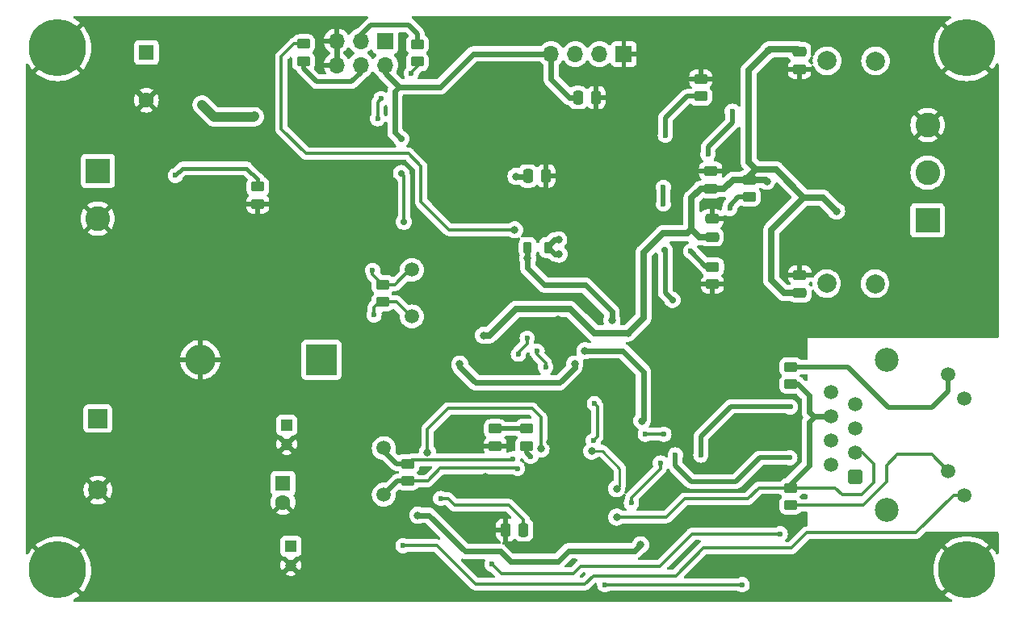
<source format=gbr>
%TF.GenerationSoftware,KiCad,Pcbnew,7.0.10*%
%TF.CreationDate,2024-03-15T07:12:17+07:00*%
%TF.ProjectId,Oxygen Monitoring,4f787967-656e-4204-9d6f-6e69746f7269,rev?*%
%TF.SameCoordinates,Original*%
%TF.FileFunction,Copper,L2,Bot*%
%TF.FilePolarity,Positive*%
%FSLAX46Y46*%
G04 Gerber Fmt 4.6, Leading zero omitted, Abs format (unit mm)*
G04 Created by KiCad (PCBNEW 7.0.10) date 2024-03-15 07:12:17*
%MOMM*%
%LPD*%
G01*
G04 APERTURE LIST*
G04 Aperture macros list*
%AMRoundRect*
0 Rectangle with rounded corners*
0 $1 Rounding radius*
0 $2 $3 $4 $5 $6 $7 $8 $9 X,Y pos of 4 corners*
0 Add a 4 corners polygon primitive as box body*
4,1,4,$2,$3,$4,$5,$6,$7,$8,$9,$2,$3,0*
0 Add four circle primitives for the rounded corners*
1,1,$1+$1,$2,$3*
1,1,$1+$1,$4,$5*
1,1,$1+$1,$6,$7*
1,1,$1+$1,$8,$9*
0 Add four rect primitives between the rounded corners*
20,1,$1+$1,$2,$3,$4,$5,0*
20,1,$1+$1,$4,$5,$6,$7,0*
20,1,$1+$1,$6,$7,$8,$9,0*
20,1,$1+$1,$8,$9,$2,$3,0*%
G04 Aperture macros list end*
%TA.AperFunction,ComponentPad*%
%ADD10C,1.500000*%
%TD*%
%TA.AperFunction,ComponentPad*%
%ADD11R,1.200000X1.200000*%
%TD*%
%TA.AperFunction,ComponentPad*%
%ADD12C,1.200000*%
%TD*%
%TA.AperFunction,ComponentPad*%
%ADD13C,0.800000*%
%TD*%
%TA.AperFunction,ComponentPad*%
%ADD14C,6.000000*%
%TD*%
%TA.AperFunction,ComponentPad*%
%ADD15R,2.600000X2.600000*%
%TD*%
%TA.AperFunction,ComponentPad*%
%ADD16C,2.600000*%
%TD*%
%TA.AperFunction,ComponentPad*%
%ADD17R,2.000000X2.000000*%
%TD*%
%TA.AperFunction,ComponentPad*%
%ADD18C,2.000000*%
%TD*%
%TA.AperFunction,ComponentPad*%
%ADD19RoundRect,0.250500X0.499500X-0.499500X0.499500X0.499500X-0.499500X0.499500X-0.499500X-0.499500X0*%
%TD*%
%TA.AperFunction,ComponentPad*%
%ADD20C,2.500000*%
%TD*%
%TA.AperFunction,ComponentPad*%
%ADD21R,1.700000X1.700000*%
%TD*%
%TA.AperFunction,ComponentPad*%
%ADD22O,1.700000X1.700000*%
%TD*%
%TA.AperFunction,ComponentPad*%
%ADD23R,1.600000X1.600000*%
%TD*%
%TA.AperFunction,ComponentPad*%
%ADD24C,1.600000*%
%TD*%
%TA.AperFunction,ComponentPad*%
%ADD25R,3.200000X3.200000*%
%TD*%
%TA.AperFunction,ComponentPad*%
%ADD26O,3.200000X3.200000*%
%TD*%
%TA.AperFunction,SMDPad,CuDef*%
%ADD27RoundRect,0.250000X0.450000X-0.262500X0.450000X0.262500X-0.450000X0.262500X-0.450000X-0.262500X0*%
%TD*%
%TA.AperFunction,SMDPad,CuDef*%
%ADD28RoundRect,0.250000X-0.450000X0.262500X-0.450000X-0.262500X0.450000X-0.262500X0.450000X0.262500X0*%
%TD*%
%TA.AperFunction,SMDPad,CuDef*%
%ADD29RoundRect,0.250000X0.475000X-0.250000X0.475000X0.250000X-0.475000X0.250000X-0.475000X-0.250000X0*%
%TD*%
%TA.AperFunction,SMDPad,CuDef*%
%ADD30RoundRect,0.250000X0.250000X0.475000X-0.250000X0.475000X-0.250000X-0.475000X0.250000X-0.475000X0*%
%TD*%
%TA.AperFunction,SMDPad,CuDef*%
%ADD31RoundRect,0.250000X-0.475000X0.250000X-0.475000X-0.250000X0.475000X-0.250000X0.475000X0.250000X0*%
%TD*%
%TA.AperFunction,SMDPad,CuDef*%
%ADD32RoundRect,0.218750X-0.218750X-0.381250X0.218750X-0.381250X0.218750X0.381250X-0.218750X0.381250X0*%
%TD*%
%TA.AperFunction,SMDPad,CuDef*%
%ADD33RoundRect,0.250000X-0.250000X-0.475000X0.250000X-0.475000X0.250000X0.475000X-0.250000X0.475000X0*%
%TD*%
%TA.AperFunction,ViaPad*%
%ADD34C,0.600000*%
%TD*%
%TA.AperFunction,ViaPad*%
%ADD35C,0.800000*%
%TD*%
%TA.AperFunction,ViaPad*%
%ADD36C,1.000000*%
%TD*%
%TA.AperFunction,ViaPad*%
%ADD37C,0.700000*%
%TD*%
%TA.AperFunction,Conductor*%
%ADD38C,0.300000*%
%TD*%
%TA.AperFunction,Conductor*%
%ADD39C,0.600000*%
%TD*%
%TA.AperFunction,Conductor*%
%ADD40C,0.500000*%
%TD*%
%TA.AperFunction,Conductor*%
%ADD41C,1.000000*%
%TD*%
%TA.AperFunction,Conductor*%
%ADD42C,0.350000*%
%TD*%
%TA.AperFunction,Conductor*%
%ADD43C,0.700000*%
%TD*%
%TA.AperFunction,Conductor*%
%ADD44C,0.254000*%
%TD*%
%TA.AperFunction,Conductor*%
%ADD45C,0.400000*%
%TD*%
G04 APERTURE END LIST*
D10*
%TO.P,Y3,1,1*%
%TO.N,/XTLN*%
X81280000Y-75492000D03*
%TO.P,Y3,2,2*%
%TO.N,/XTLP*%
X81280000Y-70612000D03*
%TD*%
D11*
%TO.P,C32,1*%
%TO.N,+1V8*%
X71550000Y-80900000D03*
D12*
%TO.P,C32,2*%
%TO.N,GND*%
X71550000Y-82900000D03*
%TD*%
D10*
%TO.P,Y1,1,1*%
%TO.N,/OSC-IN*%
X84229500Y-51906000D03*
%TO.P,Y1,2,2*%
%TO.N,/OSC-OUT*%
X84229500Y-56786000D03*
%TD*%
D13*
%TO.P,H4,1,1*%
%TO.N,GND*%
X44850000Y-28600000D03*
X45509010Y-27009010D03*
X45509010Y-30190990D03*
X47100000Y-26350000D03*
D14*
X47100000Y-28600000D03*
D13*
X47100000Y-30850000D03*
X48690990Y-27009010D03*
X48690990Y-30190990D03*
X49350000Y-28600000D03*
%TD*%
D15*
%TO.P,J4,1,Pin_1*%
%TO.N,/AB-*%
X138300000Y-46706800D03*
D16*
%TO.P,J4,2,Pin_2*%
%TO.N,/AB+*%
X138300000Y-41706800D03*
%TO.P,J4,3,Pin_3*%
%TO.N,GND*%
X138300000Y-36706800D03*
%TD*%
D17*
%TO.P,C1,1*%
%TO.N,Net-(J1-Pin_1)*%
X51308000Y-67502323D03*
D18*
%TO.P,C1,2*%
%TO.N,GND*%
X51308000Y-75002323D03*
%TD*%
D13*
%TO.P,H3,1,1*%
%TO.N,GND*%
X140150000Y-28600000D03*
X140809010Y-27009010D03*
X140809010Y-30190990D03*
X142400000Y-26350000D03*
D14*
X142400000Y-28600000D03*
D13*
X142400000Y-30850000D03*
X143990990Y-27009010D03*
X143990990Y-30190990D03*
X144650000Y-28600000D03*
%TD*%
D19*
%TO.P,J5,1*%
%TO.N,TXOP*%
X130710000Y-73660000D03*
D10*
%TO.P,J5,2*%
%TO.N,TXON*%
X128170000Y-72390000D03*
%TO.P,J5,3*%
%TO.N,+3.3VA*%
X130710000Y-71120000D03*
%TO.P,J5,4*%
%TO.N,unconnected-(J5-Pad4)*%
X128170000Y-69850000D03*
%TO.P,J5,5*%
%TO.N,unconnected-(J5-Pad5)*%
X130710000Y-68580000D03*
%TO.P,J5,6*%
%TO.N,+3.3VA*%
X128170000Y-67310000D03*
%TO.P,J5,7*%
%TO.N,RXIP*%
X130710000Y-66040000D03*
%TO.P,J5,8*%
%TO.N,RXIN*%
X128170000Y-64770000D03*
%TO.P,J5,9*%
%TO.N,LINKLED*%
X142140000Y-75540000D03*
%TO.P,J5,10*%
%TO.N,Net-(J5-Pad10)*%
X140440000Y-73000000D03*
%TO.P,J5,11*%
%TO.N,FDXLED*%
X142140000Y-65430000D03*
%TO.P,J5,12*%
%TO.N,Net-(J5-Pad12)*%
X140440000Y-62890000D03*
D20*
%TO.P,J5,13*%
%TO.N,GND*%
X134010000Y-77090000D03*
X134010000Y-61340000D03*
%TD*%
D21*
%TO.P,J3,1,Pin_1*%
%TO.N,GND*%
X106450000Y-29250000D03*
D22*
%TO.P,J3,2,Pin_2*%
%TO.N,SWDIO*%
X103910000Y-29250000D03*
%TO.P,J3,3,Pin_3*%
%TO.N,SWCLK*%
X101370000Y-29250000D03*
%TO.P,J3,4,Pin_4*%
%TO.N,+3.3V*%
X98830000Y-29250000D03*
%TD*%
D11*
%TO.P,C31,1*%
%TO.N,+1V8*%
X71100000Y-68200000D03*
D12*
%TO.P,C31,2*%
%TO.N,GND*%
X71100000Y-70200000D03*
%TD*%
D18*
%TO.P,F1,1*%
%TO.N,/TO_AB+*%
X127762000Y-29972000D03*
%TO.P,F1,2*%
%TO.N,/AB+*%
X132842000Y-29982000D03*
%TD*%
D21*
%TO.P,J2,1,Pin_1*%
%TO.N,+3.3V*%
X81425000Y-27875000D03*
D22*
%TO.P,J2,2,Pin_2*%
X81425000Y-30415000D03*
%TO.P,J2,3,Pin_3*%
%TO.N,Net-(J2-Pin_3)*%
X78885000Y-27875000D03*
%TO.P,J2,4,Pin_4*%
%TO.N,Net-(J2-Pin_4)*%
X78885000Y-30415000D03*
%TO.P,J2,5,Pin_5*%
%TO.N,GND*%
X76345000Y-27875000D03*
%TO.P,J2,6,Pin_6*%
X76345000Y-30415000D03*
%TD*%
D15*
%TO.P,J1,1,Pin_1*%
%TO.N,Net-(J1-Pin_1)*%
X51300000Y-41518651D03*
D16*
%TO.P,J1,2,Pin_2*%
%TO.N,GND*%
X51300000Y-46518651D03*
%TD*%
D23*
%TO.P,C3,1*%
%TO.N,+5V*%
X56388000Y-29093349D03*
D24*
%TO.P,C3,2*%
%TO.N,GND*%
X56388000Y-34093349D03*
%TD*%
D23*
%TO.P,C33,1*%
%TO.N,/+1V8A*%
X70713600Y-74295000D03*
D24*
%TO.P,C33,2*%
%TO.N,GND*%
X70713600Y-76295000D03*
%TD*%
D13*
%TO.P,H2,1,1*%
%TO.N,GND*%
X140150000Y-83362800D03*
X140809010Y-81771810D03*
X140809010Y-84953790D03*
X142400000Y-81112800D03*
D14*
X142400000Y-83362800D03*
D13*
X142400000Y-85612800D03*
X143990990Y-81771810D03*
X143990990Y-84953790D03*
X144650000Y-83362800D03*
%TD*%
%TO.P,H1,1,1*%
%TO.N,GND*%
X44850000Y-83400000D03*
X45509010Y-81809010D03*
X45509010Y-84990990D03*
X47100000Y-81150000D03*
D14*
X47100000Y-83400000D03*
D13*
X47100000Y-85650000D03*
X48690990Y-81809010D03*
X48690990Y-84990990D03*
X49350000Y-83400000D03*
%TD*%
D18*
%TO.P,F2,1*%
%TO.N,/TO_AB-*%
X127715000Y-53340000D03*
%TO.P,F2,2*%
%TO.N,/AB-*%
X132795000Y-53350000D03*
%TD*%
D25*
%TO.P,D1,1,K*%
%TO.N,Net-(D1-K)*%
X74752200Y-61341000D03*
D26*
%TO.P,D1,2,A*%
%TO.N,GND*%
X62052200Y-61341000D03*
%TD*%
D27*
%TO.P,R10,1*%
%TO.N,/RO*%
X119587000Y-44255000D03*
%TO.P,R10,2*%
%TO.N,+5V*%
X119587000Y-42430000D03*
%TD*%
D28*
%TO.P,R7,1*%
%TO.N,GND*%
X114507000Y-31865500D03*
%TO.P,R7,2*%
%TO.N,Net-(D4-K)*%
X114507000Y-33690500D03*
%TD*%
D29*
%TO.P,C27,1*%
%TO.N,+5V*%
X124900000Y-54350000D03*
%TO.P,C27,2*%
%TO.N,GND*%
X124900000Y-52450000D03*
%TD*%
D27*
%TO.P,R16,1*%
%TO.N,/RST*%
X96266000Y-70381500D03*
%TO.P,R16,2*%
%TO.N,Net-(R16-Pad2)*%
X96266000Y-68556500D03*
%TD*%
D30*
%TO.P,C41,1*%
%TO.N,/+1V8A*%
X95950000Y-79200000D03*
%TO.P,C41,2*%
%TO.N,GND*%
X94050000Y-79200000D03*
%TD*%
D31*
%TO.P,C28,1*%
%TO.N,+5V*%
X124866400Y-28971200D03*
%TO.P,C28,2*%
%TO.N,GND*%
X124866400Y-30871200D03*
%TD*%
D32*
%TO.P,FB1,1*%
%TO.N,+3.3VA*%
X96375000Y-49542000D03*
%TO.P,FB1,2*%
%TO.N,+3.3V*%
X98500000Y-49542000D03*
%TD*%
D30*
%TO.P,C15,1*%
%TO.N,GND*%
X103559200Y-33822000D03*
%TO.P,C15,2*%
%TO.N,+3.3V*%
X101659200Y-33822000D03*
%TD*%
D27*
%TO.P,R17,1*%
%TO.N,GND*%
X92964000Y-70405000D03*
%TO.P,R17,2*%
%TO.N,Net-(R16-Pad2)*%
X92964000Y-68580000D03*
%TD*%
%TO.P,R18,1*%
%TO.N,/XTLN*%
X83820000Y-74064500D03*
%TO.P,R18,2*%
%TO.N,/XTLP*%
X83820000Y-72239500D03*
%TD*%
%TO.P,R26,1*%
%TO.N,Net-(J5-Pad10)*%
X123952000Y-76604500D03*
%TO.P,R26,2*%
%TO.N,+3.3VA*%
X123952000Y-74779500D03*
%TD*%
D28*
%TO.P,R4,1*%
%TO.N,/OSC-IN*%
X81181500Y-53443500D03*
%TO.P,R4,2*%
%TO.N,/OSC-OUT*%
X81181500Y-55268500D03*
%TD*%
%TO.P,R25,1*%
%TO.N,Net-(J5-Pad12)*%
X123952000Y-62079500D03*
%TO.P,R25,2*%
%TO.N,+3.3VA*%
X123952000Y-63904500D03*
%TD*%
D27*
%TO.P,R9,1*%
%TO.N,GND*%
X115750000Y-53412500D03*
%TO.P,R9,2*%
%TO.N,Net-(D5-K)*%
X115750000Y-51587500D03*
%TD*%
D33*
%TO.P,C22,1*%
%TO.N,+3.3V*%
X96400000Y-42050000D03*
%TO.P,C22,2*%
%TO.N,GND*%
X98300000Y-42050000D03*
%TD*%
D29*
%TO.P,C24,1*%
%TO.N,+5V*%
X115550000Y-43400000D03*
%TO.P,C24,2*%
%TO.N,GND*%
X115550000Y-41500000D03*
%TD*%
%TO.P,C25,1*%
%TO.N,+5V*%
X115700000Y-48450000D03*
%TO.P,C25,2*%
%TO.N,GND*%
X115700000Y-46550000D03*
%TD*%
D27*
%TO.P,R5,1*%
%TO.N,BOOT0*%
X84806400Y-30062500D03*
%TO.P,R5,2*%
%TO.N,Net-(J2-Pin_3)*%
X84806400Y-28237500D03*
%TD*%
D28*
%TO.P,R1,1*%
%TO.N,Net-(D2-K)*%
X68072000Y-43180000D03*
%TO.P,R1,2*%
%TO.N,GND*%
X68072000Y-45005000D03*
%TD*%
D27*
%TO.P,R6,1*%
%TO.N,Net-(J2-Pin_4)*%
X72864800Y-30012500D03*
%TO.P,R6,2*%
%TO.N,BOOT1*%
X72864800Y-28187500D03*
%TD*%
D34*
%TO.N,+1V8*%
X107250000Y-76375000D03*
X110275000Y-72175000D03*
D35*
%TO.N,GND*%
X99382778Y-79417222D03*
%TO.N,+3.3VA*%
X105700000Y-77850000D03*
%TO.N,GND*%
X123875000Y-78025000D03*
D36*
%TO.N,Net-(J1-Pin_1)*%
X67716400Y-35814000D03*
X62230000Y-34594800D03*
D35*
%TO.N,GND*%
X95150000Y-43750000D03*
X79400000Y-36150000D03*
X98700000Y-69950000D03*
X111353600Y-75184000D03*
X87650000Y-69175000D03*
X60756800Y-38354000D03*
X76750000Y-53750000D03*
X108350000Y-70500000D03*
X56472800Y-75200000D03*
X76700000Y-34850000D03*
X131500000Y-40500000D03*
X111287600Y-63820000D03*
X134000000Y-58450000D03*
X117652800Y-58166000D03*
X94996000Y-49631600D03*
X121666000Y-36626800D03*
X99380000Y-58892400D03*
X94132400Y-58851800D03*
X69900000Y-26500000D03*
X87500000Y-29250000D03*
X99550000Y-57150000D03*
X60401200Y-80314800D03*
X75300000Y-42950000D03*
X129900000Y-35024800D03*
X65125600Y-77419200D03*
X74950000Y-38250000D03*
X84250000Y-64950000D03*
X91922600Y-73609200D03*
X90700000Y-79450000D03*
X76800000Y-55000000D03*
X78250000Y-69100000D03*
X75357200Y-45496000D03*
X124500000Y-69950000D03*
X105500000Y-62600000D03*
X113400000Y-29300000D03*
X106553000Y-51562000D03*
X64516000Y-71628000D03*
X91000000Y-45650000D03*
X78294000Y-77106000D03*
X91084400Y-55219600D03*
X105725000Y-76525000D03*
X106650000Y-64875000D03*
X117170200Y-72745600D03*
X62534800Y-78232000D03*
X106530800Y-47444000D03*
X60452000Y-69545200D03*
X68072000Y-39573200D03*
%TO.N,+5V*%
X121600000Y-28900000D03*
X91750000Y-58775600D03*
X128750000Y-45750000D03*
X121450000Y-42600000D03*
X106900000Y-58550000D03*
%TO.N,+3.3V*%
X101300000Y-61800000D03*
X108350000Y-67750000D03*
D37*
X83100000Y-38150000D03*
D35*
X99618800Y-48750000D03*
X84850000Y-77650000D03*
X89250000Y-61800000D03*
X99650000Y-50250000D03*
X95150000Y-42100000D03*
X102374049Y-60389151D03*
X108204000Y-80772000D03*
D37*
%TO.N,/NRST*%
X83100000Y-41750000D03*
X83400000Y-46850000D03*
D34*
%TO.N,/OSC-IN*%
X80111600Y-51968400D03*
%TO.N,/OSC-OUT*%
X80264000Y-56642000D03*
D35*
%TO.N,+3.3VA*%
X96375000Y-50705800D03*
X105206800Y-57200800D03*
D34*
%TO.N,/XTLN*%
X95300000Y-72750000D03*
%TO.N,/XTLP*%
X94800000Y-71750000D03*
D35*
%TO.N,/+1V8A*%
X97764600Y-70700000D03*
X85852000Y-71050000D03*
D34*
X87250000Y-75900000D03*
D35*
X103083151Y-70933151D03*
X105700000Y-74852000D03*
D34*
%TO.N,Net-(D2-K)*%
X59450000Y-42000000D03*
%TO.N,Net-(D3-A)*%
X80650000Y-36050000D03*
X81000000Y-33950000D03*
%TO.N,Net-(D4-K)*%
X110800000Y-37800000D03*
%TO.N,Net-(D5-K)*%
X113450000Y-49950000D03*
D37*
%TO.N,/TX-LED*%
X111550000Y-55050000D03*
X110750000Y-49850000D03*
D34*
%TO.N,LINKLED*%
X83300000Y-80850000D03*
%TO.N,FDXLED*%
X122842800Y-79603600D03*
X92650000Y-82804000D03*
%TO.N,TXOP*%
X103250000Y-69825000D03*
X103362500Y-65925000D03*
%TO.N,TXON*%
X108700000Y-69150000D03*
X111861600Y-71323200D03*
X123850400Y-71628000D03*
X110650000Y-69150000D03*
%TO.N,RXIN*%
X123901200Y-66294000D03*
X114528600Y-71343100D03*
%TO.N,BOOT0*%
X84150000Y-31300000D03*
D35*
%TO.N,BOOT1*%
X94996000Y-47701200D03*
D34*
%TO.N,/RO*%
X110600000Y-43250000D03*
X117551200Y-45466000D03*
X110600000Y-44996800D03*
%TO.N,/RST*%
X96700000Y-71500000D03*
%TO.N,SCLK*%
X95400000Y-60750000D03*
X96316800Y-59080400D03*
%TO.N,MISO*%
X98250000Y-62100000D03*
X97350000Y-60450000D03*
%TO.N,/RE&DE*%
X117805200Y-35255200D03*
X115265200Y-39762000D03*
%TO.N,Net-(D9-K)*%
X104450000Y-84950000D03*
X118850000Y-84950000D03*
%TD*%
D38*
%TO.N,+1V8*%
X110275000Y-72775000D02*
X107250000Y-75800000D01*
X107250000Y-75800000D02*
X107250000Y-76375000D01*
X110275000Y-72175000D02*
X110275000Y-72775000D01*
%TO.N,+3.3VA*%
X120597300Y-74779500D02*
X123952000Y-74779500D01*
X119430800Y-75946000D02*
X120597300Y-74779500D01*
X112804000Y-75946000D02*
X119430800Y-75946000D01*
X110900000Y-77850000D02*
X112804000Y-75946000D01*
X105700000Y-77850000D02*
X110900000Y-77850000D01*
%TO.N,LINKLED*%
X141020400Y-75540000D02*
X142140000Y-75540000D01*
X137060400Y-79500000D02*
X141020400Y-75540000D01*
X125600000Y-79500000D02*
X137060400Y-79500000D01*
X124000000Y-81100000D02*
X125600000Y-79500000D01*
X103250000Y-84000000D02*
X111900000Y-84000000D01*
X111900000Y-84000000D02*
X114800000Y-81100000D01*
X102375000Y-84875000D02*
X103250000Y-84000000D01*
X114800000Y-81100000D02*
X124000000Y-81100000D01*
X90900000Y-84875000D02*
X102375000Y-84875000D01*
X86850000Y-80825000D02*
X90900000Y-84875000D01*
X83300000Y-80850000D02*
X83325000Y-80825000D01*
X83325000Y-80825000D02*
X86850000Y-80825000D01*
D39*
%TO.N,+3.3V*%
X107576000Y-81400000D02*
X108204000Y-80772000D01*
X100625000Y-81400000D02*
X107576000Y-81400000D01*
X93500000Y-81450000D02*
X94525000Y-82475000D01*
X94525000Y-82475000D02*
X99550000Y-82475000D01*
X86000000Y-77650000D02*
X89800000Y-81450000D01*
X99550000Y-82475000D02*
X100625000Y-81400000D01*
X84850000Y-77650000D02*
X86000000Y-77650000D01*
X89800000Y-81450000D02*
X93500000Y-81450000D01*
D38*
%TO.N,FDXLED*%
X113614200Y-79603600D02*
X122842800Y-79603600D01*
X110217800Y-83000000D02*
X113614200Y-79603600D01*
X101900000Y-83000000D02*
X110217800Y-83000000D01*
X101125000Y-83775000D02*
X101900000Y-83000000D01*
X93621000Y-83775000D02*
X101125000Y-83775000D01*
X92650000Y-82804000D02*
X93621000Y-83775000D01*
%TO.N,Net-(J5-Pad10)*%
X131520500Y-76604500D02*
X123952000Y-76604500D01*
X134010400Y-74114600D02*
X131520500Y-76604500D01*
X134010400Y-72414600D02*
X134010400Y-74114600D01*
X135152600Y-71272400D02*
X134010400Y-72414600D01*
X138712400Y-71272400D02*
X135152600Y-71272400D01*
X140440000Y-73000000D02*
X138712400Y-71272400D01*
%TO.N,+3.3VA*%
X132638800Y-74236200D02*
X132638800Y-72288400D01*
X131470400Y-71120000D02*
X130710000Y-71120000D01*
X131386200Y-75488800D02*
X132638800Y-74236200D01*
X129336800Y-75488800D02*
X131386200Y-75488800D01*
X132638800Y-72288400D02*
X131470400Y-71120000D01*
X128627500Y-74779500D02*
X129336800Y-75488800D01*
X123952000Y-74779500D02*
X128627500Y-74779500D01*
D39*
X126492000Y-67310000D02*
X125900000Y-67902000D01*
X125900000Y-67902000D02*
X125900000Y-72400000D01*
X128170000Y-67310000D02*
X126492000Y-67310000D01*
X125900000Y-72400000D02*
X123952000Y-74348000D01*
X123952000Y-74348000D02*
X123952000Y-74779500D01*
X125900000Y-65092400D02*
X124712100Y-63904500D01*
X125900000Y-66819600D02*
X125900000Y-65092400D01*
X124712100Y-63904500D02*
X123952000Y-63904500D01*
X127200000Y-67310000D02*
X126390400Y-67310000D01*
X126390400Y-67310000D02*
X125900000Y-66819600D01*
D40*
%TO.N,RXIN*%
X114528600Y-69371400D02*
X114528600Y-71343100D01*
X117675000Y-66225000D02*
X114528600Y-69371400D01*
X123832200Y-66225000D02*
X117675000Y-66225000D01*
X123901200Y-66294000D02*
X123832200Y-66225000D01*
D41*
%TO.N,Net-(J1-Pin_1)*%
X63500000Y-35864800D02*
X62230000Y-34594800D01*
X67716400Y-35814000D02*
X67665600Y-35864800D01*
X67665600Y-35864800D02*
X63500000Y-35864800D01*
D38*
%TO.N,GND*%
X113400000Y-29300000D02*
X113400000Y-29275200D01*
X140157200Y-83362800D02*
X142400000Y-83362800D01*
D40*
X132990000Y-61340000D02*
X134010000Y-61340000D01*
D38*
X106730800Y-51562000D02*
X106553000Y-51562000D01*
X117115800Y-72800000D02*
X117170200Y-72745600D01*
X91084400Y-55422800D02*
X91084400Y-55219600D01*
D39*
X76345000Y-30415000D02*
X76345000Y-27875000D01*
D38*
X62052200Y-61341000D02*
X62230000Y-61518800D01*
X62153800Y-61341000D02*
X62651451Y-61838651D01*
X139112000Y-36706800D02*
X138300000Y-36706800D01*
D42*
X75300000Y-42950000D02*
X75357200Y-43007200D01*
D38*
X47100000Y-28600000D02*
X46990000Y-28710000D01*
X62052200Y-61341000D02*
X62153800Y-61341000D01*
X62052200Y-61341000D02*
X62230000Y-61163200D01*
X47244000Y-83256000D02*
X47100000Y-83400000D01*
X92858600Y-70510400D02*
X92964000Y-70405000D01*
X142400000Y-28600000D02*
X141224000Y-29776000D01*
X94000000Y-79250000D02*
X94050000Y-79200000D01*
X141028800Y-27228800D02*
X142400000Y-28600000D01*
D43*
%TO.N,+5V*%
X114500000Y-43400000D02*
X113550000Y-44350000D01*
X119532400Y-40589200D02*
X120294400Y-41351200D01*
X106900000Y-58550000D02*
X108500000Y-56950000D01*
X128750000Y-45750000D02*
X127297600Y-44297600D01*
X108500000Y-50100000D02*
X110550000Y-48050000D01*
X115550000Y-43400000D02*
X116950000Y-43400000D01*
X121600000Y-28900000D02*
X121772600Y-28727400D01*
X117920000Y-42430000D02*
X119587000Y-42430000D01*
X113550000Y-47600000D02*
X114400000Y-48450000D01*
X108500000Y-56950000D02*
X108500000Y-50100000D01*
X121920000Y-47701200D02*
X125323600Y-44297600D01*
X95148400Y-55981600D02*
X100781600Y-55981600D01*
X91750000Y-58775600D02*
X92354400Y-58775600D01*
X121772600Y-28727400D02*
X124622600Y-28727400D01*
X125323600Y-44297600D02*
X122377200Y-41351200D01*
X120294400Y-41351200D02*
X119587000Y-42058600D01*
X121280000Y-42430000D02*
X119587000Y-42430000D01*
X119587000Y-42058600D02*
X119587000Y-42430000D01*
X113100000Y-48050000D02*
X113550000Y-47600000D01*
X114400000Y-48450000D02*
X115700000Y-48450000D01*
X115550000Y-43400000D02*
X114500000Y-43400000D01*
X124622600Y-28727400D02*
X124866400Y-28971200D01*
X121450000Y-42600000D02*
X121280000Y-42430000D01*
X123270000Y-54350000D02*
X124900000Y-54350000D01*
X103350000Y-58550000D02*
X106900000Y-58550000D01*
X121600000Y-28900000D02*
X119532400Y-30967600D01*
X113550000Y-44350000D02*
X113550000Y-47600000D01*
X116950000Y-43400000D02*
X117920000Y-42430000D01*
X92354400Y-58775600D02*
X95148400Y-55981600D01*
X122377200Y-41351200D02*
X120294400Y-41351200D01*
X100781600Y-55981600D02*
X103350000Y-58550000D01*
X121920000Y-53000000D02*
X123270000Y-54350000D01*
X121920000Y-53000000D02*
X121920000Y-47701200D01*
X127297600Y-44297600D02*
X125323600Y-44297600D01*
X110550000Y-48050000D02*
X113100000Y-48050000D01*
X119532400Y-30967600D02*
X119532400Y-40589200D01*
D39*
%TO.N,+3.3V*%
X82900000Y-32700000D02*
X87200000Y-32700000D01*
X99250000Y-50250000D02*
X98542000Y-49542000D01*
X102384898Y-60400000D02*
X102374049Y-60389151D01*
X90650000Y-29250000D02*
X98830000Y-29250000D01*
X101300000Y-62175000D02*
X99721000Y-63754000D01*
X99721000Y-63754000D02*
X90929000Y-63754000D01*
X89250000Y-62075000D02*
X89250000Y-61800000D01*
X108500000Y-62600000D02*
X106300000Y-60400000D01*
X101659200Y-33822000D02*
X100772000Y-33822000D01*
D38*
X96350000Y-42100000D02*
X96400000Y-42050000D01*
D39*
X99618800Y-48750000D02*
X99150000Y-48750000D01*
X106300000Y-60400000D02*
X102384898Y-60400000D01*
X90929000Y-63754000D02*
X89250000Y-62075000D01*
X100772000Y-33822000D02*
X98830000Y-31880000D01*
X81425000Y-30415000D02*
X81425000Y-31225000D01*
X83100000Y-38150000D02*
X82450000Y-37500000D01*
X81425000Y-31225000D02*
X82900000Y-32700000D01*
X98500000Y-49400000D02*
X98500000Y-49542000D01*
X87200000Y-32700000D02*
X90650000Y-29250000D01*
X108350000Y-67750000D02*
X108500000Y-67600000D01*
X101300000Y-61800000D02*
X101300000Y-62175000D01*
X98830000Y-31880000D02*
X98830000Y-29250000D01*
X98542000Y-49542000D02*
X98500000Y-49542000D01*
X82450000Y-33150000D02*
X82900000Y-32700000D01*
X108500000Y-67600000D02*
X108500000Y-62600000D01*
X99650000Y-50250000D02*
X99250000Y-50250000D01*
X95150000Y-42100000D02*
X96350000Y-42100000D01*
X99150000Y-48750000D02*
X98500000Y-49400000D01*
X82450000Y-37500000D02*
X82450000Y-33150000D01*
D38*
%TO.N,/NRST*%
X83400000Y-46850000D02*
X83400000Y-42050000D01*
X83400000Y-42050000D02*
X83100000Y-41750000D01*
D42*
%TO.N,/OSC-IN*%
X80111600Y-52373600D02*
X81181500Y-53443500D01*
X80111600Y-51968400D02*
X80111600Y-52373600D01*
X81181500Y-53443500D02*
X82446500Y-53443500D01*
X82446500Y-53443500D02*
X83984000Y-51906000D01*
X83984000Y-51906000D02*
X84229500Y-51906000D01*
%TO.N,/OSC-OUT*%
X84116400Y-56786000D02*
X84229500Y-56786000D01*
X80824700Y-55268500D02*
X80264000Y-55829200D01*
X82598900Y-55268500D02*
X84116400Y-56786000D01*
X81181500Y-55268500D02*
X80824700Y-55268500D01*
X80264000Y-55829200D02*
X80264000Y-56642000D01*
X81181500Y-55268500D02*
X82598900Y-55268500D01*
D39*
%TO.N,+3.3VA*%
X105206800Y-57200800D02*
X105206800Y-56286400D01*
X96375000Y-49542000D02*
X96375000Y-50705800D01*
X96375000Y-51725000D02*
X96375000Y-50705800D01*
X98150000Y-53500000D02*
X96375000Y-51725000D01*
X105206800Y-56286400D02*
X102420400Y-53500000D01*
X102420400Y-53500000D02*
X98150000Y-53500000D01*
D40*
%TO.N,/XTLN*%
X82707500Y-74064500D02*
X83820000Y-74064500D01*
D38*
X85885500Y-74064500D02*
X83820000Y-74064500D01*
X87229800Y-72720200D02*
X85885500Y-74064500D01*
X95270200Y-72720200D02*
X87229800Y-72720200D01*
D40*
X81280000Y-75492000D02*
X82707500Y-74064500D01*
D38*
X95300000Y-72750000D02*
X95270200Y-72720200D01*
D40*
%TO.N,/XTLP*%
X81280000Y-70880000D02*
X82639500Y-72239500D01*
D38*
X84228300Y-71831200D02*
X83820000Y-72239500D01*
D40*
X81280000Y-70612000D02*
X81280000Y-70880000D01*
D38*
X94718800Y-71831200D02*
X84228300Y-71831200D01*
D40*
X82639500Y-72239500D02*
X83820000Y-72239500D01*
D38*
X94800000Y-71750000D02*
X94718800Y-71831200D01*
D44*
%TO.N,/+1V8A*%
X106025000Y-72750000D02*
X106025000Y-74527000D01*
D38*
X88036400Y-66446400D02*
X85852000Y-68630800D01*
D44*
X106025000Y-74527000D02*
X105700000Y-74852000D01*
D38*
X97764600Y-67386200D02*
X96824800Y-66446400D01*
X95950000Y-78150000D02*
X95950000Y-79200000D01*
D44*
X104175000Y-70900000D02*
X106025000Y-72750000D01*
D38*
X97764600Y-70700000D02*
X97764600Y-67386200D01*
X94400000Y-76600000D02*
X95950000Y-78150000D01*
X88000000Y-75900000D02*
X88700000Y-76600000D01*
X85852000Y-68630800D02*
X85852000Y-71050000D01*
D44*
X103116302Y-70900000D02*
X104175000Y-70900000D01*
D38*
X87250000Y-75900000D02*
X88000000Y-75900000D01*
X88700000Y-76600000D02*
X94400000Y-76600000D01*
X96824800Y-66446400D02*
X88036400Y-66446400D01*
D44*
X103083151Y-70933151D02*
X103116302Y-70900000D01*
D45*
%TO.N,Net-(D2-K)*%
X60200400Y-41249600D02*
X66903600Y-41249600D01*
X59450000Y-42000000D02*
X60200400Y-41249600D01*
X66903600Y-41249600D02*
X68072000Y-42418000D01*
X68072000Y-42418000D02*
X68072000Y-43180000D01*
D38*
%TO.N,Net-(D3-A)*%
X81000000Y-33950000D02*
X80650000Y-34300000D01*
X80650000Y-34300000D02*
X80650000Y-36050000D01*
D40*
%TO.N,Net-(D4-K)*%
X110800000Y-35950000D02*
X113059500Y-33690500D01*
X113059500Y-33690500D02*
X114507000Y-33690500D01*
X110800000Y-37800000D02*
X110800000Y-35950000D01*
%TO.N,Net-(D5-K)*%
X115087500Y-51587500D02*
X115750000Y-51587500D01*
X113450000Y-49950000D02*
X115087500Y-51587500D01*
%TO.N,/TX-LED*%
X110800000Y-49900000D02*
X110800000Y-54300000D01*
X110750000Y-49850000D02*
X110800000Y-49900000D01*
X110800000Y-54300000D02*
X111550000Y-55050000D01*
%TO.N,Net-(J2-Pin_3)*%
X78885000Y-27875000D02*
X78885000Y-27265000D01*
X83900000Y-26200000D02*
X84806400Y-27106400D01*
X78885000Y-27265000D02*
X79950000Y-26200000D01*
X84806400Y-27106400D02*
X84806400Y-28237500D01*
X79950000Y-26200000D02*
X83900000Y-26200000D01*
%TO.N,Net-(J2-Pin_4)*%
X72864800Y-30764800D02*
X72864800Y-30012500D01*
X78885000Y-31165000D02*
X77900000Y-32150000D01*
X78885000Y-30415000D02*
X78885000Y-31165000D01*
X74250000Y-32150000D02*
X72864800Y-30764800D01*
X77900000Y-32150000D02*
X74250000Y-32150000D01*
D38*
%TO.N,TXOP*%
X103362500Y-65925000D02*
X103675000Y-66237500D01*
X103675000Y-66237500D02*
X103675000Y-69400000D01*
X103675000Y-69400000D02*
X103250000Y-69825000D01*
D40*
%TO.N,TXON*%
X120700800Y-71628000D02*
X123850400Y-71628000D01*
D38*
X110650000Y-69150000D02*
X108700000Y-69150000D01*
D40*
X111861600Y-71323200D02*
X111861600Y-72466200D01*
X111861600Y-72466200D02*
X113512600Y-74117200D01*
X113512600Y-74117200D02*
X118211600Y-74117200D01*
X118211600Y-74117200D02*
X120700800Y-71628000D01*
%TO.N,Net-(J5-Pad12)*%
X134213600Y-66344800D02*
X138734800Y-66344800D01*
X123952000Y-62079500D02*
X129948300Y-62079500D01*
X140440000Y-64639600D02*
X140440000Y-62890000D01*
X138734800Y-66344800D02*
X140440000Y-64639600D01*
X129948300Y-62079500D02*
X134213600Y-66344800D01*
D38*
%TO.N,BOOT0*%
X84806400Y-30543600D02*
X84806400Y-30062500D01*
X84150000Y-31200000D02*
X84806400Y-30543600D01*
X84150000Y-31300000D02*
X84150000Y-31200000D01*
%TO.N,BOOT1*%
X71887500Y-28187500D02*
X72864800Y-28187500D01*
X88151200Y-47701200D02*
X85200000Y-44750000D01*
X94996000Y-47701200D02*
X88151200Y-47701200D01*
X73150000Y-39700000D02*
X70550000Y-37100000D01*
X83850000Y-39700000D02*
X73150000Y-39700000D01*
X85200000Y-44750000D02*
X85200000Y-41050000D01*
X85200000Y-41050000D02*
X83850000Y-39700000D01*
X70550000Y-29525000D02*
X71887500Y-28187500D01*
X70550000Y-37100000D02*
X70550000Y-29525000D01*
D40*
%TO.N,/RO*%
X117551200Y-45466000D02*
X117551200Y-45161200D01*
X118457400Y-44255000D02*
X119587000Y-44255000D01*
X110600000Y-44996800D02*
X110600000Y-43250000D01*
X117551200Y-45161200D02*
X118457400Y-44255000D01*
%TO.N,/RST*%
X96266000Y-71066000D02*
X96266000Y-70381500D01*
X96700000Y-71500000D02*
X96266000Y-71066000D01*
%TO.N,Net-(R16-Pad2)*%
X96242500Y-68580000D02*
X96266000Y-68556500D01*
X92964000Y-68580000D02*
X96242500Y-68580000D01*
D38*
%TO.N,SCLK*%
X96316800Y-59633200D02*
X96316800Y-59080400D01*
X96316800Y-59231800D02*
X96316800Y-59080400D01*
X95400000Y-60750000D02*
X95400000Y-60550000D01*
X95400000Y-60550000D02*
X96316800Y-59633200D01*
%TO.N,MISO*%
X97350000Y-60750000D02*
X97350000Y-60450000D01*
X98250000Y-62100000D02*
X98250000Y-61650000D01*
X98250000Y-61650000D02*
X97350000Y-60750000D01*
D40*
%TO.N,/RE&DE*%
X115265200Y-39762000D02*
X115265200Y-39034800D01*
X115265200Y-39034800D02*
X117805200Y-36494800D01*
X117805200Y-36494800D02*
X117805200Y-35255200D01*
D38*
%TO.N,Net-(D9-K)*%
X118850000Y-84950000D02*
X104450000Y-84950000D01*
%TD*%
%TA.AperFunction,Conductor*%
%TO.N,GND*%
G36*
X96568136Y-67116862D02*
G01*
X96598995Y-67140541D01*
X96747595Y-67289141D01*
X96786159Y-67355936D01*
X96786159Y-67433064D01*
X96747595Y-67499859D01*
X96680800Y-67538423D01*
X96642236Y-67543500D01*
X95765996Y-67543500D01*
X95663202Y-67554001D01*
X95496666Y-67609186D01*
X95347340Y-67701290D01*
X95262774Y-67785858D01*
X95195980Y-67824423D01*
X95157415Y-67829500D01*
X94049086Y-67829500D01*
X93974586Y-67809538D01*
X93943727Y-67785859D01*
X93882656Y-67724788D01*
X93844556Y-67701288D01*
X93733334Y-67632686D01*
X93620140Y-67595177D01*
X93566798Y-67577501D01*
X93549665Y-67575750D01*
X93464009Y-67567000D01*
X93464004Y-67567000D01*
X92463996Y-67567000D01*
X92361202Y-67577501D01*
X92194666Y-67632686D01*
X92045343Y-67724788D01*
X91921288Y-67848843D01*
X91829186Y-67998166D01*
X91774001Y-68164701D01*
X91772638Y-68178044D01*
X91769069Y-68212985D01*
X91763500Y-68267495D01*
X91763500Y-68892503D01*
X91769383Y-68950092D01*
X91774001Y-68995297D01*
X91829186Y-69161834D01*
X91879741Y-69243797D01*
X91921288Y-69311156D01*
X91997627Y-69387495D01*
X92036191Y-69454290D01*
X92036191Y-69531418D01*
X91997627Y-69598213D01*
X91921680Y-69674159D01*
X91829642Y-69823378D01*
X91774494Y-69989802D01*
X91774492Y-69989811D01*
X91764000Y-70092510D01*
X91764000Y-70155000D01*
X94163999Y-70155000D01*
X94163999Y-70092526D01*
X94153505Y-69989803D01*
X94098357Y-69823378D01*
X94006319Y-69674159D01*
X93930373Y-69598213D01*
X93891809Y-69531418D01*
X93891809Y-69454290D01*
X93930373Y-69387495D01*
X93943727Y-69374141D01*
X94010522Y-69335577D01*
X94049086Y-69330500D01*
X95183415Y-69330500D01*
X95257915Y-69350462D01*
X95312453Y-69405000D01*
X95332415Y-69479500D01*
X95312453Y-69554000D01*
X95288776Y-69584855D01*
X95262274Y-69611358D01*
X95223288Y-69650343D01*
X95131186Y-69799666D01*
X95076001Y-69966201D01*
X95076001Y-69966203D01*
X95067394Y-70050459D01*
X95065500Y-70068995D01*
X95065500Y-70694004D01*
X95075686Y-70793712D01*
X95063398Y-70869854D01*
X95014684Y-70929652D01*
X94942598Y-70957082D01*
X94910774Y-70956916D01*
X94800001Y-70944435D01*
X94799999Y-70944435D01*
X94620747Y-70964631D01*
X94450474Y-71024212D01*
X94341193Y-71092878D01*
X94267492Y-71115612D01*
X94192298Y-71098449D01*
X94135759Y-71045988D01*
X94113025Y-70972287D01*
X94120484Y-70919847D01*
X94153506Y-70820194D01*
X94153507Y-70820188D01*
X94163999Y-70717489D01*
X94164000Y-70717479D01*
X94164000Y-70655000D01*
X91764001Y-70655000D01*
X91764001Y-70717473D01*
X91774494Y-70820196D01*
X91774494Y-70820199D01*
X91829049Y-70984833D01*
X91833534Y-71061830D01*
X91798919Y-71130754D01*
X91734479Y-71173137D01*
X91687612Y-71180700D01*
X86905357Y-71180700D01*
X86830857Y-71160738D01*
X86776319Y-71106200D01*
X86757173Y-71047274D01*
X86756762Y-71043365D01*
X86737674Y-70861744D01*
X86679179Y-70681716D01*
X86584533Y-70517784D01*
X86540771Y-70469181D01*
X86505756Y-70400459D01*
X86502500Y-70369481D01*
X86502500Y-68961964D01*
X86522462Y-68887464D01*
X86546141Y-68856605D01*
X88262205Y-67140541D01*
X88329000Y-67101977D01*
X88367564Y-67096900D01*
X96493636Y-67096900D01*
X96568136Y-67116862D01*
G37*
%TD.AperFunction*%
%TA.AperFunction,Conductor*%
G36*
X79598603Y-25274462D02*
G01*
X79653141Y-25329000D01*
X79673103Y-25403500D01*
X79653141Y-25478000D01*
X79605978Y-25527989D01*
X79548512Y-25565784D01*
X79544860Y-25568110D01*
X79481349Y-25607285D01*
X79474540Y-25612669D01*
X79474357Y-25612437D01*
X79470763Y-25615365D01*
X79470952Y-25615591D01*
X79464305Y-25621168D01*
X79413081Y-25675461D01*
X79410064Y-25678567D01*
X78539994Y-26548636D01*
X78473201Y-26587199D01*
X78421340Y-26601095D01*
X78342748Y-26637744D01*
X78207171Y-26700965D01*
X78207168Y-26700966D01*
X78207168Y-26700967D01*
X78013596Y-26836507D01*
X77846503Y-27003600D01*
X77736747Y-27160348D01*
X77677664Y-27209925D01*
X77601707Y-27223318D01*
X77529231Y-27196938D01*
X77492640Y-27160348D01*
X77383108Y-27003920D01*
X77216076Y-26836888D01*
X77022588Y-26701406D01*
X77022579Y-26701400D01*
X76808491Y-26601569D01*
X76808489Y-26601568D01*
X76595000Y-26544364D01*
X76595000Y-27439498D01*
X76487315Y-27390320D01*
X76380763Y-27375000D01*
X76309237Y-27375000D01*
X76202685Y-27390320D01*
X76095000Y-27439498D01*
X76095000Y-26544364D01*
X76094999Y-26544364D01*
X75881512Y-26601568D01*
X75667419Y-26701402D01*
X75473920Y-26836891D01*
X75306891Y-27003920D01*
X75171402Y-27197419D01*
X75071568Y-27411512D01*
X75014364Y-27624999D01*
X75014364Y-27625000D01*
X75911314Y-27625000D01*
X75885507Y-27665156D01*
X75845000Y-27803111D01*
X75845000Y-27946889D01*
X75885507Y-28084844D01*
X75911314Y-28125000D01*
X75014364Y-28125000D01*
X75071568Y-28338489D01*
X75071569Y-28338491D01*
X75171400Y-28552579D01*
X75171406Y-28552588D01*
X75306888Y-28746076D01*
X75473923Y-28913111D01*
X75630784Y-29022947D01*
X75680361Y-29082030D01*
X75693754Y-29157987D01*
X75667374Y-29230463D01*
X75630784Y-29267053D01*
X75473923Y-29376888D01*
X75306891Y-29543920D01*
X75171402Y-29737419D01*
X75071568Y-29951512D01*
X75014364Y-30164999D01*
X75014364Y-30165000D01*
X75911314Y-30165000D01*
X75885507Y-30205156D01*
X75845000Y-30343111D01*
X75845000Y-30486889D01*
X75885507Y-30624844D01*
X75911314Y-30665000D01*
X75014364Y-30665000D01*
X75071568Y-30878489D01*
X75071569Y-30878491D01*
X75171400Y-31092579D01*
X75171401Y-31092580D01*
X75222136Y-31165037D01*
X75248515Y-31237514D01*
X75235122Y-31313470D01*
X75185545Y-31372554D01*
X75113068Y-31398933D01*
X75100082Y-31399500D01*
X74622585Y-31399500D01*
X74548085Y-31379538D01*
X74517226Y-31355859D01*
X73989868Y-30828501D01*
X73951304Y-30761706D01*
X73951304Y-30684578D01*
X73968406Y-30644930D01*
X73999614Y-30594334D01*
X74054799Y-30427797D01*
X74065300Y-30325009D01*
X74065299Y-29699992D01*
X74054799Y-29597203D01*
X73999614Y-29430666D01*
X73907512Y-29281344D01*
X73831527Y-29205359D01*
X73792963Y-29138564D01*
X73792963Y-29061436D01*
X73831527Y-28994641D01*
X73859822Y-28966346D01*
X73907512Y-28918656D01*
X73999614Y-28769334D01*
X74054799Y-28602797D01*
X74065300Y-28500009D01*
X74065299Y-27874992D01*
X74054799Y-27772203D01*
X73999614Y-27605666D01*
X73907512Y-27456344D01*
X73783456Y-27332288D01*
X73634134Y-27240186D01*
X73542813Y-27209925D01*
X73467598Y-27185001D01*
X73450465Y-27183250D01*
X73364809Y-27174500D01*
X73364804Y-27174500D01*
X72364796Y-27174500D01*
X72262002Y-27185001D01*
X72095466Y-27240186D01*
X71946143Y-27332288D01*
X71822085Y-27456347D01*
X71801192Y-27490220D01*
X71745091Y-27543148D01*
X71729225Y-27550535D01*
X71683090Y-27568800D01*
X71669815Y-27573345D01*
X71627099Y-27585756D01*
X71610521Y-27595560D01*
X71589530Y-27605844D01*
X71571633Y-27612930D01*
X71571623Y-27612935D01*
X71535651Y-27639070D01*
X71523923Y-27646775D01*
X71485633Y-27669420D01*
X71472011Y-27683041D01*
X71454244Y-27698216D01*
X71438663Y-27709537D01*
X71410313Y-27743805D01*
X71400868Y-27754184D01*
X70152434Y-29002618D01*
X70138950Y-29013422D01*
X70139282Y-29013823D01*
X70132059Y-29019798D01*
X70084394Y-29070555D01*
X70081143Y-29073909D01*
X70061095Y-29093958D01*
X70061082Y-29093972D01*
X70059092Y-29096538D01*
X70049997Y-29107185D01*
X70019551Y-29139607D01*
X70010273Y-29156484D01*
X69997444Y-29176014D01*
X69985638Y-29191235D01*
X69985635Y-29191239D01*
X69967974Y-29232050D01*
X69961803Y-29244647D01*
X69940374Y-29283629D01*
X69940373Y-29283630D01*
X69935581Y-29302294D01*
X69928011Y-29324403D01*
X69920364Y-29342075D01*
X69913408Y-29385993D01*
X69910563Y-29399734D01*
X69904530Y-29423234D01*
X69899500Y-29442824D01*
X69899500Y-29462078D01*
X69897665Y-29485389D01*
X69895351Y-29500000D01*
X69894653Y-29504405D01*
X69898358Y-29543593D01*
X69898839Y-29548684D01*
X69899500Y-29562707D01*
X69899500Y-37011734D01*
X69897603Y-37028912D01*
X69898122Y-37028961D01*
X69897239Y-37038297D01*
X69899426Y-37107847D01*
X69899500Y-37112529D01*
X69899500Y-37140921D01*
X69899501Y-37140938D01*
X69899907Y-37144156D01*
X69901005Y-37158123D01*
X69902402Y-37202565D01*
X69902402Y-37202568D01*
X69907775Y-37221063D01*
X69912513Y-37243945D01*
X69914927Y-37263052D01*
X69914928Y-37263057D01*
X69931301Y-37304411D01*
X69935846Y-37317685D01*
X69948256Y-37360398D01*
X69948257Y-37360399D01*
X69948257Y-37360400D01*
X69958058Y-37376973D01*
X69968341Y-37397964D01*
X69975429Y-37415867D01*
X69975432Y-37415872D01*
X70001569Y-37451846D01*
X70009274Y-37463576D01*
X70031917Y-37501862D01*
X70031921Y-37501867D01*
X70045533Y-37515479D01*
X70060717Y-37533258D01*
X70072032Y-37548832D01*
X70072034Y-37548834D01*
X70072036Y-37548835D01*
X70072037Y-37548837D01*
X70106141Y-37577050D01*
X70106304Y-37577185D01*
X70116686Y-37586632D01*
X72627615Y-40097561D01*
X72638420Y-40111047D01*
X72638821Y-40110716D01*
X72644794Y-40117936D01*
X72644797Y-40117939D01*
X72644798Y-40117940D01*
X72695553Y-40165602D01*
X72698882Y-40168828D01*
X72718965Y-40188911D01*
X72718973Y-40188917D01*
X72718974Y-40188918D01*
X72721517Y-40190891D01*
X72732187Y-40200004D01*
X72764607Y-40230448D01*
X72781485Y-40239726D01*
X72801011Y-40252552D01*
X72816236Y-40264362D01*
X72857055Y-40282025D01*
X72869652Y-40288197D01*
X72908631Y-40309627D01*
X72927284Y-40314416D01*
X72949408Y-40321990D01*
X72967073Y-40329635D01*
X73011005Y-40336592D01*
X73024719Y-40339432D01*
X73067823Y-40350500D01*
X73087080Y-40350500D01*
X73110387Y-40352334D01*
X73114017Y-40352908D01*
X73129405Y-40355346D01*
X73173677Y-40351160D01*
X73187699Y-40350500D01*
X83518836Y-40350500D01*
X83593336Y-40370462D01*
X83624195Y-40394141D01*
X84505859Y-41275805D01*
X84544423Y-41342600D01*
X84549500Y-41381164D01*
X84549500Y-44661734D01*
X84547603Y-44678912D01*
X84548122Y-44678961D01*
X84547239Y-44688297D01*
X84549426Y-44757847D01*
X84549500Y-44762529D01*
X84549500Y-44790921D01*
X84549501Y-44790938D01*
X84549907Y-44794156D01*
X84551005Y-44808123D01*
X84552402Y-44852565D01*
X84552402Y-44852568D01*
X84557775Y-44871063D01*
X84562513Y-44893945D01*
X84564927Y-44913052D01*
X84564928Y-44913057D01*
X84581301Y-44954411D01*
X84585846Y-44967685D01*
X84598256Y-45010398D01*
X84598257Y-45010399D01*
X84598257Y-45010400D01*
X84608058Y-45026973D01*
X84618341Y-45047964D01*
X84625429Y-45065867D01*
X84625432Y-45065872D01*
X84651569Y-45101846D01*
X84659274Y-45113576D01*
X84681917Y-45151862D01*
X84681921Y-45151867D01*
X84695533Y-45165479D01*
X84710717Y-45183258D01*
X84722032Y-45198832D01*
X84722034Y-45198834D01*
X84722036Y-45198835D01*
X84722037Y-45198837D01*
X84737888Y-45211950D01*
X84756304Y-45227185D01*
X84766686Y-45236632D01*
X87628815Y-48098761D01*
X87639620Y-48112247D01*
X87640021Y-48111916D01*
X87645994Y-48119136D01*
X87645997Y-48119139D01*
X87645998Y-48119140D01*
X87696753Y-48166802D01*
X87700082Y-48170028D01*
X87720165Y-48190111D01*
X87720173Y-48190117D01*
X87720174Y-48190118D01*
X87722717Y-48192091D01*
X87733387Y-48201204D01*
X87765807Y-48231648D01*
X87782685Y-48240926D01*
X87802211Y-48253752D01*
X87817436Y-48265562D01*
X87847196Y-48278440D01*
X87858249Y-48283223D01*
X87870856Y-48289399D01*
X87909832Y-48310827D01*
X87928494Y-48315618D01*
X87950605Y-48323189D01*
X87968274Y-48330835D01*
X88012208Y-48337793D01*
X88025935Y-48340636D01*
X88069023Y-48351700D01*
X88088278Y-48351700D01*
X88111589Y-48353535D01*
X88130605Y-48356547D01*
X88174886Y-48352361D01*
X88188908Y-48351700D01*
X94310902Y-48351700D01*
X94385402Y-48371662D01*
X94398471Y-48380149D01*
X94543270Y-48485351D01*
X94716197Y-48562344D01*
X94857315Y-48592339D01*
X94901352Y-48601700D01*
X94901354Y-48601700D01*
X95090648Y-48601700D01*
X95145879Y-48589959D01*
X95275803Y-48562344D01*
X95392787Y-48510258D01*
X95468964Y-48498193D01*
X95540969Y-48525833D01*
X95589508Y-48585772D01*
X95601574Y-48661951D01*
X95580207Y-48724598D01*
X95499951Y-48854713D01*
X95447064Y-49014313D01*
X95447064Y-49014315D01*
X95437000Y-49112826D01*
X95437000Y-49971174D01*
X95447064Y-50069685D01*
X95482786Y-50177488D01*
X95499951Y-50229286D01*
X95499951Y-50229287D01*
X95518138Y-50258772D01*
X95540259Y-50332660D01*
X95533030Y-50383037D01*
X95524709Y-50408646D01*
X95497860Y-50491281D01*
X95489325Y-50517548D01*
X95469540Y-50705800D01*
X95489325Y-50894054D01*
X95547820Y-51074083D01*
X95547821Y-51074085D01*
X95554538Y-51085718D01*
X95574500Y-51160218D01*
X95574500Y-51815201D01*
X95582704Y-51851147D01*
X95585502Y-51867610D01*
X95588074Y-51890427D01*
X95589632Y-51904255D01*
X95590243Y-51906000D01*
X95601808Y-51939054D01*
X95606431Y-51955102D01*
X95614638Y-51991058D01*
X95630639Y-52024284D01*
X95637030Y-52039712D01*
X95649211Y-52074522D01*
X95649212Y-52074523D01*
X95649213Y-52074525D01*
X95668826Y-52105739D01*
X95676907Y-52120360D01*
X95679956Y-52126691D01*
X95692909Y-52153587D01*
X95692910Y-52153588D01*
X95692912Y-52153592D01*
X95715896Y-52182413D01*
X95725564Y-52196038D01*
X95728054Y-52200000D01*
X95745184Y-52227262D01*
X95777174Y-52259252D01*
X97520184Y-54002262D01*
X97647738Y-54129816D01*
X97678967Y-54149438D01*
X97692570Y-54159089D01*
X97721413Y-54182091D01*
X97721416Y-54182093D01*
X97754627Y-54198086D01*
X97769253Y-54206169D01*
X97800478Y-54225789D01*
X97835284Y-54237969D01*
X97850720Y-54244363D01*
X97877634Y-54257324D01*
X97883939Y-54260360D01*
X97919899Y-54268567D01*
X97935938Y-54273188D01*
X97970745Y-54285368D01*
X98007389Y-54289496D01*
X98023851Y-54292293D01*
X98059806Y-54300500D01*
X98105046Y-54300500D01*
X102027104Y-54300500D01*
X102101604Y-54320462D01*
X102132463Y-54344141D01*
X104362659Y-56574336D01*
X104401223Y-56641131D01*
X104406300Y-56679695D01*
X104406300Y-56746382D01*
X104386339Y-56820879D01*
X104379625Y-56832507D01*
X104379619Y-56832521D01*
X104321125Y-57012545D01*
X104301340Y-57200800D01*
X104321125Y-57389054D01*
X104358622Y-57504456D01*
X104362659Y-57581479D01*
X104327644Y-57650200D01*
X104262959Y-57692207D01*
X104216915Y-57699500D01*
X103764006Y-57699500D01*
X103689506Y-57679538D01*
X103658647Y-57655859D01*
X102538781Y-56535993D01*
X101411711Y-55408922D01*
X101403519Y-55400036D01*
X101369937Y-55360500D01*
X101369934Y-55360498D01*
X101369932Y-55360495D01*
X101331846Y-55331544D01*
X101307074Y-55312712D01*
X101303976Y-55310291D01*
X101242354Y-55260758D01*
X101242353Y-55260757D01*
X101242350Y-55260755D01*
X101235544Y-55256405D01*
X101235613Y-55256295D01*
X101229652Y-55252598D01*
X101229585Y-55252710D01*
X101222660Y-55248543D01*
X101151014Y-55215396D01*
X101147378Y-55213654D01*
X101076621Y-55178563D01*
X101069041Y-55175779D01*
X101069086Y-55175656D01*
X101062459Y-55173323D01*
X101062418Y-55173446D01*
X101054763Y-55170866D01*
X100977671Y-55153897D01*
X100973743Y-55152977D01*
X100897099Y-55133916D01*
X100889095Y-55132826D01*
X100889112Y-55132698D01*
X100882138Y-55131844D01*
X100882125Y-55131973D01*
X100874097Y-55131100D01*
X100874096Y-55131100D01*
X100795135Y-55131100D01*
X100791100Y-55131045D01*
X100712173Y-55128906D01*
X100704115Y-55129563D01*
X100704104Y-55129433D01*
X100686572Y-55131100D01*
X95189016Y-55131100D01*
X95176923Y-55130608D01*
X95172581Y-55130254D01*
X95125230Y-55126398D01*
X95047025Y-55137053D01*
X95043025Y-55137543D01*
X94964496Y-55146085D01*
X94964492Y-55146085D01*
X94964490Y-55146086D01*
X94964487Y-55146086D01*
X94956600Y-55147823D01*
X94956572Y-55147697D01*
X94949741Y-55149298D01*
X94949772Y-55149423D01*
X94941929Y-55151373D01*
X94867801Y-55178605D01*
X94864001Y-55179943D01*
X94789187Y-55205152D01*
X94781853Y-55208546D01*
X94781798Y-55208428D01*
X94775465Y-55211463D01*
X94775522Y-55211577D01*
X94768281Y-55215168D01*
X94701748Y-55257695D01*
X94698321Y-55259821D01*
X94630662Y-55300531D01*
X94624231Y-55305420D01*
X94624153Y-55305318D01*
X94618625Y-55309640D01*
X94618705Y-55309740D01*
X94612413Y-55314797D01*
X94556560Y-55370649D01*
X94553672Y-55373460D01*
X94496355Y-55427754D01*
X94491132Y-55433904D01*
X94491033Y-55433820D01*
X94479815Y-55447394D01*
X92072947Y-57854262D01*
X92006152Y-57892826D01*
X91936609Y-57894647D01*
X91844647Y-57875100D01*
X91844646Y-57875100D01*
X91655354Y-57875100D01*
X91655352Y-57875100D01*
X91571959Y-57892826D01*
X91470197Y-57914456D01*
X91470195Y-57914456D01*
X91470194Y-57914457D01*
X91297272Y-57991447D01*
X91144127Y-58102713D01*
X91017469Y-58243379D01*
X90922822Y-58407314D01*
X90922819Y-58407321D01*
X90864325Y-58587345D01*
X90844540Y-58775600D01*
X90864325Y-58963854D01*
X90902193Y-59080398D01*
X90922821Y-59143884D01*
X90967556Y-59221367D01*
X91017469Y-59307820D01*
X91110502Y-59411142D01*
X91144129Y-59448488D01*
X91297270Y-59559751D01*
X91470197Y-59636744D01*
X91601401Y-59664632D01*
X91655352Y-59676100D01*
X91655354Y-59676100D01*
X91844648Y-59676100D01*
X92029800Y-59636745D01*
X92037230Y-59634331D01*
X92037839Y-59636205D01*
X92085382Y-59626100D01*
X92313784Y-59626100D01*
X92325876Y-59626591D01*
X92349636Y-59628526D01*
X92377566Y-59630801D01*
X92377566Y-59630800D01*
X92377567Y-59630801D01*
X92455809Y-59620140D01*
X92459781Y-59619653D01*
X92538310Y-59611114D01*
X92538314Y-59611112D01*
X92546205Y-59609376D01*
X92546233Y-59609504D01*
X92553058Y-59607904D01*
X92553027Y-59607777D01*
X92560864Y-59605828D01*
X92560865Y-59605827D01*
X92560868Y-59605827D01*
X92635031Y-59578580D01*
X92638742Y-59577273D01*
X92713621Y-59552044D01*
X92713625Y-59552041D01*
X92713629Y-59552040D01*
X92720958Y-59548650D01*
X92721013Y-59548769D01*
X92727337Y-59545739D01*
X92727279Y-59545621D01*
X92734508Y-59542034D01*
X92734516Y-59542032D01*
X92801064Y-59499494D01*
X92804478Y-59497377D01*
X92808913Y-59494709D01*
X92872136Y-59456670D01*
X92872140Y-59456665D01*
X92878568Y-59451780D01*
X92878648Y-59451885D01*
X92884171Y-59447567D01*
X92884089Y-59447465D01*
X92890383Y-59442405D01*
X92890386Y-59442401D01*
X92890389Y-59442400D01*
X92946253Y-59386535D01*
X92949110Y-59383755D01*
X92976692Y-59357628D01*
X93006441Y-59329449D01*
X93006447Y-59329439D01*
X93011672Y-59323289D01*
X93011772Y-59323374D01*
X93022987Y-59309799D01*
X95457047Y-56875741D01*
X95523842Y-56837177D01*
X95562406Y-56832100D01*
X100367593Y-56832100D01*
X100442093Y-56852062D01*
X100472952Y-56875741D01*
X102719882Y-59122671D01*
X102728085Y-59131569D01*
X102761662Y-59171099D01*
X102824518Y-59218881D01*
X102827648Y-59221328D01*
X102889246Y-59270842D01*
X102889250Y-59270844D01*
X102896058Y-59275196D01*
X102895988Y-59275304D01*
X102901950Y-59279002D01*
X102902017Y-59278891D01*
X102908933Y-59283052D01*
X102908936Y-59283054D01*
X102962467Y-59307820D01*
X102978572Y-59315271D01*
X103037805Y-59364670D01*
X103064402Y-59437067D01*
X103051238Y-59513063D01*
X103001839Y-59572296D01*
X102929442Y-59598893D01*
X102916009Y-59599500D01*
X102846097Y-59599500D01*
X102785493Y-59586618D01*
X102685352Y-59542032D01*
X102653852Y-59528007D01*
X102547409Y-59505382D01*
X102468697Y-59488651D01*
X102468695Y-59488651D01*
X102279403Y-59488651D01*
X102279401Y-59488651D01*
X102194954Y-59506601D01*
X102094246Y-59528007D01*
X102094244Y-59528007D01*
X102094243Y-59528008D01*
X101921321Y-59604998D01*
X101768176Y-59716264D01*
X101641518Y-59856930D01*
X101546871Y-60020865D01*
X101546868Y-60020872D01*
X101488374Y-60200896D01*
X101468589Y-60389151D01*
X101488374Y-60577405D01*
X101529656Y-60704456D01*
X101533693Y-60781479D01*
X101498678Y-60850200D01*
X101433993Y-60892207D01*
X101387949Y-60899500D01*
X101205352Y-60899500D01*
X101105392Y-60920747D01*
X101020197Y-60938856D01*
X101020195Y-60938856D01*
X101020194Y-60938857D01*
X100847272Y-61015847D01*
X100694127Y-61127113D01*
X100567469Y-61267779D01*
X100472822Y-61431714D01*
X100472819Y-61431721D01*
X100414325Y-61611745D01*
X100406174Y-61689303D01*
X100394540Y-61800000D01*
X100398948Y-61841948D01*
X100401223Y-61863590D01*
X100389157Y-61939768D01*
X100358398Y-61984522D01*
X99433063Y-62909859D01*
X99366268Y-62948423D01*
X99327704Y-62953500D01*
X98888296Y-62953500D01*
X98813796Y-62933538D01*
X98759258Y-62879000D01*
X98739296Y-62804500D01*
X98759258Y-62730000D01*
X98782937Y-62699141D01*
X98879815Y-62602263D01*
X98879816Y-62602262D01*
X98975789Y-62449522D01*
X99035368Y-62279255D01*
X99055565Y-62100000D01*
X99035368Y-61920745D01*
X98975789Y-61750478D01*
X98921691Y-61664382D01*
X98898958Y-61590681D01*
X98898934Y-61590010D01*
X98897597Y-61547430D01*
X98892224Y-61528936D01*
X98887485Y-61506055D01*
X98885071Y-61486942D01*
X98868693Y-61445578D01*
X98864154Y-61432321D01*
X98851744Y-61389601D01*
X98841939Y-61373022D01*
X98831653Y-61352024D01*
X98824570Y-61334133D01*
X98824565Y-61334124D01*
X98798423Y-61298141D01*
X98790717Y-61286410D01*
X98768085Y-61248141D01*
X98768083Y-61248139D01*
X98768081Y-61248135D01*
X98754460Y-61234514D01*
X98739278Y-61216737D01*
X98727964Y-61201165D01*
X98727963Y-61201163D01*
X98693689Y-61172809D01*
X98683317Y-61163371D01*
X98187506Y-60667560D01*
X98148942Y-60600765D01*
X98144802Y-60545517D01*
X98149661Y-60502400D01*
X98155565Y-60450000D01*
X98135368Y-60270745D01*
X98075789Y-60100478D01*
X97979816Y-59947738D01*
X97852262Y-59820184D01*
X97699522Y-59724211D01*
X97529255Y-59664632D01*
X97529254Y-59664631D01*
X97529253Y-59664631D01*
X97350001Y-59644435D01*
X97349998Y-59644435D01*
X97181565Y-59663412D01*
X97105298Y-59651917D01*
X97044998Y-59603828D01*
X97016820Y-59532031D01*
X97028315Y-59455764D01*
X97038722Y-59436075D01*
X97042589Y-59429922D01*
X97102168Y-59259655D01*
X97122365Y-59080400D01*
X97102168Y-58901145D01*
X97042589Y-58730878D01*
X96946616Y-58578138D01*
X96819062Y-58450584D01*
X96666322Y-58354611D01*
X96496055Y-58295032D01*
X96496054Y-58295031D01*
X96496053Y-58295031D01*
X96316801Y-58274835D01*
X96316799Y-58274835D01*
X96137547Y-58295031D01*
X95967277Y-58354611D01*
X95814538Y-58450584D01*
X95686984Y-58578138D01*
X95591011Y-58730877D01*
X95531431Y-58901147D01*
X95511235Y-59080398D01*
X95511235Y-59080401D01*
X95531431Y-59259653D01*
X95531432Y-59259657D01*
X95544570Y-59297202D01*
X95553698Y-59323289D01*
X95562453Y-59348307D01*
X95568217Y-59425219D01*
X95534753Y-59494709D01*
X95527174Y-59502878D01*
X95002434Y-60027618D01*
X94988950Y-60038422D01*
X94989282Y-60038823D01*
X94982058Y-60044799D01*
X94943856Y-60085479D01*
X94914522Y-60109636D01*
X94897746Y-60120178D01*
X94897738Y-60120184D01*
X94770184Y-60247737D01*
X94770184Y-60247738D01*
X94674211Y-60400477D01*
X94614631Y-60570747D01*
X94594435Y-60749998D01*
X94594435Y-60750001D01*
X94614631Y-60929252D01*
X94614631Y-60929254D01*
X94614632Y-60929255D01*
X94674211Y-61099522D01*
X94770184Y-61252262D01*
X94897738Y-61379816D01*
X95050478Y-61475789D01*
X95220745Y-61535368D01*
X95310372Y-61545466D01*
X95399999Y-61555565D01*
X95400000Y-61555565D01*
X95400001Y-61555565D01*
X95444813Y-61550515D01*
X95579255Y-61535368D01*
X95749522Y-61475789D01*
X95902262Y-61379816D01*
X96029816Y-61252262D01*
X96125789Y-61099522D01*
X96185368Y-60929255D01*
X96205565Y-60750000D01*
X96204929Y-60744359D01*
X96216420Y-60668095D01*
X96247629Y-60622315D01*
X96313803Y-60556141D01*
X96380596Y-60517579D01*
X96457724Y-60517579D01*
X96524519Y-60556143D01*
X96563083Y-60622938D01*
X96564422Y-60628335D01*
X96564631Y-60629250D01*
X96564632Y-60629255D01*
X96624211Y-60799522D01*
X96711760Y-60938856D01*
X96724636Y-60959347D01*
X96723839Y-60959847D01*
X96745994Y-61002613D01*
X96748254Y-61010394D01*
X96748257Y-61010400D01*
X96758058Y-61026973D01*
X96768341Y-61047964D01*
X96775429Y-61065867D01*
X96775432Y-61065872D01*
X96801569Y-61101846D01*
X96809274Y-61113576D01*
X96831917Y-61151862D01*
X96831921Y-61151867D01*
X96845533Y-61165479D01*
X96860717Y-61183258D01*
X96872032Y-61198832D01*
X96872034Y-61198834D01*
X96872036Y-61198835D01*
X96872037Y-61198837D01*
X96898177Y-61220462D01*
X96906304Y-61227185D01*
X96916686Y-61236632D01*
X97433727Y-61753673D01*
X97472291Y-61820468D01*
X97472291Y-61897596D01*
X97469007Y-61908242D01*
X97464632Y-61920743D01*
X97464631Y-61920746D01*
X97444435Y-62099998D01*
X97444435Y-62100001D01*
X97464631Y-62279252D01*
X97464631Y-62279254D01*
X97464632Y-62279255D01*
X97524211Y-62449522D01*
X97620184Y-62602262D01*
X97620185Y-62602263D01*
X97717063Y-62699141D01*
X97755627Y-62765936D01*
X97755627Y-62843064D01*
X97717063Y-62909859D01*
X97650268Y-62948423D01*
X97611704Y-62953500D01*
X91322296Y-62953500D01*
X91247796Y-62933538D01*
X91216937Y-62909859D01*
X90198451Y-61891373D01*
X90159887Y-61824578D01*
X90155626Y-61801588D01*
X90155459Y-61800004D01*
X90155460Y-61800000D01*
X90135674Y-61611744D01*
X90077179Y-61431716D01*
X89982533Y-61267784D01*
X89982532Y-61267783D01*
X89982530Y-61267779D01*
X89855872Y-61127113D01*
X89772446Y-61066501D01*
X89702730Y-61015849D01*
X89702729Y-61015848D01*
X89702727Y-61015847D01*
X89529805Y-60938857D01*
X89529803Y-60938856D01*
X89423360Y-60916231D01*
X89344648Y-60899500D01*
X89344646Y-60899500D01*
X89155354Y-60899500D01*
X89155352Y-60899500D01*
X89055392Y-60920747D01*
X88970197Y-60938856D01*
X88970195Y-60938856D01*
X88970194Y-60938857D01*
X88797272Y-61015847D01*
X88644127Y-61127113D01*
X88517469Y-61267779D01*
X88422822Y-61431714D01*
X88422819Y-61431721D01*
X88364325Y-61611745D01*
X88344540Y-61800000D01*
X88364325Y-61988254D01*
X88412345Y-62136043D01*
X88422821Y-62168284D01*
X88448289Y-62212397D01*
X88461648Y-62246437D01*
X88461870Y-62246360D01*
X88463937Y-62252268D01*
X88464514Y-62253738D01*
X88464631Y-62254252D01*
X88476808Y-62289054D01*
X88481431Y-62305102D01*
X88489638Y-62341058D01*
X88505639Y-62374284D01*
X88512030Y-62389712D01*
X88524211Y-62424522D01*
X88539919Y-62449522D01*
X88543826Y-62455739D01*
X88551907Y-62470360D01*
X88567909Y-62503587D01*
X88567910Y-62503588D01*
X88567912Y-62503592D01*
X88590896Y-62532413D01*
X88600564Y-62546038D01*
X88620182Y-62577259D01*
X88620185Y-62577263D01*
X90426738Y-64383816D01*
X90426742Y-64383819D01*
X90457955Y-64403431D01*
X90471586Y-64413102D01*
X90500414Y-64436092D01*
X90500416Y-64436093D01*
X90500419Y-64436095D01*
X90533630Y-64452088D01*
X90548257Y-64460171D01*
X90579478Y-64479789D01*
X90614285Y-64491968D01*
X90629710Y-64498359D01*
X90659280Y-64512598D01*
X90662939Y-64514360D01*
X90698899Y-64522567D01*
X90714936Y-64527188D01*
X90720106Y-64528997D01*
X90749745Y-64539368D01*
X90786389Y-64543496D01*
X90802851Y-64546293D01*
X90838806Y-64554500D01*
X90838810Y-64554500D01*
X99811192Y-64554500D01*
X99811194Y-64554500D01*
X99847148Y-64546293D01*
X99863612Y-64543496D01*
X99900255Y-64539368D01*
X99935061Y-64527188D01*
X99951108Y-64522566D01*
X99962693Y-64519921D01*
X99987061Y-64514360D01*
X100020284Y-64498359D01*
X100035705Y-64491971D01*
X100070522Y-64479789D01*
X100101755Y-64460163D01*
X100116368Y-64452088D01*
X100149587Y-64436091D01*
X100178426Y-64413091D01*
X100192024Y-64403442D01*
X100223262Y-64383816D01*
X100350816Y-64256262D01*
X101897826Y-62709252D01*
X101929816Y-62677262D01*
X101949442Y-62646024D01*
X101959091Y-62632426D01*
X101982091Y-62603587D01*
X101998089Y-62570365D01*
X102006163Y-62555755D01*
X102025789Y-62524522D01*
X102037971Y-62489705D01*
X102044361Y-62474282D01*
X102052499Y-62457385D01*
X102060360Y-62441061D01*
X102068566Y-62405108D01*
X102073188Y-62389061D01*
X102085368Y-62354255D01*
X102089496Y-62317612D01*
X102092295Y-62301140D01*
X102100500Y-62265194D01*
X102100500Y-62254418D01*
X102120462Y-62179918D01*
X102127178Y-62168285D01*
X102127179Y-62168284D01*
X102185674Y-61988256D01*
X102205460Y-61800000D01*
X102185674Y-61611744D01*
X102144392Y-61484694D01*
X102140356Y-61407672D01*
X102175371Y-61338951D01*
X102240056Y-61296944D01*
X102286100Y-61289651D01*
X102468697Y-61289651D01*
X102523928Y-61277910D01*
X102653852Y-61250295D01*
X102736759Y-61213381D01*
X102797363Y-61200500D01*
X105906704Y-61200500D01*
X105981204Y-61220462D01*
X106012063Y-61244141D01*
X107655859Y-62887937D01*
X107694423Y-62954732D01*
X107699500Y-62993296D01*
X107699500Y-67069481D01*
X107679538Y-67143981D01*
X107661229Y-67169181D01*
X107617469Y-67217781D01*
X107617467Y-67217783D01*
X107617467Y-67217784D01*
X107579450Y-67283631D01*
X107522822Y-67381714D01*
X107522819Y-67381721D01*
X107464325Y-67561745D01*
X107444540Y-67750000D01*
X107464325Y-67938254D01*
X107464326Y-67938256D01*
X107522821Y-68118284D01*
X107558285Y-68179709D01*
X107617469Y-68282220D01*
X107730808Y-68408094D01*
X107744129Y-68422888D01*
X107897270Y-68534151D01*
X107897271Y-68534151D01*
X107897272Y-68534152D01*
X107931173Y-68549246D01*
X107991113Y-68597784D01*
X108018753Y-68669790D01*
X108006687Y-68745968D01*
X107996731Y-68764636D01*
X107974212Y-68800474D01*
X107914631Y-68970747D01*
X107894435Y-69149998D01*
X107894435Y-69150001D01*
X107914631Y-69329252D01*
X107914631Y-69329254D01*
X107914632Y-69329255D01*
X107974211Y-69499522D01*
X108070184Y-69652262D01*
X108197738Y-69779816D01*
X108350478Y-69875789D01*
X108520745Y-69935368D01*
X108610372Y-69945466D01*
X108699999Y-69955565D01*
X108700000Y-69955565D01*
X108700001Y-69955565D01*
X108744813Y-69950515D01*
X108879255Y-69935368D01*
X109049522Y-69875789D01*
X109120746Y-69831036D01*
X109132998Y-69823338D01*
X109206700Y-69800604D01*
X109212271Y-69800500D01*
X110137729Y-69800500D01*
X110212229Y-69820462D01*
X110217002Y-69823338D01*
X110229263Y-69831042D01*
X110300478Y-69875789D01*
X110470745Y-69935368D01*
X110560372Y-69945466D01*
X110649999Y-69955565D01*
X110650000Y-69955565D01*
X110650001Y-69955565D01*
X110694813Y-69950515D01*
X110829255Y-69935368D01*
X110999522Y-69875789D01*
X111152262Y-69779816D01*
X111279816Y-69652262D01*
X111375789Y-69499522D01*
X111435368Y-69329255D01*
X111455565Y-69150000D01*
X111453731Y-69133727D01*
X111443434Y-69042331D01*
X111435368Y-68970745D01*
X111375789Y-68800478D01*
X111279816Y-68647738D01*
X111152262Y-68520184D01*
X110999522Y-68424211D01*
X110829255Y-68364632D01*
X110829254Y-68364631D01*
X110829253Y-68364631D01*
X110650001Y-68344435D01*
X110649999Y-68344435D01*
X110470747Y-68364631D01*
X110300477Y-68424211D01*
X110217002Y-68476662D01*
X110143300Y-68499396D01*
X110137729Y-68499500D01*
X109215159Y-68499500D01*
X109140659Y-68479538D01*
X109086121Y-68425000D01*
X109066159Y-68350500D01*
X109086120Y-68276002D01*
X109177179Y-68118284D01*
X109235674Y-67938256D01*
X109235782Y-67937230D01*
X109236218Y-67935691D01*
X109237297Y-67930619D01*
X109237639Y-67930691D01*
X109249723Y-67888148D01*
X109260360Y-67866061D01*
X109268566Y-67830108D01*
X109273188Y-67814061D01*
X109285368Y-67779255D01*
X109289496Y-67742612D01*
X109292295Y-67726140D01*
X109293071Y-67722741D01*
X109300500Y-67690194D01*
X109300500Y-67509806D01*
X109300500Y-62555046D01*
X109300500Y-62509806D01*
X109292293Y-62473851D01*
X109289496Y-62457385D01*
X109287657Y-62441063D01*
X109285368Y-62420745D01*
X109273188Y-62385936D01*
X109268567Y-62369899D01*
X109260360Y-62333939D01*
X109260357Y-62333933D01*
X109260358Y-62333933D01*
X109244359Y-62300710D01*
X109237968Y-62285285D01*
X109225789Y-62250478D01*
X109206171Y-62219256D01*
X109198089Y-62204632D01*
X109182092Y-62171414D01*
X109159100Y-62142583D01*
X109149430Y-62128953D01*
X109129820Y-62097743D01*
X109129817Y-62097739D01*
X106802263Y-59770185D01*
X106802259Y-59770182D01*
X106771038Y-59750564D01*
X106757413Y-59740897D01*
X106736489Y-59724211D01*
X106728587Y-59717909D01*
X106728585Y-59717908D01*
X106726185Y-59715994D01*
X106680384Y-59653937D01*
X106671748Y-59577294D01*
X106702590Y-59506601D01*
X106764647Y-59460800D01*
X106819084Y-59450500D01*
X106994648Y-59450500D01*
X107034004Y-59442134D01*
X107179803Y-59411144D01*
X107352730Y-59334151D01*
X107505871Y-59222888D01*
X107632533Y-59082216D01*
X107707367Y-58952598D01*
X107731037Y-58921750D01*
X109072680Y-57580106D01*
X109081554Y-57571926D01*
X109121100Y-57538337D01*
X109168906Y-57475447D01*
X109171338Y-57472336D01*
X109220842Y-57410753D01*
X109220846Y-57410744D01*
X109225196Y-57403941D01*
X109225307Y-57404012D01*
X109229000Y-57398058D01*
X109228887Y-57397990D01*
X109233051Y-57391068D01*
X109233051Y-57391067D01*
X109233054Y-57391064D01*
X109266224Y-57319364D01*
X109267928Y-57315809D01*
X109303037Y-57245021D01*
X109303038Y-57245017D01*
X109305825Y-57237432D01*
X109305949Y-57237477D01*
X109308273Y-57230875D01*
X109308149Y-57230833D01*
X109310730Y-57223171D01*
X109310729Y-57223171D01*
X109310732Y-57223167D01*
X109327719Y-57145989D01*
X109328614Y-57142169D01*
X109347684Y-57065494D01*
X109347684Y-57065486D01*
X109348776Y-57057483D01*
X109348904Y-57057500D01*
X109349756Y-57050545D01*
X109349626Y-57050531D01*
X109350500Y-57042494D01*
X109350500Y-56963533D01*
X109350555Y-56959498D01*
X109352693Y-56880573D01*
X109352037Y-56872515D01*
X109352166Y-56872504D01*
X109350500Y-56854972D01*
X109350500Y-50514005D01*
X109370462Y-50439505D01*
X109394137Y-50408649D01*
X109707606Y-50095181D01*
X109774398Y-50056619D01*
X109851526Y-50056619D01*
X109918321Y-50095183D01*
X109954668Y-50154497D01*
X109968750Y-50197835D01*
X110027459Y-50299522D01*
X110029538Y-50303122D01*
X110049500Y-50377622D01*
X110049500Y-54234472D01*
X110047927Y-54256067D01*
X110045824Y-54270427D01*
X110044711Y-54278023D01*
X110045354Y-54285368D01*
X110048933Y-54326283D01*
X110049500Y-54339268D01*
X110049500Y-54343709D01*
X110049499Y-54343709D01*
X110053055Y-54374131D01*
X110053495Y-54378438D01*
X110060000Y-54452798D01*
X110061754Y-54461288D01*
X110061465Y-54461347D01*
X110062471Y-54465888D01*
X110062760Y-54465820D01*
X110064759Y-54474258D01*
X110090280Y-54544377D01*
X110091701Y-54548466D01*
X110115185Y-54619333D01*
X110118852Y-54627197D01*
X110118584Y-54627321D01*
X110120603Y-54631493D01*
X110120867Y-54631361D01*
X110124761Y-54639115D01*
X110165772Y-54701469D01*
X110168100Y-54705123D01*
X110207290Y-54768659D01*
X110212672Y-54775466D01*
X110212439Y-54775649D01*
X110215368Y-54779245D01*
X110215597Y-54779054D01*
X110221173Y-54785699D01*
X110275426Y-54836884D01*
X110278536Y-54839904D01*
X110710862Y-55272230D01*
X110747210Y-55331544D01*
X110753369Y-55350499D01*
X110768750Y-55397835D01*
X110835225Y-55512974D01*
X110858143Y-55552668D01*
X110960506Y-55666353D01*
X110977770Y-55685526D01*
X111122407Y-55790612D01*
X111122409Y-55790613D01*
X111122411Y-55790614D01*
X111198301Y-55824402D01*
X111285733Y-55863329D01*
X111434525Y-55894955D01*
X111460608Y-55900500D01*
X111460609Y-55900500D01*
X111639392Y-55900500D01*
X111662089Y-55895675D01*
X111814267Y-55863329D01*
X111977593Y-55790612D01*
X112122230Y-55685526D01*
X112210951Y-55586992D01*
X112241856Y-55552669D01*
X112241857Y-55552667D01*
X112241859Y-55552665D01*
X112331250Y-55397835D01*
X112386497Y-55227803D01*
X112405185Y-55050000D01*
X112386497Y-54872197D01*
X112331250Y-54702165D01*
X112241859Y-54547335D01*
X112241858Y-54547334D01*
X112241856Y-54547330D01*
X112122231Y-54414475D01*
X112120597Y-54413288D01*
X111977593Y-54309388D01*
X111957628Y-54300499D01*
X111810243Y-54234879D01*
X111765488Y-54204120D01*
X111594141Y-54032773D01*
X111555577Y-53965978D01*
X111550500Y-53927414D01*
X111550500Y-53662500D01*
X114550001Y-53662500D01*
X114550001Y-53724973D01*
X114560494Y-53827696D01*
X114615642Y-53994121D01*
X114707680Y-54143340D01*
X114831659Y-54267319D01*
X114980878Y-54359357D01*
X115147302Y-54414505D01*
X115147311Y-54414507D01*
X115250015Y-54424999D01*
X115500000Y-54424999D01*
X115500000Y-53662500D01*
X116000000Y-53662500D01*
X116000000Y-54424999D01*
X116249974Y-54424999D01*
X116352696Y-54414505D01*
X116519121Y-54359357D01*
X116668340Y-54267319D01*
X116792319Y-54143340D01*
X116884357Y-53994121D01*
X116939505Y-53827697D01*
X116939507Y-53827688D01*
X116949999Y-53724989D01*
X116950000Y-53724979D01*
X116950000Y-53662500D01*
X116000000Y-53662500D01*
X115500000Y-53662500D01*
X114550001Y-53662500D01*
X111550500Y-53662500D01*
X111550500Y-50162187D01*
X111557793Y-50116143D01*
X111586497Y-50027803D01*
X111605185Y-49850000D01*
X111586497Y-49672197D01*
X111531250Y-49502165D01*
X111441859Y-49347335D01*
X111441858Y-49347334D01*
X111441856Y-49347330D01*
X111322231Y-49214475D01*
X111294613Y-49194409D01*
X111261075Y-49170041D01*
X111212538Y-49110103D01*
X111200473Y-49033925D01*
X111228114Y-48961919D01*
X111288054Y-48913381D01*
X111348657Y-48900500D01*
X113059384Y-48900500D01*
X113071476Y-48900991D01*
X113123167Y-48905201D01*
X113123168Y-48905200D01*
X113123170Y-48905201D01*
X113131248Y-48904983D01*
X113131330Y-48908045D01*
X113192808Y-48915845D01*
X113254218Y-48962509D01*
X113284068Y-49033627D01*
X113274361Y-49110142D01*
X113227697Y-49171552D01*
X113185649Y-49194408D01*
X113100478Y-49224211D01*
X113100476Y-49224211D01*
X113100476Y-49224212D01*
X112947738Y-49320184D01*
X112820184Y-49447738D01*
X112724211Y-49600477D01*
X112664631Y-49770747D01*
X112644435Y-49949998D01*
X112644435Y-49950001D01*
X112664631Y-50129252D01*
X112664631Y-50129254D01*
X112664632Y-50129255D01*
X112724211Y-50299522D01*
X112820184Y-50452262D01*
X112947738Y-50579816D01*
X113100478Y-50675789D01*
X113100481Y-50675790D01*
X113104559Y-50677754D01*
X113145273Y-50706641D01*
X114510484Y-52071852D01*
X114524635Y-52088227D01*
X114537890Y-52106030D01*
X114537891Y-52106031D01*
X114537892Y-52106032D01*
X114574993Y-52137163D01*
X114584577Y-52145945D01*
X114587723Y-52149091D01*
X114596347Y-52155910D01*
X114630750Y-52194568D01*
X114707288Y-52318656D01*
X114783627Y-52394995D01*
X114822191Y-52461790D01*
X114822191Y-52538918D01*
X114783627Y-52605713D01*
X114707680Y-52681659D01*
X114615642Y-52830878D01*
X114560494Y-52997302D01*
X114560492Y-52997311D01*
X114550000Y-53100010D01*
X114550000Y-53162500D01*
X116949999Y-53162500D01*
X116949999Y-53100026D01*
X116939505Y-52997303D01*
X116884357Y-52830878D01*
X116792319Y-52681659D01*
X116716373Y-52605713D01*
X116677809Y-52538918D01*
X116677809Y-52461790D01*
X116716373Y-52394995D01*
X116752902Y-52358466D01*
X116792712Y-52318656D01*
X116884814Y-52169334D01*
X116939999Y-52002797D01*
X116950500Y-51900009D01*
X116950499Y-51274992D01*
X116939999Y-51172203D01*
X116884814Y-51005666D01*
X116792712Y-50856344D01*
X116668656Y-50732288D01*
X116519334Y-50640186D01*
X116436065Y-50612593D01*
X116352798Y-50585001D01*
X116335665Y-50583250D01*
X116250009Y-50574500D01*
X116250004Y-50574500D01*
X115249993Y-50574500D01*
X115249991Y-50574501D01*
X115216879Y-50577883D01*
X115140736Y-50565594D01*
X115096381Y-50535013D01*
X114206642Y-49645274D01*
X114177755Y-49604561D01*
X114175790Y-49600482D01*
X114175789Y-49600478D01*
X114126902Y-49522675D01*
X114104168Y-49448975D01*
X114121330Y-49373781D01*
X114173790Y-49317242D01*
X114247492Y-49294507D01*
X114276382Y-49297498D01*
X114276506Y-49296594D01*
X114292517Y-49298776D01*
X114292499Y-49298904D01*
X114299458Y-49299756D01*
X114299473Y-49299627D01*
X114307499Y-49300500D01*
X114307503Y-49300500D01*
X114386466Y-49300500D01*
X114390501Y-49300555D01*
X114469427Y-49302693D01*
X114469428Y-49302692D01*
X114469433Y-49302693D01*
X114469437Y-49302692D01*
X114477486Y-49302037D01*
X114477496Y-49302166D01*
X114495029Y-49300500D01*
X114726714Y-49300500D01*
X114801214Y-49320462D01*
X114804925Y-49322677D01*
X114905666Y-49384814D01*
X115072203Y-49439999D01*
X115174991Y-49450500D01*
X116225008Y-49450499D01*
X116327797Y-49439999D01*
X116494334Y-49384814D01*
X116643656Y-49292712D01*
X116767712Y-49168656D01*
X116859814Y-49019334D01*
X116914999Y-48852797D01*
X116925500Y-48750009D01*
X116925499Y-48149992D01*
X116914999Y-48047203D01*
X116859814Y-47880666D01*
X116767712Y-47731344D01*
X116643656Y-47607288D01*
X116641373Y-47605005D01*
X116602809Y-47538210D01*
X116602809Y-47461082D01*
X116641373Y-47394287D01*
X116767319Y-47268340D01*
X116859357Y-47119121D01*
X116914505Y-46952697D01*
X116914507Y-46952688D01*
X116924999Y-46849989D01*
X116925000Y-46849979D01*
X116925000Y-46800000D01*
X115599000Y-46800000D01*
X115524500Y-46780038D01*
X115469962Y-46725500D01*
X115450000Y-46651000D01*
X115450000Y-45550000D01*
X115175026Y-45550000D01*
X115072303Y-45560494D01*
X114905878Y-45615642D01*
X114756659Y-45707680D01*
X114654859Y-45809481D01*
X114588064Y-45848045D01*
X114510936Y-45848045D01*
X114444141Y-45809481D01*
X114405577Y-45742686D01*
X114400500Y-45704122D01*
X114400500Y-44764005D01*
X114420462Y-44689505D01*
X114444138Y-44658649D01*
X114699925Y-44402861D01*
X114766718Y-44364299D01*
X114843846Y-44364299D01*
X114852121Y-44366776D01*
X114922203Y-44389999D01*
X115024991Y-44400500D01*
X116075008Y-44400499D01*
X116177797Y-44389999D01*
X116344334Y-44334814D01*
X116445065Y-44272682D01*
X116518953Y-44250563D01*
X116523286Y-44250500D01*
X116909384Y-44250500D01*
X116921476Y-44250991D01*
X116936901Y-44252248D01*
X116973165Y-44255201D01*
X116973165Y-44255200D01*
X116973167Y-44255201D01*
X117024332Y-44248229D01*
X117100842Y-44257950D01*
X117162244Y-44304624D01*
X117192083Y-44375747D01*
X117182362Y-44452260D01*
X117149806Y-44501224D01*
X117066846Y-44584184D01*
X117050469Y-44598337D01*
X117032670Y-44611589D01*
X117001531Y-44648698D01*
X116992768Y-44658263D01*
X116989608Y-44661423D01*
X116970589Y-44685475D01*
X116967860Y-44688824D01*
X116919899Y-44745983D01*
X116915130Y-44753235D01*
X116914884Y-44753073D01*
X116912392Y-44756986D01*
X116912642Y-44757141D01*
X116908088Y-44764523D01*
X116876540Y-44832175D01*
X116874654Y-44836070D01*
X116841161Y-44902762D01*
X116838192Y-44910920D01*
X116837912Y-44910818D01*
X116836390Y-44915197D01*
X116836672Y-44915291D01*
X116833941Y-44923531D01*
X116818841Y-44996658D01*
X116817904Y-45000886D01*
X116800699Y-45073482D01*
X116799692Y-45082099D01*
X116799396Y-45082064D01*
X116798925Y-45086668D01*
X116799223Y-45086694D01*
X116798466Y-45095346D01*
X116800301Y-45158407D01*
X116792003Y-45211950D01*
X116765832Y-45286743D01*
X116765831Y-45286746D01*
X116745635Y-45465998D01*
X116748263Y-45489328D01*
X116736765Y-45565595D01*
X116688675Y-45625894D01*
X116616878Y-45654071D01*
X116540611Y-45642573D01*
X116521979Y-45632824D01*
X116494125Y-45615644D01*
X116494122Y-45615642D01*
X116327697Y-45560494D01*
X116327688Y-45560492D01*
X116224989Y-45550000D01*
X115950000Y-45550000D01*
X115950000Y-46300000D01*
X116924999Y-46300000D01*
X116924999Y-46287535D01*
X116944961Y-46213035D01*
X116999499Y-46158497D01*
X117073999Y-46138535D01*
X117148499Y-46158497D01*
X117153269Y-46161371D01*
X117201678Y-46191789D01*
X117371945Y-46251368D01*
X117461572Y-46261466D01*
X117551199Y-46271565D01*
X117551200Y-46271565D01*
X117551201Y-46271565D01*
X117596013Y-46266515D01*
X117730455Y-46251368D01*
X117900722Y-46191789D01*
X118053462Y-46095816D01*
X118181016Y-45968262D01*
X118276989Y-45815522D01*
X118336568Y-45645255D01*
X118356765Y-45466000D01*
X118356765Y-45465998D01*
X118357149Y-45462590D01*
X118385327Y-45390793D01*
X118399847Y-45373919D01*
X118582075Y-45191690D01*
X118648870Y-45153127D01*
X118725998Y-45153127D01*
X118765652Y-45170231D01*
X118817666Y-45202314D01*
X118984203Y-45257499D01*
X119086991Y-45268000D01*
X120087008Y-45267999D01*
X120189797Y-45257499D01*
X120356334Y-45202314D01*
X120505656Y-45110212D01*
X120629712Y-44986156D01*
X120721814Y-44836834D01*
X120776999Y-44670297D01*
X120787500Y-44567509D01*
X120787499Y-43942492D01*
X120776999Y-43839703D01*
X120721814Y-43673166D01*
X120629712Y-43523844D01*
X120629711Y-43523843D01*
X120629708Y-43523838D01*
X120628185Y-43521912D01*
X120627405Y-43520105D01*
X120625156Y-43516458D01*
X120625690Y-43516128D01*
X120597638Y-43451091D01*
X120606593Y-43374485D01*
X120652653Y-43312620D01*
X120723474Y-43282073D01*
X120745065Y-43280500D01*
X120806193Y-43280500D01*
X120880693Y-43300462D01*
X120893768Y-43308952D01*
X120997270Y-43384151D01*
X121170197Y-43461144D01*
X121302770Y-43489323D01*
X121355352Y-43500500D01*
X121355354Y-43500500D01*
X121544648Y-43500500D01*
X121596651Y-43489446D01*
X121729803Y-43461144D01*
X121902730Y-43384151D01*
X122055871Y-43272888D01*
X122142934Y-43176195D01*
X122182530Y-43132220D01*
X122182531Y-43132218D01*
X122182533Y-43132216D01*
X122277179Y-42968284D01*
X122328174Y-42811338D01*
X122370178Y-42746658D01*
X122438900Y-42711642D01*
X122515922Y-42715678D01*
X122575238Y-42752027D01*
X124015451Y-44192240D01*
X124054015Y-44259035D01*
X124054015Y-44336163D01*
X124015451Y-44402958D01*
X121347326Y-47071083D01*
X121338430Y-47079284D01*
X121298904Y-47112858D01*
X121298896Y-47112866D01*
X121251123Y-47175710D01*
X121248655Y-47178867D01*
X121215776Y-47219773D01*
X121199152Y-47240454D01*
X121194804Y-47247256D01*
X121194697Y-47247187D01*
X121190999Y-47253149D01*
X121191109Y-47253216D01*
X121186944Y-47260137D01*
X121153782Y-47331814D01*
X121152041Y-47335448D01*
X121116965Y-47406175D01*
X121114181Y-47413755D01*
X121114058Y-47413710D01*
X121111725Y-47420336D01*
X121111847Y-47420378D01*
X121109267Y-47428034D01*
X121092297Y-47505128D01*
X121091377Y-47509054D01*
X121072315Y-47585706D01*
X121071225Y-47593707D01*
X121071098Y-47593689D01*
X121070244Y-47600665D01*
X121070373Y-47600679D01*
X121069500Y-47608707D01*
X121069500Y-47687664D01*
X121069445Y-47691699D01*
X121067306Y-47770628D01*
X121067963Y-47778688D01*
X121067832Y-47778698D01*
X121069500Y-47796228D01*
X121069500Y-52959382D01*
X121069008Y-52971475D01*
X121064798Y-53023168D01*
X121075453Y-53101372D01*
X121075943Y-53105374D01*
X121084485Y-53183909D01*
X121086222Y-53191798D01*
X121086096Y-53191825D01*
X121087698Y-53198660D01*
X121087824Y-53198629D01*
X121089774Y-53206472D01*
X121117004Y-53280594D01*
X121118342Y-53284395D01*
X121143555Y-53359220D01*
X121146946Y-53366549D01*
X121146828Y-53366603D01*
X121149865Y-53372940D01*
X121149981Y-53372883D01*
X121153571Y-53380122D01*
X121196095Y-53446649D01*
X121198206Y-53450051D01*
X121224903Y-53494423D01*
X121238930Y-53517736D01*
X121243816Y-53524163D01*
X121243713Y-53524241D01*
X121248039Y-53529775D01*
X121248140Y-53529695D01*
X121253196Y-53535985D01*
X121309046Y-53591835D01*
X121311825Y-53594690D01*
X121346546Y-53631344D01*
X121366150Y-53652040D01*
X121372309Y-53657271D01*
X121372224Y-53657370D01*
X121385798Y-53668587D01*
X122639882Y-54922671D01*
X122648085Y-54931569D01*
X122681664Y-54971101D01*
X122744510Y-55018875D01*
X122747690Y-55021361D01*
X122809246Y-55070841D01*
X122809256Y-55070846D01*
X122816056Y-55075193D01*
X122815985Y-55075303D01*
X122821945Y-55079000D01*
X122822013Y-55078888D01*
X122828929Y-55083049D01*
X122828936Y-55083054D01*
X122900626Y-55116221D01*
X122904198Y-55117932D01*
X122974979Y-55153036D01*
X122974990Y-55153038D01*
X122982567Y-55155823D01*
X122982521Y-55155948D01*
X122989134Y-55158276D01*
X122989176Y-55158152D01*
X122996833Y-55160732D01*
X123073995Y-55177716D01*
X123077830Y-55178614D01*
X123154505Y-55197684D01*
X123154508Y-55197684D01*
X123154512Y-55197685D01*
X123162515Y-55198776D01*
X123162497Y-55198904D01*
X123169458Y-55199756D01*
X123169473Y-55199627D01*
X123177499Y-55200500D01*
X123177503Y-55200500D01*
X123256465Y-55200500D01*
X123260500Y-55200555D01*
X123339426Y-55202693D01*
X123339427Y-55202692D01*
X123339432Y-55202693D01*
X123339436Y-55202692D01*
X123347485Y-55202037D01*
X123347495Y-55202166D01*
X123365028Y-55200500D01*
X123926714Y-55200500D01*
X124001214Y-55220462D01*
X124004925Y-55222677D01*
X124105666Y-55284814D01*
X124272203Y-55339999D01*
X124374991Y-55350500D01*
X125425008Y-55350499D01*
X125527797Y-55339999D01*
X125694334Y-55284814D01*
X125843656Y-55192712D01*
X125967712Y-55068656D01*
X126059814Y-54919334D01*
X126114999Y-54752797D01*
X126125500Y-54650009D01*
X126125499Y-54150974D01*
X126145461Y-54076475D01*
X126199999Y-54021937D01*
X126274499Y-54001975D01*
X126348999Y-54021937D01*
X126399237Y-54069480D01*
X126526837Y-54264787D01*
X126664634Y-54414474D01*
X126695256Y-54447738D01*
X126891491Y-54600474D01*
X126891492Y-54600474D01*
X126891494Y-54600476D01*
X127081465Y-54703283D01*
X127110190Y-54718828D01*
X127304970Y-54785696D01*
X127345386Y-54799571D01*
X127345390Y-54799572D01*
X127405314Y-54809571D01*
X127590665Y-54840500D01*
X127590667Y-54840500D01*
X127839333Y-54840500D01*
X127839335Y-54840500D01*
X128070645Y-54801902D01*
X128084609Y-54799572D01*
X128084610Y-54799571D01*
X128084614Y-54799571D01*
X128319810Y-54718828D01*
X128538509Y-54600474D01*
X128734744Y-54447738D01*
X128903164Y-54264785D01*
X129039173Y-54056607D01*
X129139063Y-53828881D01*
X129200108Y-53587821D01*
X129219814Y-53350001D01*
X131289357Y-53350001D01*
X131309891Y-53597816D01*
X131309891Y-53597819D01*
X131309892Y-53597821D01*
X131341174Y-53721352D01*
X131370937Y-53838882D01*
X131470827Y-54066607D01*
X131606837Y-54274787D01*
X131766050Y-54447738D01*
X131775256Y-54457738D01*
X131971491Y-54610474D01*
X131971492Y-54610474D01*
X131971494Y-54610476D01*
X132190184Y-54728825D01*
X132190190Y-54728828D01*
X132396257Y-54799571D01*
X132425386Y-54809571D01*
X132425390Y-54809572D01*
X132495359Y-54821247D01*
X132670665Y-54850500D01*
X132670667Y-54850500D01*
X132919333Y-54850500D01*
X132919335Y-54850500D01*
X133129750Y-54815388D01*
X133164609Y-54809572D01*
X133164610Y-54809571D01*
X133164614Y-54809571D01*
X133399810Y-54728828D01*
X133618509Y-54610474D01*
X133814744Y-54457738D01*
X133983164Y-54274785D01*
X134119173Y-54066607D01*
X134219063Y-53838881D01*
X134280108Y-53597821D01*
X134300643Y-53350000D01*
X134299814Y-53340001D01*
X134288750Y-53206472D01*
X134280108Y-53102179D01*
X134219063Y-52861119D01*
X134119173Y-52633393D01*
X133983164Y-52425215D01*
X133983163Y-52425214D01*
X133983162Y-52425212D01*
X133814743Y-52242261D01*
X133679713Y-52137163D01*
X133618509Y-52089526D01*
X133618508Y-52089525D01*
X133618505Y-52089523D01*
X133399815Y-51971174D01*
X133399811Y-51971172D01*
X133164613Y-51890428D01*
X133164609Y-51890427D01*
X132919335Y-51849500D01*
X132670665Y-51849500D01*
X132670664Y-51849500D01*
X132425390Y-51890427D01*
X132425386Y-51890428D01*
X132190188Y-51971172D01*
X132190184Y-51971174D01*
X131971494Y-52089523D01*
X131971489Y-52089527D01*
X131775256Y-52242261D01*
X131606837Y-52425212D01*
X131470827Y-52633392D01*
X131370937Y-52861117D01*
X131309891Y-53102183D01*
X131289357Y-53349998D01*
X131289357Y-53350001D01*
X129219814Y-53350001D01*
X129220643Y-53340000D01*
X129216035Y-53284395D01*
X129210820Y-53221455D01*
X129200108Y-53092179D01*
X129139063Y-52851119D01*
X129039173Y-52623393D01*
X128903164Y-52415215D01*
X128903163Y-52415214D01*
X128903162Y-52415212D01*
X128734743Y-52232261D01*
X128612561Y-52137163D01*
X128538509Y-52079526D01*
X128538508Y-52079525D01*
X128538505Y-52079523D01*
X128319815Y-51961174D01*
X128319811Y-51961172D01*
X128084613Y-51880428D01*
X128084609Y-51880427D01*
X127839335Y-51839500D01*
X127590665Y-51839500D01*
X127590664Y-51839500D01*
X127345390Y-51880427D01*
X127345386Y-51880428D01*
X127110188Y-51961172D01*
X127110184Y-51961174D01*
X126891494Y-52079523D01*
X126891489Y-52079527D01*
X126695256Y-52232261D01*
X126526837Y-52415212D01*
X126390827Y-52623392D01*
X126374021Y-52661706D01*
X126325814Y-52721912D01*
X126253962Y-52749949D01*
X126177718Y-52738303D01*
X126132212Y-52707212D01*
X126125000Y-52700000D01*
X123675001Y-52700000D01*
X123675001Y-52749973D01*
X123685494Y-52852696D01*
X123740642Y-53019121D01*
X123832680Y-53168340D01*
X123909481Y-53245141D01*
X123948045Y-53311936D01*
X123948045Y-53389064D01*
X123909481Y-53455859D01*
X123842686Y-53494423D01*
X123804122Y-53499500D01*
X123684006Y-53499500D01*
X123609506Y-53479538D01*
X123578647Y-53455859D01*
X122814141Y-52691352D01*
X122775577Y-52624557D01*
X122770500Y-52585993D01*
X122770500Y-52200000D01*
X123675000Y-52200000D01*
X124650000Y-52200000D01*
X124650000Y-51450000D01*
X125150000Y-51450000D01*
X125150000Y-52200000D01*
X126124999Y-52200000D01*
X126124999Y-52150026D01*
X126114505Y-52047303D01*
X126059357Y-51880878D01*
X125967319Y-51731659D01*
X125843340Y-51607680D01*
X125694121Y-51515642D01*
X125527697Y-51460494D01*
X125527688Y-51460492D01*
X125424989Y-51450000D01*
X125150000Y-51450000D01*
X124650000Y-51450000D01*
X124375026Y-51450000D01*
X124272303Y-51460494D01*
X124105878Y-51515642D01*
X123956659Y-51607680D01*
X123832680Y-51731659D01*
X123740642Y-51880878D01*
X123685494Y-52047302D01*
X123685492Y-52047311D01*
X123675000Y-52150010D01*
X123675000Y-52200000D01*
X122770500Y-52200000D01*
X122770500Y-48115207D01*
X122786723Y-48054663D01*
X136499500Y-48054663D01*
X136499502Y-48054688D01*
X136505908Y-48114278D01*
X136505909Y-48114284D01*
X136556202Y-48249129D01*
X136556204Y-48249133D01*
X136642452Y-48364344D01*
X136642455Y-48364347D01*
X136757666Y-48450595D01*
X136757670Y-48450597D01*
X136892517Y-48500891D01*
X136952114Y-48507299D01*
X136952118Y-48507299D01*
X136952127Y-48507300D01*
X139647872Y-48507299D01*
X139707483Y-48500891D01*
X139839736Y-48451564D01*
X139842329Y-48450597D01*
X139842333Y-48450595D01*
X139934336Y-48381721D01*
X139957546Y-48364346D01*
X140021855Y-48278441D01*
X140043795Y-48249133D01*
X140043797Y-48249129D01*
X140074514Y-48166772D01*
X140094091Y-48114283D01*
X140098087Y-48077113D01*
X140100499Y-48054685D01*
X140100499Y-48054682D01*
X140100500Y-48054673D01*
X140100499Y-45358928D01*
X140094091Y-45299317D01*
X140063681Y-45217784D01*
X140043797Y-45164470D01*
X140043795Y-45164466D01*
X139957547Y-45049255D01*
X139957544Y-45049252D01*
X139842333Y-44963004D01*
X139842329Y-44963002D01*
X139707482Y-44912708D01*
X139647876Y-44906300D01*
X136952136Y-44906300D01*
X136952111Y-44906302D01*
X136892521Y-44912708D01*
X136892515Y-44912709D01*
X136757670Y-44963002D01*
X136757666Y-44963004D01*
X136642455Y-45049252D01*
X136642452Y-45049255D01*
X136556204Y-45164466D01*
X136556202Y-45164470D01*
X136505908Y-45299317D01*
X136499500Y-45358914D01*
X136499500Y-48054663D01*
X122786723Y-48054663D01*
X122790462Y-48040707D01*
X122814141Y-48009848D01*
X125632248Y-45191741D01*
X125699043Y-45153177D01*
X125737607Y-45148100D01*
X126883593Y-45148100D01*
X126958093Y-45168062D01*
X126988952Y-45191741D01*
X127918956Y-46121744D01*
X127942635Y-46152603D01*
X127995521Y-46244205D01*
X128017469Y-46282219D01*
X128119815Y-46395885D01*
X128144129Y-46422888D01*
X128297270Y-46534151D01*
X128470197Y-46611144D01*
X128611315Y-46641139D01*
X128655352Y-46650500D01*
X128655354Y-46650500D01*
X128844648Y-46650500D01*
X128884004Y-46642134D01*
X129029803Y-46611144D01*
X129202730Y-46534151D01*
X129355871Y-46422888D01*
X129465259Y-46301401D01*
X129482530Y-46282220D01*
X129482531Y-46282218D01*
X129482533Y-46282216D01*
X129577179Y-46118284D01*
X129635674Y-45938256D01*
X129655460Y-45750000D01*
X129635674Y-45561744D01*
X129577179Y-45381716D01*
X129482533Y-45217784D01*
X129482532Y-45217783D01*
X129482530Y-45217779D01*
X129355872Y-45077113D01*
X129355871Y-45077112D01*
X129202730Y-44965849D01*
X129166503Y-44949719D01*
X129121750Y-44918961D01*
X127927711Y-43724922D01*
X127919519Y-43716036D01*
X127885937Y-43676500D01*
X127885934Y-43676498D01*
X127885932Y-43676495D01*
X127853097Y-43651536D01*
X127823074Y-43628712D01*
X127819976Y-43626291D01*
X127758354Y-43576758D01*
X127758353Y-43576757D01*
X127758350Y-43576755D01*
X127751544Y-43572405D01*
X127751613Y-43572295D01*
X127745652Y-43568598D01*
X127745585Y-43568710D01*
X127738660Y-43564543D01*
X127667014Y-43531396D01*
X127663378Y-43529654D01*
X127592621Y-43494563D01*
X127585041Y-43491779D01*
X127585086Y-43491656D01*
X127578459Y-43489323D01*
X127578418Y-43489446D01*
X127570763Y-43486866D01*
X127493671Y-43469897D01*
X127489743Y-43468977D01*
X127413099Y-43449916D01*
X127405095Y-43448826D01*
X127405112Y-43448698D01*
X127398138Y-43447844D01*
X127398125Y-43447973D01*
X127390097Y-43447100D01*
X127390096Y-43447100D01*
X127311135Y-43447100D01*
X127307100Y-43447045D01*
X127228173Y-43444906D01*
X127220115Y-43445563D01*
X127220104Y-43445433D01*
X127202572Y-43447100D01*
X125737607Y-43447100D01*
X125663107Y-43427138D01*
X125632248Y-43403459D01*
X123935594Y-41706805D01*
X136494451Y-41706805D01*
X136514615Y-41975890D01*
X136514618Y-41975913D01*
X136574663Y-42238987D01*
X136574665Y-42238994D01*
X136663223Y-42464632D01*
X136673257Y-42490198D01*
X136808185Y-42723902D01*
X136808189Y-42723907D01*
X136935980Y-42884152D01*
X136976439Y-42934885D01*
X137174259Y-43118435D01*
X137397226Y-43270451D01*
X137640359Y-43387538D01*
X137898228Y-43467080D01*
X138165071Y-43507300D01*
X138165074Y-43507300D01*
X138434926Y-43507300D01*
X138434929Y-43507300D01*
X138701772Y-43467080D01*
X138959641Y-43387538D01*
X139202775Y-43270451D01*
X139425741Y-43118435D01*
X139623561Y-42934885D01*
X139791815Y-42723902D01*
X139926743Y-42490198D01*
X140025334Y-42238995D01*
X140029829Y-42219302D01*
X140085381Y-41975913D01*
X140085381Y-41975910D01*
X140085383Y-41975903D01*
X140090269Y-41910698D01*
X140105549Y-41706805D01*
X140105549Y-41706794D01*
X140085384Y-41437709D01*
X140085383Y-41437707D01*
X140085383Y-41437697D01*
X140085381Y-41437691D01*
X140085381Y-41437686D01*
X140025336Y-41174612D01*
X140025334Y-41174605D01*
X140004614Y-41121813D01*
X139926743Y-40923402D01*
X139791815Y-40689698D01*
X139623561Y-40478715D01*
X139425741Y-40295165D01*
X139202775Y-40143149D01*
X139202772Y-40143148D01*
X139202770Y-40143146D01*
X138959650Y-40026066D01*
X138959646Y-40026064D01*
X138959641Y-40026062D01*
X138959633Y-40026059D01*
X138959629Y-40026058D01*
X138701777Y-39946521D01*
X138701773Y-39946520D01*
X138434932Y-39906300D01*
X138434929Y-39906300D01*
X138165071Y-39906300D01*
X138165067Y-39906300D01*
X137898226Y-39946520D01*
X137898222Y-39946521D01*
X137640370Y-40026058D01*
X137640349Y-40026066D01*
X137397227Y-40143148D01*
X137174259Y-40295164D01*
X136976438Y-40478715D01*
X136808189Y-40689692D01*
X136808186Y-40689696D01*
X136808185Y-40689698D01*
X136789876Y-40721411D01*
X136673257Y-40923401D01*
X136673255Y-40923406D01*
X136574665Y-41174605D01*
X136574663Y-41174612D01*
X136514618Y-41437686D01*
X136514615Y-41437709D01*
X136494451Y-41706794D01*
X136494451Y-41706805D01*
X123935594Y-41706805D01*
X123007311Y-40778522D01*
X122999119Y-40769636D01*
X122965537Y-40730100D01*
X122965534Y-40730098D01*
X122965532Y-40730095D01*
X122923496Y-40698141D01*
X122902674Y-40682312D01*
X122899576Y-40679891D01*
X122837954Y-40630358D01*
X122837953Y-40630357D01*
X122837950Y-40630355D01*
X122831144Y-40626005D01*
X122831213Y-40625895D01*
X122825252Y-40622198D01*
X122825185Y-40622310D01*
X122818260Y-40618143D01*
X122746614Y-40584996D01*
X122742978Y-40583254D01*
X122672221Y-40548163D01*
X122664641Y-40545379D01*
X122664686Y-40545256D01*
X122658059Y-40542923D01*
X122658018Y-40543046D01*
X122650363Y-40540466D01*
X122573271Y-40523497D01*
X122569343Y-40522577D01*
X122492699Y-40503516D01*
X122484695Y-40502426D01*
X122484712Y-40502298D01*
X122477738Y-40501444D01*
X122477725Y-40501573D01*
X122469697Y-40500700D01*
X122469696Y-40500700D01*
X122390735Y-40500700D01*
X122386700Y-40500645D01*
X122307773Y-40498506D01*
X122299715Y-40499163D01*
X122299704Y-40499033D01*
X122282172Y-40500700D01*
X120708407Y-40500700D01*
X120633907Y-40480738D01*
X120603048Y-40457059D01*
X120426541Y-40280552D01*
X120387977Y-40213757D01*
X120382900Y-40175193D01*
X120382900Y-36706804D01*
X136494953Y-36706804D01*
X136515112Y-36975816D01*
X136515115Y-36975838D01*
X136575143Y-37238839D01*
X136575145Y-37238846D01*
X136673707Y-37489976D01*
X136673709Y-37489981D01*
X136808599Y-37723616D01*
X136808604Y-37723624D01*
X136862295Y-37790950D01*
X137697452Y-36955792D01*
X137707188Y-36985756D01*
X137795186Y-37124419D01*
X137914903Y-37236840D01*
X138049510Y-37310841D01*
X137214849Y-38145502D01*
X137397481Y-38270019D01*
X137640532Y-38387066D01*
X137640553Y-38387074D01*
X137898333Y-38466589D01*
X137898337Y-38466590D01*
X138165105Y-38506799D01*
X138165112Y-38506800D01*
X138434888Y-38506800D01*
X138434894Y-38506799D01*
X138701662Y-38466590D01*
X138701666Y-38466589D01*
X138959449Y-38387073D01*
X138959453Y-38387072D01*
X139202526Y-38270015D01*
X139202533Y-38270011D01*
X139385150Y-38145503D01*
X138547533Y-37307886D01*
X138615629Y-37280926D01*
X138748492Y-37184395D01*
X138853175Y-37057855D01*
X138901631Y-36954878D01*
X139737703Y-37790950D01*
X139737704Y-37790950D01*
X139791393Y-37723628D01*
X139791398Y-37723620D01*
X139926290Y-37489981D01*
X139926292Y-37489976D01*
X140024854Y-37238846D01*
X140024856Y-37238839D01*
X140084884Y-36975838D01*
X140084887Y-36975816D01*
X140105047Y-36706804D01*
X140105047Y-36706795D01*
X140084887Y-36437783D01*
X140084884Y-36437761D01*
X140024856Y-36174760D01*
X140024854Y-36174753D01*
X139926292Y-35923623D01*
X139926290Y-35923618D01*
X139791400Y-35689983D01*
X139791395Y-35689975D01*
X139737703Y-35622648D01*
X138902546Y-36457804D01*
X138892812Y-36427844D01*
X138804814Y-36289181D01*
X138685097Y-36176760D01*
X138550487Y-36102757D01*
X139385149Y-35268096D01*
X139202521Y-35143582D01*
X138959453Y-35026527D01*
X138959449Y-35026526D01*
X138701666Y-34947010D01*
X138701662Y-34947009D01*
X138434894Y-34906800D01*
X138165105Y-34906800D01*
X137898337Y-34947009D01*
X137898333Y-34947010D01*
X137640553Y-35026525D01*
X137640532Y-35026533D01*
X137397478Y-35143582D01*
X137214849Y-35268095D01*
X137214849Y-35268096D01*
X138052466Y-36105713D01*
X137984371Y-36132674D01*
X137851508Y-36229205D01*
X137746825Y-36355745D01*
X137698368Y-36458721D01*
X136862294Y-35622648D01*
X136808603Y-35689976D01*
X136808600Y-35689981D01*
X136673709Y-35923618D01*
X136673707Y-35923623D01*
X136575145Y-36174753D01*
X136575143Y-36174760D01*
X136515115Y-36437761D01*
X136515112Y-36437783D01*
X136494953Y-36706795D01*
X136494953Y-36706804D01*
X120382900Y-36706804D01*
X120382900Y-31381605D01*
X120402862Y-31307105D01*
X120426537Y-31276250D01*
X120581587Y-31121200D01*
X123641401Y-31121200D01*
X123641401Y-31171173D01*
X123651894Y-31273896D01*
X123707042Y-31440321D01*
X123799080Y-31589540D01*
X123923059Y-31713519D01*
X124072278Y-31805557D01*
X124238702Y-31860705D01*
X124238711Y-31860707D01*
X124341415Y-31871199D01*
X124616400Y-31871199D01*
X124616400Y-31121200D01*
X125116400Y-31121200D01*
X125116400Y-31871199D01*
X125391374Y-31871199D01*
X125494096Y-31860705D01*
X125660521Y-31805557D01*
X125809740Y-31713519D01*
X125933719Y-31589540D01*
X126025757Y-31440321D01*
X126080905Y-31273897D01*
X126080907Y-31273888D01*
X126091399Y-31171189D01*
X126091400Y-31171179D01*
X126091400Y-31121200D01*
X125116400Y-31121200D01*
X124616400Y-31121200D01*
X123641401Y-31121200D01*
X120581587Y-31121200D01*
X121971749Y-29731037D01*
X122016504Y-29700280D01*
X122040743Y-29689487D01*
X122052730Y-29684151D01*
X122159806Y-29606355D01*
X122231812Y-29578716D01*
X122247386Y-29577900D01*
X123646473Y-29577900D01*
X123720973Y-29597862D01*
X123773289Y-29648678D01*
X123798688Y-29689856D01*
X123922744Y-29813912D01*
X123922746Y-29813913D01*
X123925027Y-29816194D01*
X123963591Y-29882989D01*
X123963591Y-29960117D01*
X123925027Y-30026912D01*
X123799080Y-30152858D01*
X123799080Y-30152859D01*
X123707042Y-30302078D01*
X123651894Y-30468502D01*
X123651892Y-30468511D01*
X123641400Y-30571210D01*
X123641400Y-30621200D01*
X126091399Y-30621200D01*
X126091399Y-30609444D01*
X126111361Y-30534944D01*
X126165899Y-30480406D01*
X126240399Y-30460444D01*
X126314899Y-30480406D01*
X126369437Y-30534944D01*
X126376849Y-30549592D01*
X126437825Y-30688605D01*
X126573837Y-30896787D01*
X126726505Y-31062628D01*
X126742256Y-31079738D01*
X126938491Y-31232474D01*
X126938492Y-31232474D01*
X126938494Y-31232476D01*
X127157184Y-31350825D01*
X127157190Y-31350828D01*
X127392386Y-31431571D01*
X127392390Y-31431572D01*
X127452314Y-31441571D01*
X127637665Y-31472500D01*
X127637667Y-31472500D01*
X127886333Y-31472500D01*
X127886335Y-31472500D01*
X128108434Y-31435439D01*
X128131609Y-31431572D01*
X128131610Y-31431571D01*
X128131614Y-31431571D01*
X128366810Y-31350828D01*
X128585509Y-31232474D01*
X128781744Y-31079738D01*
X128950164Y-30896785D01*
X129086173Y-30688607D01*
X129186063Y-30460881D01*
X129247108Y-30219821D01*
X129266814Y-29982001D01*
X131336357Y-29982001D01*
X131356891Y-30229816D01*
X131356891Y-30229819D01*
X131356892Y-30229821D01*
X131380996Y-30325004D01*
X131417937Y-30470882D01*
X131517827Y-30698607D01*
X131653837Y-30906787D01*
X131799481Y-31064998D01*
X131822256Y-31089738D01*
X132018491Y-31242474D01*
X132018492Y-31242474D01*
X132018494Y-31242476D01*
X132228008Y-31355859D01*
X132237190Y-31360828D01*
X132348186Y-31398933D01*
X132472386Y-31441571D01*
X132472390Y-31441572D01*
X132524709Y-31450302D01*
X132717665Y-31482500D01*
X132717667Y-31482500D01*
X132966333Y-31482500D01*
X132966335Y-31482500D01*
X133176750Y-31447388D01*
X133211609Y-31441572D01*
X133211610Y-31441571D01*
X133211614Y-31441571D01*
X133446810Y-31360828D01*
X133665509Y-31242474D01*
X133861744Y-31089738D01*
X134030164Y-30906785D01*
X134166173Y-30698607D01*
X134266063Y-30470881D01*
X134327108Y-30229821D01*
X134344220Y-30023303D01*
X134347643Y-29982001D01*
X134347643Y-29981998D01*
X134332102Y-29794446D01*
X134327108Y-29734179D01*
X134266063Y-29493119D01*
X134166173Y-29265393D01*
X134030164Y-29057215D01*
X134030163Y-29057214D01*
X134030162Y-29057212D01*
X133861743Y-28874261D01*
X133731495Y-28772885D01*
X133665509Y-28721526D01*
X133665508Y-28721525D01*
X133665505Y-28721523D01*
X133446815Y-28603174D01*
X133446811Y-28603172D01*
X133211613Y-28522428D01*
X133211609Y-28522427D01*
X132966335Y-28481500D01*
X132717665Y-28481500D01*
X132717664Y-28481500D01*
X132472390Y-28522427D01*
X132472386Y-28522428D01*
X132237188Y-28603172D01*
X132237184Y-28603174D01*
X132018494Y-28721523D01*
X132018489Y-28721527D01*
X131822256Y-28874261D01*
X131653837Y-29057212D01*
X131517827Y-29265392D01*
X131417937Y-29493117D01*
X131356891Y-29734183D01*
X131336357Y-29981998D01*
X131336357Y-29982001D01*
X129266814Y-29982001D01*
X129267643Y-29972000D01*
X129266658Y-29960118D01*
X129254733Y-29816195D01*
X129247108Y-29724179D01*
X129186063Y-29483119D01*
X129086173Y-29255393D01*
X128950164Y-29047215D01*
X128950163Y-29047214D01*
X128950162Y-29047212D01*
X128781743Y-28864261D01*
X128664343Y-28772885D01*
X128585509Y-28711526D01*
X128585508Y-28711525D01*
X128585505Y-28711523D01*
X128366815Y-28593174D01*
X128366811Y-28593172D01*
X128131613Y-28512428D01*
X128131609Y-28512427D01*
X127886335Y-28471500D01*
X127637665Y-28471500D01*
X127637664Y-28471500D01*
X127392390Y-28512427D01*
X127392386Y-28512428D01*
X127157188Y-28593172D01*
X127157184Y-28593174D01*
X126938494Y-28711523D01*
X126938489Y-28711527D01*
X126742256Y-28864261D01*
X126573837Y-29047212D01*
X126437828Y-29255390D01*
X126370076Y-29409847D01*
X126321868Y-29470053D01*
X126250016Y-29498089D01*
X126183780Y-29487971D01*
X126225916Y-29500586D01*
X126278845Y-29556686D01*
X126296633Y-29631735D01*
X126292137Y-29663975D01*
X126283616Y-29697626D01*
X126276891Y-29724183D01*
X126256357Y-29971998D01*
X126256357Y-29972001D01*
X126272349Y-30164996D01*
X126258607Y-30240890D01*
X126208759Y-30299745D01*
X126136162Y-30325791D01*
X126060268Y-30312049D01*
X126001413Y-30262201D01*
X125997041Y-30255521D01*
X125933719Y-30152859D01*
X125807773Y-30026913D01*
X125769209Y-29960118D01*
X125769209Y-29882990D01*
X125807773Y-29816195D01*
X125861086Y-29762882D01*
X125934112Y-29689856D01*
X126020879Y-29549182D01*
X126076979Y-29496254D01*
X126152028Y-29478466D01*
X126170844Y-29484099D01*
X126113566Y-29438235D01*
X126085530Y-29366383D01*
X126085398Y-29334852D01*
X126091900Y-29271209D01*
X126091899Y-28671192D01*
X126081399Y-28568403D01*
X126026214Y-28401866D01*
X125934112Y-28252544D01*
X125810056Y-28128488D01*
X125660734Y-28036386D01*
X125564741Y-28004577D01*
X125494198Y-27981201D01*
X125473639Y-27979100D01*
X125391409Y-27970700D01*
X125391405Y-27970700D01*
X125045971Y-27970700D01*
X124979771Y-27955186D01*
X124917620Y-27924363D01*
X124910041Y-27921579D01*
X124910086Y-27921456D01*
X124903459Y-27919123D01*
X124903418Y-27919246D01*
X124895763Y-27916666D01*
X124818671Y-27899697D01*
X124814743Y-27898777D01*
X124738099Y-27879716D01*
X124730095Y-27878626D01*
X124730112Y-27878498D01*
X124723138Y-27877644D01*
X124723125Y-27877773D01*
X124715097Y-27876900D01*
X124715096Y-27876900D01*
X124636135Y-27876900D01*
X124632100Y-27876845D01*
X124553173Y-27874706D01*
X124545115Y-27875363D01*
X124545104Y-27875233D01*
X124527572Y-27876900D01*
X121813216Y-27876900D01*
X121801123Y-27876408D01*
X121796781Y-27876054D01*
X121749430Y-27872198D01*
X121671225Y-27882853D01*
X121667225Y-27883343D01*
X121588696Y-27891885D01*
X121588692Y-27891885D01*
X121588690Y-27891886D01*
X121588687Y-27891886D01*
X121580800Y-27893623D01*
X121580772Y-27893497D01*
X121573941Y-27895098D01*
X121573972Y-27895223D01*
X121566129Y-27897173D01*
X121492015Y-27924400D01*
X121488216Y-27925738D01*
X121413372Y-27950958D01*
X121406047Y-27954347D01*
X121405993Y-27954232D01*
X121399664Y-27957264D01*
X121399721Y-27957378D01*
X121392485Y-27960966D01*
X121325975Y-28003479D01*
X121322548Y-28005605D01*
X121254861Y-28046331D01*
X121248432Y-28051219D01*
X121248355Y-28051118D01*
X121242825Y-28055441D01*
X121242905Y-28055541D01*
X121236611Y-28060600D01*
X121228248Y-28068963D01*
X121183499Y-28099717D01*
X121147277Y-28115844D01*
X121147273Y-28115846D01*
X120994127Y-28227113D01*
X120867468Y-28367782D01*
X120867465Y-28367787D01*
X120792635Y-28497394D01*
X120768957Y-28528252D01*
X118959726Y-30337483D01*
X118950830Y-30345684D01*
X118911304Y-30379258D01*
X118911296Y-30379266D01*
X118863523Y-30442110D01*
X118861055Y-30445267D01*
X118834906Y-30477800D01*
X118811552Y-30506854D01*
X118807204Y-30513656D01*
X118807097Y-30513587D01*
X118803399Y-30519549D01*
X118803509Y-30519616D01*
X118799344Y-30526537D01*
X118766182Y-30598214D01*
X118764441Y-30601848D01*
X118729365Y-30672575D01*
X118726581Y-30680155D01*
X118726458Y-30680110D01*
X118724125Y-30686736D01*
X118724247Y-30686778D01*
X118721667Y-30694434D01*
X118704697Y-30771528D01*
X118703777Y-30775454D01*
X118684715Y-30852106D01*
X118683625Y-30860107D01*
X118683498Y-30860089D01*
X118682644Y-30867065D01*
X118682773Y-30867079D01*
X118681900Y-30875107D01*
X118681900Y-30954064D01*
X118681845Y-30958099D01*
X118679706Y-31037028D01*
X118680363Y-31045088D01*
X118680232Y-31045098D01*
X118681900Y-31062628D01*
X118681900Y-34640104D01*
X118661938Y-34714604D01*
X118607400Y-34769142D01*
X118532900Y-34789104D01*
X118458400Y-34769142D01*
X118427541Y-34745463D01*
X118307463Y-34625385D01*
X118307462Y-34625384D01*
X118154722Y-34529411D01*
X117984455Y-34469832D01*
X117984454Y-34469831D01*
X117984453Y-34469831D01*
X117805201Y-34449635D01*
X117805199Y-34449635D01*
X117625947Y-34469831D01*
X117455677Y-34529411D01*
X117302938Y-34625384D01*
X117175384Y-34752938D01*
X117079411Y-34905677D01*
X117019831Y-35075947D01*
X116999635Y-35255198D01*
X116999635Y-35255201D01*
X117019831Y-35434453D01*
X117019832Y-35434456D01*
X117046339Y-35510209D01*
X117054700Y-35559419D01*
X117054700Y-36122213D01*
X117034738Y-36196713D01*
X117011059Y-36227572D01*
X114780846Y-38457784D01*
X114764469Y-38471937D01*
X114746670Y-38485189D01*
X114715531Y-38522298D01*
X114706768Y-38531863D01*
X114703608Y-38535023D01*
X114684589Y-38559075D01*
X114681860Y-38562424D01*
X114633899Y-38619583D01*
X114629130Y-38626835D01*
X114628884Y-38626673D01*
X114626392Y-38630586D01*
X114626642Y-38630741D01*
X114622088Y-38638123D01*
X114590540Y-38705775D01*
X114588654Y-38709670D01*
X114555161Y-38776362D01*
X114552192Y-38784520D01*
X114551912Y-38784418D01*
X114550390Y-38788797D01*
X114550672Y-38788891D01*
X114547941Y-38797131D01*
X114532841Y-38870258D01*
X114531904Y-38874486D01*
X114514699Y-38947082D01*
X114513692Y-38955699D01*
X114513396Y-38955664D01*
X114512925Y-38960268D01*
X114513223Y-38960294D01*
X114512466Y-38968945D01*
X114514637Y-39043551D01*
X114514700Y-39047884D01*
X114514700Y-39457780D01*
X114506339Y-39506990D01*
X114479832Y-39582743D01*
X114479831Y-39582746D01*
X114459635Y-39761998D01*
X114459635Y-39762001D01*
X114479831Y-39941252D01*
X114479831Y-39941254D01*
X114479832Y-39941255D01*
X114539411Y-40111522D01*
X114635384Y-40264262D01*
X114635385Y-40264263D01*
X114734508Y-40363386D01*
X114773072Y-40430181D01*
X114773072Y-40507309D01*
X114734508Y-40574104D01*
X114707370Y-40595562D01*
X114606659Y-40657680D01*
X114482680Y-40781659D01*
X114390642Y-40930878D01*
X114335494Y-41097302D01*
X114335492Y-41097311D01*
X114325000Y-41200010D01*
X114325000Y-41250000D01*
X116774999Y-41250000D01*
X116774999Y-41200026D01*
X116764505Y-41097303D01*
X116709357Y-40930878D01*
X116617319Y-40781659D01*
X116493340Y-40657680D01*
X116344121Y-40565642D01*
X116177697Y-40510494D01*
X116177688Y-40510492D01*
X116074989Y-40500000D01*
X116016423Y-40500000D01*
X115941923Y-40480038D01*
X115887385Y-40425500D01*
X115867423Y-40351000D01*
X115887385Y-40276500D01*
X115890797Y-40271493D01*
X115890564Y-40271347D01*
X115895016Y-40264262D01*
X115990989Y-40111522D01*
X116050568Y-39941255D01*
X116070765Y-39762000D01*
X116066546Y-39724559D01*
X116050568Y-39582746D01*
X116050567Y-39582743D01*
X116024061Y-39506990D01*
X116015700Y-39457780D01*
X116015700Y-39407384D01*
X116035662Y-39332884D01*
X116059337Y-39302029D01*
X118289553Y-37071812D01*
X118305927Y-37057662D01*
X118323730Y-37044410D01*
X118354873Y-37007293D01*
X118363649Y-36997717D01*
X118366790Y-36994577D01*
X118385788Y-36970548D01*
X118388481Y-36967241D01*
X118418763Y-36931153D01*
X118481941Y-36886918D01*
X118558775Y-36880197D01*
X118628677Y-36912793D01*
X118672915Y-36975974D01*
X118681900Y-37026933D01*
X118681900Y-40548582D01*
X118681408Y-40560675D01*
X118677198Y-40612368D01*
X118687853Y-40690572D01*
X118688343Y-40694574D01*
X118696885Y-40773109D01*
X118698622Y-40780998D01*
X118698496Y-40781025D01*
X118700098Y-40787860D01*
X118700224Y-40787829D01*
X118702174Y-40795672D01*
X118729404Y-40869794D01*
X118730742Y-40873595D01*
X118755955Y-40948420D01*
X118759346Y-40955749D01*
X118759228Y-40955803D01*
X118762265Y-40962140D01*
X118762381Y-40962083D01*
X118765971Y-40969322D01*
X118808495Y-41035849D01*
X118810606Y-41039251D01*
X118845534Y-41097303D01*
X118851330Y-41106936D01*
X118856216Y-41113363D01*
X118856113Y-41113441D01*
X118860439Y-41118975D01*
X118860540Y-41118895D01*
X118865596Y-41125185D01*
X118921427Y-41181016D01*
X118924242Y-41183908D01*
X118952988Y-41214255D01*
X118989729Y-41282070D01*
X118987640Y-41359170D01*
X118947281Y-41424896D01*
X118891683Y-41458158D01*
X118817671Y-41482683D01*
X118817667Y-41482685D01*
X118765926Y-41514599D01*
X118696668Y-41557317D01*
X118622782Y-41579437D01*
X118618449Y-41579500D01*
X117960616Y-41579500D01*
X117948523Y-41579008D01*
X117944181Y-41578654D01*
X117896830Y-41574798D01*
X117818625Y-41585453D01*
X117814625Y-41585943D01*
X117736096Y-41594485D01*
X117736092Y-41594485D01*
X117736090Y-41594486D01*
X117736087Y-41594486D01*
X117728200Y-41596223D01*
X117728172Y-41596097D01*
X117721341Y-41597698D01*
X117721372Y-41597823D01*
X117713529Y-41599773D01*
X117639415Y-41627000D01*
X117635616Y-41628338D01*
X117560772Y-41653558D01*
X117553447Y-41656947D01*
X117553393Y-41656832D01*
X117547064Y-41659864D01*
X117547121Y-41659978D01*
X117539885Y-41663566D01*
X117473375Y-41706079D01*
X117469948Y-41708205D01*
X117402261Y-41748931D01*
X117395832Y-41753819D01*
X117395755Y-41753717D01*
X117390219Y-41758045D01*
X117390300Y-41758146D01*
X117384009Y-41763202D01*
X117328178Y-41819032D01*
X117325290Y-41821843D01*
X117267955Y-41876154D01*
X117262732Y-41882304D01*
X117262634Y-41882220D01*
X117251413Y-41895797D01*
X116971165Y-42176045D01*
X116904370Y-42214609D01*
X116827242Y-42214609D01*
X116760447Y-42176045D01*
X116721883Y-42109250D01*
X116721883Y-42032122D01*
X116724369Y-42023817D01*
X116764506Y-41902694D01*
X116764507Y-41902688D01*
X116774999Y-41799989D01*
X116775000Y-41799979D01*
X116775000Y-41750000D01*
X114325001Y-41750000D01*
X114325001Y-41799973D01*
X114335494Y-41902696D01*
X114390642Y-42069121D01*
X114482680Y-42218340D01*
X114556855Y-42292515D01*
X114595419Y-42359310D01*
X114595419Y-42436438D01*
X114556855Y-42503233D01*
X114490060Y-42541797D01*
X114471609Y-42545510D01*
X114398625Y-42555453D01*
X114394625Y-42555943D01*
X114316096Y-42564485D01*
X114316092Y-42564485D01*
X114316090Y-42564486D01*
X114316087Y-42564486D01*
X114308200Y-42566223D01*
X114308172Y-42566097D01*
X114301341Y-42567698D01*
X114301372Y-42567823D01*
X114293529Y-42569773D01*
X114219415Y-42597000D01*
X114215616Y-42598338D01*
X114140772Y-42623558D01*
X114133447Y-42626947D01*
X114133393Y-42626832D01*
X114127068Y-42629862D01*
X114127125Y-42629976D01*
X114119885Y-42633567D01*
X114053378Y-42676076D01*
X114049955Y-42678200D01*
X113982268Y-42718927D01*
X113975838Y-42723816D01*
X113975760Y-42723714D01*
X113970224Y-42728042D01*
X113970304Y-42728141D01*
X113964011Y-42733199D01*
X113908160Y-42789049D01*
X113905272Y-42791860D01*
X113847955Y-42846154D01*
X113842732Y-42852304D01*
X113842633Y-42852220D01*
X113831415Y-42865794D01*
X112977326Y-43719883D01*
X112968430Y-43728084D01*
X112928904Y-43761658D01*
X112928896Y-43761666D01*
X112881123Y-43824510D01*
X112878655Y-43827667D01*
X112868982Y-43839703D01*
X112829152Y-43889254D01*
X112824804Y-43896056D01*
X112824697Y-43895987D01*
X112820999Y-43901949D01*
X112821109Y-43902016D01*
X112816944Y-43908937D01*
X112783782Y-43980614D01*
X112782041Y-43984248D01*
X112746965Y-44054975D01*
X112744181Y-44062555D01*
X112744058Y-44062510D01*
X112741725Y-44069136D01*
X112741847Y-44069178D01*
X112739267Y-44076834D01*
X112722297Y-44153928D01*
X112721377Y-44157854D01*
X112702315Y-44234506D01*
X112701225Y-44242507D01*
X112701098Y-44242489D01*
X112700244Y-44249465D01*
X112700373Y-44249479D01*
X112699500Y-44257507D01*
X112699500Y-44336464D01*
X112699445Y-44340499D01*
X112697306Y-44419428D01*
X112697963Y-44427488D01*
X112697832Y-44427498D01*
X112699500Y-44445028D01*
X112699500Y-47050500D01*
X112679538Y-47125000D01*
X112625000Y-47179538D01*
X112550500Y-47199500D01*
X110590616Y-47199500D01*
X110578523Y-47199008D01*
X110574181Y-47198654D01*
X110526830Y-47194798D01*
X110448625Y-47205453D01*
X110444625Y-47205943D01*
X110366096Y-47214485D01*
X110366092Y-47214485D01*
X110366090Y-47214486D01*
X110366087Y-47214486D01*
X110358200Y-47216223D01*
X110358172Y-47216097D01*
X110351341Y-47217698D01*
X110351372Y-47217823D01*
X110343529Y-47219773D01*
X110269415Y-47247000D01*
X110265616Y-47248338D01*
X110190772Y-47273558D01*
X110183447Y-47276947D01*
X110183393Y-47276832D01*
X110177068Y-47279862D01*
X110177125Y-47279976D01*
X110169885Y-47283567D01*
X110103378Y-47326076D01*
X110099955Y-47328200D01*
X110032268Y-47368927D01*
X110025838Y-47373816D01*
X110025760Y-47373714D01*
X110020224Y-47378042D01*
X110020304Y-47378141D01*
X110014011Y-47383199D01*
X109958160Y-47439049D01*
X109955272Y-47441860D01*
X109897955Y-47496154D01*
X109892732Y-47502304D01*
X109892633Y-47502220D01*
X109881415Y-47515794D01*
X107927326Y-49469883D01*
X107918430Y-49478084D01*
X107878904Y-49511658D01*
X107878896Y-49511666D01*
X107831123Y-49574510D01*
X107828655Y-49577667D01*
X107807039Y-49604561D01*
X107779152Y-49639254D01*
X107774804Y-49646056D01*
X107774697Y-49645987D01*
X107770999Y-49651949D01*
X107771109Y-49652016D01*
X107766944Y-49658937D01*
X107733782Y-49730614D01*
X107732041Y-49734248D01*
X107696965Y-49804975D01*
X107694181Y-49812555D01*
X107694058Y-49812510D01*
X107691725Y-49819136D01*
X107691847Y-49819178D01*
X107689267Y-49826834D01*
X107672297Y-49903928D01*
X107671377Y-49907854D01*
X107652315Y-49984506D01*
X107651225Y-49992507D01*
X107651098Y-49992489D01*
X107650244Y-49999465D01*
X107650373Y-49999479D01*
X107649500Y-50007507D01*
X107649500Y-50086464D01*
X107649445Y-50090499D01*
X107647306Y-50169428D01*
X107647963Y-50177488D01*
X107647832Y-50177498D01*
X107649500Y-50195028D01*
X107649500Y-56535993D01*
X107629538Y-56610493D01*
X107605859Y-56641352D01*
X106591352Y-57655859D01*
X106524557Y-57694423D01*
X106485993Y-57699500D01*
X106196685Y-57699500D01*
X106122185Y-57679538D01*
X106067647Y-57625000D01*
X106047685Y-57550500D01*
X106054978Y-57504456D01*
X106073463Y-57447565D01*
X106092474Y-57389056D01*
X106112260Y-57200800D01*
X106092474Y-57012544D01*
X106033979Y-56832516D01*
X106027476Y-56821252D01*
X106027261Y-56820879D01*
X106007300Y-56746382D01*
X106007300Y-56196209D01*
X106007300Y-56196206D01*
X105999093Y-56160251D01*
X105996296Y-56143785D01*
X105992168Y-56107145D01*
X105979988Y-56072336D01*
X105975367Y-56056299D01*
X105967160Y-56020339D01*
X105967157Y-56020333D01*
X105967158Y-56020333D01*
X105951159Y-55987110D01*
X105944768Y-55971685D01*
X105932589Y-55936878D01*
X105912971Y-55905656D01*
X105904888Y-55891030D01*
X105888893Y-55857815D01*
X105865903Y-55828987D01*
X105856234Y-55815360D01*
X105836616Y-55784138D01*
X105709062Y-55656584D01*
X105709059Y-55656582D01*
X102954652Y-52902174D01*
X102922662Y-52870184D01*
X102920550Y-52868857D01*
X102891438Y-52850564D01*
X102877813Y-52840896D01*
X102848992Y-52817912D01*
X102848988Y-52817910D01*
X102848987Y-52817909D01*
X102828834Y-52808203D01*
X102815760Y-52801907D01*
X102801139Y-52793826D01*
X102769925Y-52774213D01*
X102769922Y-52774211D01*
X102735112Y-52762030D01*
X102719684Y-52755639D01*
X102686458Y-52739638D01*
X102650502Y-52731431D01*
X102634454Y-52726808D01*
X102612567Y-52719150D01*
X102599655Y-52714632D01*
X102592415Y-52713816D01*
X102563010Y-52710502D01*
X102546547Y-52707704D01*
X102510601Y-52699500D01*
X102510594Y-52699500D01*
X102465354Y-52699500D01*
X98543296Y-52699500D01*
X98468796Y-52679538D01*
X98437937Y-52655859D01*
X97219141Y-51437063D01*
X97180577Y-51370268D01*
X97175500Y-51331704D01*
X97175500Y-51160218D01*
X97195462Y-51085718D01*
X97202178Y-51074085D01*
X97202179Y-51074084D01*
X97260674Y-50894056D01*
X97280460Y-50705800D01*
X97260674Y-50517544D01*
X97216969Y-50383037D01*
X97212933Y-50306017D01*
X97231862Y-50258772D01*
X97250049Y-50229287D01*
X97296063Y-50090425D01*
X97338446Y-50025987D01*
X97407370Y-49991372D01*
X97484368Y-49995857D01*
X97548807Y-50038240D01*
X97578936Y-50090425D01*
X97624951Y-50229287D01*
X97713219Y-50372391D01*
X97832109Y-50491281D01*
X97975213Y-50579549D01*
X98134815Y-50632436D01*
X98233326Y-50642500D01*
X98448704Y-50642500D01*
X98523204Y-50662462D01*
X98554063Y-50686141D01*
X98620184Y-50752262D01*
X98747738Y-50879816D01*
X98778967Y-50899438D01*
X98792570Y-50909089D01*
X98821413Y-50932091D01*
X98821416Y-50932093D01*
X98854627Y-50948086D01*
X98869253Y-50956169D01*
X98900478Y-50975789D01*
X98935284Y-50987969D01*
X98950720Y-50994363D01*
X98974192Y-51005666D01*
X98983939Y-51010360D01*
X99019899Y-51018567D01*
X99035938Y-51023188D01*
X99070745Y-51035368D01*
X99107389Y-51039496D01*
X99123851Y-51042293D01*
X99159806Y-51050500D01*
X99202319Y-51050500D01*
X99262923Y-51063382D01*
X99370197Y-51111144D01*
X99511315Y-51141139D01*
X99555352Y-51150500D01*
X99555354Y-51150500D01*
X99744648Y-51150500D01*
X99784004Y-51142134D01*
X99929803Y-51111144D01*
X100102730Y-51034151D01*
X100255871Y-50922888D01*
X100328195Y-50842563D01*
X100382530Y-50782220D01*
X100382531Y-50782218D01*
X100382533Y-50782216D01*
X100477179Y-50618284D01*
X100535674Y-50438256D01*
X100555460Y-50250000D01*
X100535674Y-50061744D01*
X100477179Y-49881716D01*
X100382533Y-49717784D01*
X100382532Y-49717783D01*
X100382530Y-49717779D01*
X100260610Y-49582375D01*
X100225594Y-49513653D01*
X100229630Y-49436631D01*
X100260607Y-49382977D01*
X100351333Y-49282216D01*
X100445979Y-49118284D01*
X100504474Y-48938256D01*
X100524260Y-48750000D01*
X100504474Y-48561744D01*
X100445979Y-48381716D01*
X100351333Y-48217784D01*
X100351332Y-48217783D01*
X100351330Y-48217779D01*
X100224672Y-48077113D01*
X100214163Y-48069478D01*
X100071530Y-47965849D01*
X100071529Y-47965848D01*
X100071527Y-47965847D01*
X99923081Y-47899754D01*
X99898603Y-47888856D01*
X99792160Y-47866231D01*
X99713448Y-47849500D01*
X99713446Y-47849500D01*
X99524154Y-47849500D01*
X99524152Y-47849500D01*
X99424192Y-47870747D01*
X99338997Y-47888856D01*
X99338995Y-47888856D01*
X99338994Y-47888857D01*
X99231723Y-47936618D01*
X99171119Y-47949500D01*
X99059806Y-47949500D01*
X99059805Y-47949500D01*
X99059798Y-47949501D01*
X99023854Y-47957704D01*
X99007391Y-47960502D01*
X98970741Y-47964632D01*
X98970739Y-47964633D01*
X98935937Y-47976810D01*
X98919890Y-47981433D01*
X98883941Y-47989639D01*
X98850708Y-48005642D01*
X98835279Y-48012032D01*
X98800480Y-48024209D01*
X98769258Y-48043827D01*
X98754641Y-48051905D01*
X98721420Y-48067904D01*
X98721406Y-48067913D01*
X98692581Y-48090899D01*
X98678965Y-48100561D01*
X98647737Y-48120184D01*
X98370063Y-48397859D01*
X98303268Y-48436423D01*
X98264704Y-48441500D01*
X98233326Y-48441500D01*
X98167652Y-48448209D01*
X98134813Y-48451564D01*
X97975213Y-48504451D01*
X97975212Y-48504451D01*
X97832110Y-48592718D01*
X97713218Y-48711610D01*
X97624951Y-48854712D01*
X97624951Y-48854713D01*
X97578937Y-48993573D01*
X97536554Y-49058013D01*
X97467629Y-49092627D01*
X97390632Y-49088142D01*
X97326192Y-49045759D01*
X97296063Y-48993573D01*
X97270306Y-48915845D01*
X97250049Y-48854713D01*
X97161781Y-48711609D01*
X97042891Y-48592719D01*
X96899787Y-48504451D01*
X96880902Y-48498193D01*
X96740186Y-48451564D01*
X96740187Y-48451564D01*
X96707348Y-48448209D01*
X96641674Y-48441500D01*
X96108326Y-48441500D01*
X96042652Y-48448209D01*
X96009813Y-48451564D01*
X95863035Y-48500202D01*
X95786037Y-48504687D01*
X95717113Y-48470072D01*
X95674730Y-48405633D01*
X95670245Y-48328635D01*
X95704860Y-48259711D01*
X95705441Y-48259062D01*
X95728530Y-48233420D01*
X95728531Y-48233418D01*
X95728533Y-48233416D01*
X95823179Y-48069484D01*
X95881674Y-47889456D01*
X95901460Y-47701200D01*
X95881674Y-47512944D01*
X95823179Y-47332916D01*
X95728533Y-47168984D01*
X95728532Y-47168983D01*
X95728530Y-47168979D01*
X95601872Y-47028313D01*
X95572618Y-47007059D01*
X95448730Y-46917049D01*
X95448729Y-46917048D01*
X95448727Y-46917047D01*
X95275805Y-46840057D01*
X95275803Y-46840056D01*
X95169360Y-46817431D01*
X95090648Y-46800700D01*
X95090646Y-46800700D01*
X94901354Y-46800700D01*
X94901352Y-46800700D01*
X94801392Y-46821947D01*
X94716197Y-46840056D01*
X94716195Y-46840056D01*
X94716194Y-46840057D01*
X94543273Y-46917047D01*
X94543270Y-46917048D01*
X94543270Y-46917049D01*
X94398479Y-47022244D01*
X94326477Y-47049884D01*
X94310902Y-47050700D01*
X88482364Y-47050700D01*
X88407864Y-47030738D01*
X88377005Y-47007059D01*
X86366747Y-44996801D01*
X109794435Y-44996801D01*
X109814631Y-45176052D01*
X109814631Y-45176054D01*
X109814632Y-45176055D01*
X109874211Y-45346322D01*
X109970184Y-45499062D01*
X110097738Y-45626616D01*
X110250478Y-45722589D01*
X110420745Y-45782168D01*
X110510372Y-45792266D01*
X110599999Y-45802365D01*
X110600000Y-45802365D01*
X110600001Y-45802365D01*
X110644813Y-45797315D01*
X110779255Y-45782168D01*
X110949522Y-45722589D01*
X111102262Y-45626616D01*
X111229816Y-45499062D01*
X111325789Y-45346322D01*
X111385368Y-45176055D01*
X111405565Y-44996800D01*
X111400260Y-44949720D01*
X111385368Y-44817546D01*
X111385367Y-44817543D01*
X111358861Y-44741790D01*
X111350500Y-44692580D01*
X111350500Y-43554219D01*
X111358861Y-43505009D01*
X111372133Y-43467078D01*
X111385368Y-43429255D01*
X111403875Y-43264998D01*
X111405565Y-43250001D01*
X111405565Y-43249998D01*
X111395466Y-43160372D01*
X111385368Y-43070745D01*
X111325789Y-42900478D01*
X111229816Y-42747738D01*
X111102262Y-42620184D01*
X110949522Y-42524211D01*
X110779255Y-42464632D01*
X110779254Y-42464631D01*
X110779253Y-42464631D01*
X110600001Y-42444435D01*
X110599999Y-42444435D01*
X110420747Y-42464631D01*
X110250477Y-42524211D01*
X110097738Y-42620184D01*
X109970184Y-42747738D01*
X109874211Y-42900477D01*
X109814631Y-43070747D01*
X109794435Y-43249998D01*
X109794435Y-43250001D01*
X109814631Y-43429253D01*
X109814632Y-43429256D01*
X109841139Y-43505009D01*
X109849500Y-43554219D01*
X109849500Y-44692580D01*
X109841139Y-44741790D01*
X109814632Y-44817543D01*
X109814631Y-44817546D01*
X109794435Y-44996798D01*
X109794435Y-44996801D01*
X86366747Y-44996801D01*
X85894141Y-44524195D01*
X85855577Y-44457400D01*
X85850500Y-44418836D01*
X85850500Y-42100000D01*
X94244540Y-42100000D01*
X94264325Y-42288254D01*
X94319540Y-42458187D01*
X94322821Y-42468284D01*
X94365264Y-42541797D01*
X94417469Y-42632220D01*
X94536757Y-42764701D01*
X94544129Y-42772888D01*
X94697270Y-42884151D01*
X94870197Y-42961144D01*
X95011315Y-42991139D01*
X95055352Y-43000500D01*
X95055354Y-43000500D01*
X95244647Y-43000500D01*
X95278331Y-42993340D01*
X95428997Y-42961315D01*
X95506016Y-42965351D01*
X95565332Y-43001700D01*
X95681344Y-43117712D01*
X95830666Y-43209814D01*
X95997203Y-43264999D01*
X96099991Y-43275500D01*
X96700008Y-43275499D01*
X96802797Y-43264999D01*
X96969334Y-43209814D01*
X97118656Y-43117712D01*
X97242712Y-42993656D01*
X97242712Y-42993655D01*
X97244995Y-42991373D01*
X97311790Y-42952809D01*
X97388918Y-42952809D01*
X97455713Y-42991373D01*
X97581659Y-43117319D01*
X97730878Y-43209357D01*
X97897302Y-43264505D01*
X97897311Y-43264507D01*
X98000016Y-43274999D01*
X98050000Y-43274999D01*
X98050000Y-42300000D01*
X98550000Y-42300000D01*
X98550000Y-43274999D01*
X98599974Y-43274999D01*
X98702696Y-43264505D01*
X98869121Y-43209357D01*
X99018340Y-43117319D01*
X99142319Y-42993340D01*
X99234357Y-42844121D01*
X99289505Y-42677697D01*
X99289507Y-42677688D01*
X99299999Y-42574989D01*
X99300000Y-42574979D01*
X99300000Y-42300000D01*
X98550000Y-42300000D01*
X98050000Y-42300000D01*
X98050000Y-40825000D01*
X98550000Y-40825000D01*
X98550000Y-41800000D01*
X99299999Y-41800000D01*
X99299999Y-41525026D01*
X99289505Y-41422303D01*
X99234357Y-41255878D01*
X99142319Y-41106659D01*
X99018340Y-40982680D01*
X98869121Y-40890642D01*
X98702697Y-40835494D01*
X98702688Y-40835492D01*
X98599989Y-40825000D01*
X98550000Y-40825000D01*
X98050000Y-40825000D01*
X98000025Y-40825000D01*
X97897303Y-40835494D01*
X97730878Y-40890642D01*
X97581659Y-40982680D01*
X97455713Y-41108627D01*
X97388918Y-41147191D01*
X97311790Y-41147191D01*
X97244995Y-41108627D01*
X97118656Y-40982288D01*
X97097625Y-40969316D01*
X96969334Y-40890186D01*
X96886065Y-40862593D01*
X96802798Y-40835001D01*
X96776427Y-40832307D01*
X96700009Y-40824500D01*
X96700004Y-40824500D01*
X96099996Y-40824500D01*
X95997202Y-40835001D01*
X95830666Y-40890186D01*
X95681343Y-40982288D01*
X95557287Y-41106345D01*
X95525361Y-41158105D01*
X95469259Y-41211033D01*
X95394210Y-41228819D01*
X95367567Y-41225626D01*
X95244650Y-41199500D01*
X95244646Y-41199500D01*
X95055354Y-41199500D01*
X95055352Y-41199500D01*
X94955392Y-41220747D01*
X94870197Y-41238856D01*
X94870195Y-41238856D01*
X94870194Y-41238857D01*
X94697272Y-41315847D01*
X94544127Y-41427113D01*
X94417469Y-41567779D01*
X94322822Y-41731714D01*
X94322819Y-41731721D01*
X94264325Y-41911745D01*
X94244540Y-42100000D01*
X85850500Y-42100000D01*
X85850500Y-41138262D01*
X85852396Y-41121082D01*
X85851878Y-41121033D01*
X85852760Y-41111701D01*
X85850574Y-41042149D01*
X85850500Y-41037468D01*
X85850500Y-41009080D01*
X85850500Y-41009075D01*
X85850094Y-41005869D01*
X85848993Y-40991878D01*
X85848692Y-40982288D01*
X85847597Y-40947430D01*
X85842224Y-40928936D01*
X85837485Y-40906055D01*
X85835071Y-40886942D01*
X85818693Y-40845578D01*
X85814154Y-40832321D01*
X85801744Y-40789601D01*
X85791939Y-40773022D01*
X85781653Y-40752024D01*
X85774570Y-40734133D01*
X85774565Y-40734124D01*
X85748423Y-40698141D01*
X85740717Y-40686410D01*
X85718085Y-40648141D01*
X85718083Y-40648139D01*
X85718081Y-40648135D01*
X85704460Y-40634514D01*
X85689278Y-40616737D01*
X85686103Y-40612367D01*
X85677963Y-40601163D01*
X85643689Y-40572809D01*
X85633317Y-40563371D01*
X84372384Y-39302438D01*
X84361579Y-39288951D01*
X84361178Y-39289284D01*
X84355205Y-39282065D01*
X84355202Y-39282060D01*
X84304461Y-39234411D01*
X84301100Y-39231154D01*
X84281034Y-39211088D01*
X84278484Y-39209110D01*
X84267813Y-39199995D01*
X84235400Y-39169557D01*
X84235396Y-39169554D01*
X84235393Y-39169552D01*
X84218515Y-39160273D01*
X84198984Y-39147444D01*
X84183764Y-39135638D01*
X84142948Y-39117975D01*
X84130346Y-39111801D01*
X84091373Y-39090375D01*
X84091369Y-39090373D01*
X84085697Y-39088917D01*
X84072704Y-39085580D01*
X84050598Y-39078012D01*
X84032926Y-39070365D01*
X84032923Y-39070364D01*
X84032921Y-39070364D01*
X83989007Y-39063408D01*
X83975266Y-39060563D01*
X83958663Y-39056300D01*
X83932177Y-39049500D01*
X83932175Y-39049500D01*
X83912922Y-39049500D01*
X83889611Y-39047665D01*
X83870596Y-39044653D01*
X83870595Y-39044653D01*
X83838733Y-39047665D01*
X83826314Y-39048839D01*
X83812292Y-39049500D01*
X83767215Y-39049500D01*
X83692715Y-39029538D01*
X83638177Y-38975000D01*
X83618215Y-38900500D01*
X83638177Y-38826000D01*
X83667517Y-38789769D01*
X83672223Y-38785531D01*
X83672230Y-38785526D01*
X83744038Y-38705775D01*
X83791856Y-38652669D01*
X83791857Y-38652667D01*
X83791859Y-38652665D01*
X83881250Y-38497835D01*
X83936497Y-38327803D01*
X83955185Y-38150000D01*
X83936497Y-37972197D01*
X83881250Y-37802165D01*
X83880001Y-37800001D01*
X109994435Y-37800001D01*
X110014631Y-37979252D01*
X110014631Y-37979254D01*
X110014632Y-37979255D01*
X110074211Y-38149522D01*
X110170184Y-38302262D01*
X110297738Y-38429816D01*
X110450478Y-38525789D01*
X110620745Y-38585368D01*
X110710372Y-38595466D01*
X110799999Y-38605565D01*
X110800000Y-38605565D01*
X110800001Y-38605565D01*
X110844813Y-38600515D01*
X110979255Y-38585368D01*
X111149522Y-38525789D01*
X111302262Y-38429816D01*
X111429816Y-38302262D01*
X111525789Y-38149522D01*
X111585368Y-37979255D01*
X111605565Y-37800000D01*
X111605484Y-37799284D01*
X111588363Y-37647330D01*
X111585368Y-37620745D01*
X111574678Y-37590194D01*
X111558861Y-37544990D01*
X111550500Y-37495780D01*
X111550500Y-36322585D01*
X111570462Y-36248085D01*
X111594141Y-36217226D01*
X112438383Y-35372984D01*
X113321642Y-34489724D01*
X113388435Y-34451162D01*
X113465563Y-34451162D01*
X113532358Y-34489726D01*
X113588344Y-34545712D01*
X113737666Y-34637814D01*
X113904203Y-34692999D01*
X114006991Y-34703500D01*
X115007008Y-34703499D01*
X115109797Y-34692999D01*
X115276334Y-34637814D01*
X115425656Y-34545712D01*
X115549712Y-34421656D01*
X115641814Y-34272334D01*
X115696999Y-34105797D01*
X115707500Y-34003009D01*
X115707499Y-33377992D01*
X115696999Y-33275203D01*
X115641814Y-33108666D01*
X115549712Y-32959344D01*
X115473373Y-32883005D01*
X115434809Y-32816210D01*
X115434809Y-32739082D01*
X115473373Y-32672287D01*
X115549319Y-32596340D01*
X115641357Y-32447121D01*
X115696505Y-32280697D01*
X115696507Y-32280688D01*
X115706999Y-32177989D01*
X115707000Y-32177979D01*
X115707000Y-32115500D01*
X113307001Y-32115500D01*
X113307001Y-32177973D01*
X113317494Y-32280696D01*
X113372642Y-32447121D01*
X113464680Y-32596340D01*
X113464681Y-32596341D01*
X113540627Y-32672288D01*
X113579190Y-32739083D01*
X113579190Y-32816211D01*
X113540630Y-32883001D01*
X113527277Y-32896355D01*
X113460483Y-32934922D01*
X113421914Y-32940000D01*
X113125028Y-32940000D01*
X113103434Y-32938427D01*
X113081477Y-32935211D01*
X113033216Y-32939433D01*
X113020231Y-32940000D01*
X113015780Y-32940000D01*
X112985366Y-32943554D01*
X112981064Y-32943994D01*
X112906699Y-32950501D01*
X112898210Y-32952254D01*
X112898150Y-32951965D01*
X112893612Y-32952971D01*
X112893681Y-32953259D01*
X112885246Y-32955258D01*
X112815092Y-32980791D01*
X112811024Y-32982204D01*
X112785300Y-32990729D01*
X112740170Y-33005684D01*
X112732307Y-33009351D01*
X112732182Y-33009083D01*
X112728007Y-33011104D01*
X112728139Y-33011367D01*
X112720386Y-33015261D01*
X112658020Y-33056279D01*
X112654368Y-33058605D01*
X112590848Y-33097785D01*
X112584037Y-33103171D01*
X112583854Y-33102940D01*
X112580263Y-33105865D01*
X112580452Y-33106091D01*
X112573805Y-33111668D01*
X112522580Y-33165962D01*
X112519563Y-33169068D01*
X110315646Y-35372984D01*
X110299269Y-35387137D01*
X110281470Y-35400389D01*
X110250331Y-35437498D01*
X110241568Y-35447063D01*
X110238408Y-35450223D01*
X110219389Y-35474275D01*
X110216660Y-35477624D01*
X110168699Y-35534783D01*
X110163930Y-35542035D01*
X110163684Y-35541873D01*
X110161192Y-35545786D01*
X110161442Y-35545941D01*
X110156888Y-35553323D01*
X110125340Y-35620975D01*
X110123454Y-35624870D01*
X110089961Y-35691562D01*
X110086992Y-35699720D01*
X110086712Y-35699618D01*
X110085190Y-35703997D01*
X110085472Y-35704091D01*
X110082741Y-35712331D01*
X110067641Y-35785458D01*
X110066704Y-35789686D01*
X110049499Y-35862282D01*
X110048492Y-35870899D01*
X110048196Y-35870864D01*
X110047725Y-35875468D01*
X110048023Y-35875494D01*
X110047266Y-35884145D01*
X110049437Y-35958751D01*
X110049500Y-35963084D01*
X110049500Y-37495780D01*
X110041139Y-37544990D01*
X110014632Y-37620743D01*
X110014631Y-37620746D01*
X109994435Y-37799998D01*
X109994435Y-37800001D01*
X83880001Y-37800001D01*
X83791859Y-37647335D01*
X83791858Y-37647334D01*
X83791856Y-37647330D01*
X83672231Y-37514475D01*
X83638518Y-37489981D01*
X83527593Y-37409388D01*
X83527592Y-37409387D01*
X83527590Y-37409386D01*
X83487700Y-37391626D01*
X83442945Y-37360867D01*
X83294141Y-37212063D01*
X83255577Y-37145268D01*
X83250500Y-37106704D01*
X83250500Y-33649500D01*
X83270462Y-33575000D01*
X83325000Y-33520462D01*
X83399500Y-33500500D01*
X87290192Y-33500500D01*
X87290194Y-33500500D01*
X87326148Y-33492293D01*
X87342612Y-33489496D01*
X87379255Y-33485368D01*
X87414061Y-33473188D01*
X87430108Y-33468566D01*
X87441693Y-33465921D01*
X87466061Y-33460360D01*
X87499284Y-33444359D01*
X87514705Y-33437971D01*
X87549522Y-33425789D01*
X87580755Y-33406163D01*
X87595365Y-33398089D01*
X87628587Y-33382091D01*
X87657426Y-33359091D01*
X87671024Y-33349442D01*
X87702262Y-33329816D01*
X87829816Y-33202262D01*
X90937937Y-30094141D01*
X91004732Y-30055577D01*
X91043296Y-30050500D01*
X97664295Y-30050500D01*
X97738795Y-30070462D01*
X97786352Y-30114042D01*
X97791502Y-30121398D01*
X97958601Y-30288497D01*
X97965958Y-30293648D01*
X98015537Y-30352730D01*
X98029500Y-30415705D01*
X98029500Y-31970201D01*
X98037704Y-32006147D01*
X98040502Y-32022610D01*
X98044632Y-32059254D01*
X98056808Y-32094054D01*
X98061431Y-32110102D01*
X98069638Y-32146058D01*
X98085639Y-32179284D01*
X98092030Y-32194712D01*
X98104211Y-32229522D01*
X98104212Y-32229523D01*
X98104213Y-32229525D01*
X98123826Y-32260739D01*
X98131907Y-32275360D01*
X98138203Y-32288434D01*
X98147909Y-32308587D01*
X98147910Y-32308588D01*
X98147912Y-32308592D01*
X98170896Y-32337413D01*
X98180564Y-32351038D01*
X98200182Y-32382259D01*
X98200185Y-32382263D01*
X100269739Y-34451817D01*
X100269743Y-34451820D01*
X100300953Y-34471430D01*
X100314578Y-34481096D01*
X100343414Y-34504092D01*
X100376632Y-34520089D01*
X100391257Y-34528171D01*
X100422478Y-34547789D01*
X100457285Y-34559968D01*
X100472710Y-34566359D01*
X100500656Y-34579816D01*
X100505939Y-34582360D01*
X100541899Y-34590567D01*
X100557938Y-34595188D01*
X100592745Y-34607368D01*
X100629389Y-34611496D01*
X100645843Y-34614291D01*
X100674909Y-34620926D01*
X100743097Y-34656963D01*
X100768569Y-34687967D01*
X100816488Y-34765656D01*
X100940544Y-34889712D01*
X101089866Y-34981814D01*
X101256403Y-35036999D01*
X101359191Y-35047500D01*
X101959208Y-35047499D01*
X102061997Y-35036999D01*
X102228534Y-34981814D01*
X102377856Y-34889712D01*
X102501912Y-34765656D01*
X102501912Y-34765655D01*
X102504195Y-34763373D01*
X102570990Y-34724809D01*
X102648118Y-34724809D01*
X102714913Y-34763373D01*
X102840859Y-34889319D01*
X102990078Y-34981357D01*
X103156502Y-35036505D01*
X103156511Y-35036507D01*
X103259216Y-35046999D01*
X103309200Y-35046999D01*
X103309200Y-34072000D01*
X103809200Y-34072000D01*
X103809200Y-35046999D01*
X103859174Y-35046999D01*
X103961896Y-35036505D01*
X104128321Y-34981357D01*
X104277540Y-34889319D01*
X104401519Y-34765340D01*
X104493557Y-34616121D01*
X104548705Y-34449697D01*
X104548707Y-34449688D01*
X104559199Y-34346989D01*
X104559200Y-34346979D01*
X104559200Y-34072000D01*
X103809200Y-34072000D01*
X103309200Y-34072000D01*
X103309200Y-32597000D01*
X103809200Y-32597000D01*
X103809200Y-33572000D01*
X104559199Y-33572000D01*
X104559199Y-33297026D01*
X104548705Y-33194303D01*
X104493557Y-33027878D01*
X104401519Y-32878659D01*
X104277540Y-32754680D01*
X104128321Y-32662642D01*
X103961897Y-32607494D01*
X103961888Y-32607492D01*
X103859189Y-32597000D01*
X103809200Y-32597000D01*
X103309200Y-32597000D01*
X103259225Y-32597000D01*
X103156503Y-32607494D01*
X102990078Y-32662642D01*
X102840859Y-32754680D01*
X102714913Y-32880627D01*
X102648118Y-32919191D01*
X102570990Y-32919191D01*
X102504195Y-32880627D01*
X102377856Y-32754288D01*
X102359088Y-32742712D01*
X102228534Y-32662186D01*
X102126575Y-32628400D01*
X102061998Y-32607001D01*
X102044865Y-32605250D01*
X101959209Y-32596500D01*
X101959204Y-32596500D01*
X101359196Y-32596500D01*
X101256402Y-32607001D01*
X101089865Y-32662186D01*
X100976380Y-32732183D01*
X100902492Y-32754302D01*
X100827443Y-32736514D01*
X100792802Y-32710724D01*
X99697578Y-31615500D01*
X113307000Y-31615500D01*
X114257000Y-31615500D01*
X114257000Y-30853000D01*
X114757000Y-30853000D01*
X114757000Y-31615500D01*
X115706999Y-31615500D01*
X115706999Y-31553026D01*
X115696505Y-31450303D01*
X115641357Y-31283878D01*
X115549319Y-31134659D01*
X115425340Y-31010680D01*
X115276121Y-30918642D01*
X115109697Y-30863494D01*
X115109688Y-30863492D01*
X115006989Y-30853000D01*
X114757000Y-30853000D01*
X114257000Y-30853000D01*
X114007026Y-30853000D01*
X113904303Y-30863494D01*
X113737878Y-30918642D01*
X113588659Y-31010680D01*
X113464680Y-31134659D01*
X113372642Y-31283878D01*
X113317494Y-31450302D01*
X113317492Y-31450311D01*
X113307000Y-31553010D01*
X113307000Y-31615500D01*
X99697578Y-31615500D01*
X99674141Y-31592063D01*
X99635577Y-31525268D01*
X99630500Y-31486704D01*
X99630500Y-30415705D01*
X99650462Y-30341205D01*
X99694042Y-30293648D01*
X99701398Y-30288497D01*
X99701397Y-30288497D01*
X99701401Y-30288495D01*
X99868495Y-30121401D01*
X99977947Y-29965086D01*
X100037030Y-29915511D01*
X100112986Y-29902118D01*
X100185463Y-29928497D01*
X100222051Y-29965085D01*
X100331505Y-30121401D01*
X100498599Y-30288495D01*
X100692170Y-30424035D01*
X100906337Y-30523903D01*
X101134592Y-30585063D01*
X101370000Y-30605659D01*
X101605408Y-30585063D01*
X101833663Y-30523903D01*
X102047830Y-30424035D01*
X102241401Y-30288495D01*
X102408495Y-30121401D01*
X102517947Y-29965086D01*
X102577030Y-29915511D01*
X102652986Y-29902118D01*
X102725463Y-29928497D01*
X102762051Y-29965085D01*
X102871505Y-30121401D01*
X103038599Y-30288495D01*
X103232170Y-30424035D01*
X103446337Y-30523903D01*
X103674592Y-30585063D01*
X103910000Y-30605659D01*
X104145408Y-30585063D01*
X104373663Y-30523903D01*
X104587830Y-30424035D01*
X104781401Y-30288495D01*
X104876207Y-30193689D01*
X104943001Y-30155124D01*
X105020129Y-30155124D01*
X105086924Y-30193688D01*
X105121171Y-30246976D01*
X105156646Y-30342086D01*
X105156650Y-30342094D01*
X105242809Y-30457187D01*
X105242812Y-30457190D01*
X105357905Y-30543349D01*
X105357915Y-30543354D01*
X105492623Y-30593598D01*
X105492621Y-30593598D01*
X105552157Y-30599998D01*
X105552177Y-30600000D01*
X106200000Y-30600000D01*
X106200000Y-29685501D01*
X106307685Y-29734680D01*
X106414237Y-29750000D01*
X106485763Y-29750000D01*
X106592315Y-29734680D01*
X106700000Y-29685501D01*
X106700000Y-30600000D01*
X107347823Y-30600000D01*
X107347842Y-30599998D01*
X107407377Y-30593598D01*
X107542084Y-30543354D01*
X107542094Y-30543349D01*
X107657187Y-30457190D01*
X107657190Y-30457187D01*
X107743349Y-30342094D01*
X107743354Y-30342084D01*
X107793598Y-30207377D01*
X107799998Y-30147842D01*
X107800000Y-30147822D01*
X107800000Y-29500000D01*
X106883686Y-29500000D01*
X106909493Y-29459844D01*
X106950000Y-29321889D01*
X106950000Y-29178111D01*
X106909493Y-29040156D01*
X106883686Y-29000000D01*
X107800000Y-29000000D01*
X107800000Y-28352177D01*
X107799998Y-28352157D01*
X107793598Y-28292622D01*
X107743354Y-28157915D01*
X107743349Y-28157905D01*
X107657190Y-28042812D01*
X107657187Y-28042809D01*
X107542094Y-27956650D01*
X107542084Y-27956645D01*
X107407376Y-27906401D01*
X107407378Y-27906401D01*
X107347842Y-27900001D01*
X107347823Y-27900000D01*
X106700000Y-27900000D01*
X106700000Y-28814498D01*
X106592315Y-28765320D01*
X106485763Y-28750000D01*
X106414237Y-28750000D01*
X106307685Y-28765320D01*
X106200000Y-28814498D01*
X106200000Y-27900000D01*
X105552177Y-27900000D01*
X105552157Y-27900001D01*
X105492622Y-27906401D01*
X105357915Y-27956645D01*
X105357905Y-27956650D01*
X105242812Y-28042809D01*
X105242809Y-28042812D01*
X105156650Y-28157905D01*
X105156647Y-28157911D01*
X105121171Y-28253024D01*
X105076432Y-28315850D01*
X105006273Y-28347889D01*
X104929494Y-28340557D01*
X104876207Y-28306311D01*
X104781402Y-28211506D01*
X104773251Y-28205798D01*
X104587830Y-28075965D01*
X104373663Y-27976097D01*
X104373661Y-27976096D01*
X104145409Y-27914937D01*
X103910000Y-27894341D01*
X103674590Y-27914937D01*
X103446340Y-27976096D01*
X103446339Y-27976096D01*
X103446337Y-27976097D01*
X103232171Y-28075965D01*
X103232168Y-28075966D01*
X103232168Y-28075967D01*
X103038596Y-28211507D01*
X102871506Y-28378597D01*
X102762054Y-28534912D01*
X102702970Y-28584489D01*
X102627014Y-28597882D01*
X102554537Y-28571503D01*
X102517946Y-28534912D01*
X102486246Y-28489640D01*
X102408495Y-28378599D01*
X102241401Y-28211505D01*
X102047830Y-28075965D01*
X101833663Y-27976097D01*
X101833661Y-27976096D01*
X101605409Y-27914937D01*
X101370000Y-27894341D01*
X101134590Y-27914937D01*
X100906340Y-27976096D01*
X100906339Y-27976096D01*
X100906337Y-27976097D01*
X100692171Y-28075965D01*
X100692168Y-28075966D01*
X100692168Y-28075967D01*
X100498596Y-28211507D01*
X100331506Y-28378597D01*
X100222054Y-28534912D01*
X100162970Y-28584489D01*
X100087014Y-28597882D01*
X100014537Y-28571503D01*
X99977946Y-28534912D01*
X99946246Y-28489640D01*
X99868495Y-28378599D01*
X99701401Y-28211505D01*
X99507830Y-28075965D01*
X99293663Y-27976097D01*
X99293661Y-27976096D01*
X99065409Y-27914937D01*
X98830000Y-27894341D01*
X98594590Y-27914937D01*
X98366340Y-27976096D01*
X98366339Y-27976096D01*
X98366337Y-27976097D01*
X98152171Y-28075965D01*
X98152168Y-28075966D01*
X98152168Y-28075967D01*
X97958596Y-28211507D01*
X97791502Y-28378601D01*
X97786352Y-28385958D01*
X97727270Y-28435537D01*
X97664295Y-28449500D01*
X90740194Y-28449500D01*
X90559806Y-28449500D01*
X90559805Y-28449500D01*
X90559798Y-28449501D01*
X90523854Y-28457704D01*
X90507391Y-28460502D01*
X90470741Y-28464632D01*
X90470739Y-28464633D01*
X90435937Y-28476810D01*
X90419890Y-28481433D01*
X90383941Y-28489639D01*
X90350708Y-28505642D01*
X90335279Y-28512032D01*
X90300480Y-28524209D01*
X90269258Y-28543827D01*
X90254641Y-28551905D01*
X90221420Y-28567904D01*
X90221406Y-28567913D01*
X90192581Y-28590899D01*
X90178965Y-28600561D01*
X90147737Y-28620184D01*
X86912063Y-31855859D01*
X86845268Y-31894423D01*
X86806704Y-31899500D01*
X84988313Y-31899500D01*
X84913813Y-31879538D01*
X84859275Y-31825000D01*
X84839313Y-31750500D01*
X84859275Y-31676000D01*
X84862151Y-31671227D01*
X84866202Y-31664779D01*
X84875789Y-31649522D01*
X84935368Y-31479255D01*
X84947900Y-31368014D01*
X84976077Y-31296220D01*
X84990597Y-31279346D01*
X85150806Y-31119139D01*
X85217601Y-31080576D01*
X85256164Y-31075499D01*
X85306404Y-31075499D01*
X85306408Y-31075499D01*
X85409197Y-31064999D01*
X85575734Y-31009814D01*
X85725056Y-30917712D01*
X85849112Y-30793656D01*
X85941214Y-30644334D01*
X85996399Y-30477797D01*
X86006900Y-30375009D01*
X86006899Y-29749992D01*
X85996399Y-29647203D01*
X85941214Y-29480666D01*
X85849112Y-29331344D01*
X85773127Y-29255359D01*
X85734563Y-29188564D01*
X85734563Y-29111436D01*
X85773127Y-29044641D01*
X85804346Y-29013422D01*
X85849112Y-28968656D01*
X85941214Y-28819334D01*
X85996399Y-28652797D01*
X86006900Y-28550009D01*
X86006899Y-27924992D01*
X85996399Y-27822203D01*
X85941214Y-27655666D01*
X85849112Y-27506344D01*
X85725056Y-27382288D01*
X85627678Y-27322225D01*
X85574750Y-27266125D01*
X85556900Y-27195409D01*
X85556900Y-27171927D01*
X85558473Y-27150331D01*
X85560445Y-27136867D01*
X85561689Y-27128377D01*
X85557467Y-27080119D01*
X85556900Y-27067134D01*
X85556900Y-27062688D01*
X85553344Y-27032272D01*
X85552903Y-27027955D01*
X85546398Y-26953602D01*
X85544644Y-26945108D01*
X85544936Y-26945047D01*
X85543933Y-26940520D01*
X85543642Y-26940590D01*
X85541640Y-26932142D01*
X85538900Y-26924616D01*
X85516089Y-26861943D01*
X85514705Y-26857960D01*
X85491214Y-26787066D01*
X85491211Y-26787062D01*
X85487547Y-26779202D01*
X85487816Y-26779076D01*
X85485796Y-26774903D01*
X85485531Y-26775037D01*
X85481637Y-26767284D01*
X85481637Y-26767283D01*
X85440590Y-26704874D01*
X85438317Y-26701306D01*
X85413002Y-26660264D01*
X85399115Y-26637748D01*
X85393735Y-26630945D01*
X85393969Y-26630759D01*
X85391034Y-26627157D01*
X85390806Y-26627349D01*
X85385232Y-26620706D01*
X85330955Y-26569498D01*
X85327846Y-26566478D01*
X84477014Y-25715646D01*
X84462856Y-25699262D01*
X84449614Y-25681474D01*
X84449610Y-25681470D01*
X84412505Y-25650335D01*
X84402922Y-25641554D01*
X84399777Y-25638409D01*
X84375731Y-25619396D01*
X84372380Y-25616666D01*
X84315216Y-25568699D01*
X84307965Y-25563930D01*
X84308127Y-25563682D01*
X84304212Y-25561188D01*
X84304057Y-25561441D01*
X84296675Y-25556887D01*
X84257328Y-25538540D01*
X84198245Y-25488963D01*
X84171865Y-25416487D01*
X84185258Y-25340530D01*
X84234835Y-25281447D01*
X84307311Y-25255067D01*
X84320298Y-25254500D01*
X140635872Y-25254500D01*
X140710372Y-25274462D01*
X140764910Y-25329000D01*
X140784872Y-25403500D01*
X140764910Y-25478000D01*
X140710372Y-25532538D01*
X140703517Y-25536260D01*
X140647605Y-25564748D01*
X140647592Y-25564755D01*
X140339928Y-25764554D01*
X140106850Y-25953297D01*
X141530117Y-27376564D01*
X141475523Y-27412232D01*
X141292632Y-27580596D01*
X141176389Y-27729942D01*
X139753297Y-26306850D01*
X139564554Y-26539928D01*
X139364755Y-26847592D01*
X139364748Y-26847605D01*
X139198199Y-27174476D01*
X139066739Y-27516940D01*
X139066732Y-27516960D01*
X138971787Y-27871300D01*
X138971786Y-27871303D01*
X138914396Y-28233653D01*
X138895197Y-28600000D01*
X138914396Y-28966346D01*
X138971786Y-29328696D01*
X138971787Y-29328699D01*
X139066732Y-29683039D01*
X139066736Y-29683050D01*
X139198197Y-30025518D01*
X139198208Y-30025542D01*
X139364744Y-30352388D01*
X139364755Y-30352408D01*
X139564554Y-30660071D01*
X139753297Y-30893148D01*
X141176389Y-29470055D01*
X141292632Y-29619404D01*
X141475523Y-29787768D01*
X141530116Y-29823435D01*
X140106850Y-31246701D01*
X140339928Y-31435445D01*
X140647591Y-31635244D01*
X140647611Y-31635255D01*
X140974457Y-31801791D01*
X140974481Y-31801802D01*
X141316940Y-31933260D01*
X141316960Y-31933267D01*
X141671300Y-32028212D01*
X141671303Y-32028213D01*
X142033653Y-32085603D01*
X142400000Y-32104802D01*
X142766346Y-32085603D01*
X143128696Y-32028213D01*
X143128699Y-32028212D01*
X143483039Y-31933267D01*
X143483059Y-31933260D01*
X143825518Y-31801802D01*
X143825542Y-31801791D01*
X144152388Y-31635255D01*
X144152408Y-31635244D01*
X144460075Y-31435442D01*
X144460079Y-31435439D01*
X144693148Y-31246702D01*
X144693149Y-31246702D01*
X143269882Y-29823435D01*
X143324477Y-29787768D01*
X143507368Y-29619404D01*
X143623610Y-29470057D01*
X145046702Y-30893149D01*
X145046702Y-30893148D01*
X145235439Y-30660079D01*
X145235442Y-30660075D01*
X145435244Y-30352408D01*
X145435255Y-30352388D01*
X145463740Y-30296484D01*
X145515348Y-30239166D01*
X145588701Y-30215332D01*
X145664144Y-30231368D01*
X145721462Y-30282976D01*
X145745296Y-30356329D01*
X145745500Y-30364128D01*
X145745500Y-58906000D01*
X145725538Y-58980500D01*
X145671000Y-59035038D01*
X145596500Y-59055000D01*
X125730000Y-59055000D01*
X125730000Y-61180000D01*
X125710038Y-61254500D01*
X125655500Y-61309038D01*
X125581000Y-61329000D01*
X125037086Y-61329000D01*
X124962586Y-61309038D01*
X124931727Y-61285359D01*
X124870656Y-61224288D01*
X124798853Y-61180000D01*
X124721334Y-61132186D01*
X124622761Y-61099522D01*
X124554798Y-61077001D01*
X124537665Y-61075250D01*
X124452009Y-61066500D01*
X124452004Y-61066500D01*
X123451996Y-61066500D01*
X123349202Y-61077001D01*
X123182666Y-61132186D01*
X123033343Y-61224288D01*
X122909288Y-61348343D01*
X122817186Y-61497666D01*
X122762001Y-61664201D01*
X122751500Y-61766995D01*
X122751500Y-62392003D01*
X122759505Y-62470360D01*
X122762001Y-62494797D01*
X122817186Y-62661334D01*
X122881705Y-62765936D01*
X122909288Y-62810656D01*
X122985273Y-62886641D01*
X123023837Y-62953436D01*
X123023837Y-63030564D01*
X122985273Y-63097359D01*
X122909288Y-63173343D01*
X122817186Y-63322666D01*
X122762001Y-63489201D01*
X122758500Y-63523465D01*
X122752766Y-63579604D01*
X122751500Y-63591995D01*
X122751500Y-64217003D01*
X122751501Y-64217008D01*
X122762001Y-64319797D01*
X122817186Y-64486334D01*
X122909288Y-64635656D01*
X123033344Y-64759712D01*
X123182666Y-64851814D01*
X123349203Y-64906999D01*
X123451991Y-64917500D01*
X124452008Y-64917499D01*
X124509517Y-64911624D01*
X124585658Y-64923912D01*
X124630016Y-64954494D01*
X125055859Y-65380337D01*
X125094423Y-65447132D01*
X125099500Y-65485696D01*
X125099500Y-66909801D01*
X125107704Y-66945747D01*
X125110502Y-66962210D01*
X125114632Y-66998854D01*
X125126808Y-67033654D01*
X125131431Y-67049702D01*
X125139638Y-67085658D01*
X125155639Y-67118884D01*
X125162030Y-67134312D01*
X125174211Y-67169122D01*
X125174212Y-67169123D01*
X125174213Y-67169125D01*
X125193826Y-67200339D01*
X125201907Y-67214960D01*
X125217909Y-67248187D01*
X125217910Y-67248188D01*
X125217912Y-67248192D01*
X125233630Y-67267902D01*
X125264472Y-67338595D01*
X125255835Y-67415238D01*
X125233632Y-67453696D01*
X125217907Y-67473414D01*
X125217907Y-67473415D01*
X125201910Y-67506633D01*
X125193831Y-67521252D01*
X125174211Y-67552477D01*
X125162031Y-67587283D01*
X125155641Y-67602708D01*
X125139639Y-67635938D01*
X125139639Y-67635940D01*
X125131432Y-67671892D01*
X125126810Y-67687936D01*
X125114632Y-67722741D01*
X125110502Y-67759391D01*
X125107704Y-67775854D01*
X125099501Y-67811798D01*
X125099500Y-67811807D01*
X125099500Y-72006704D01*
X125079538Y-72081204D01*
X125055859Y-72112063D01*
X123449736Y-73718186D01*
X123433147Y-73734774D01*
X123366351Y-73773336D01*
X123357103Y-73775037D01*
X123357159Y-73775297D01*
X123349207Y-73776999D01*
X123182666Y-73832186D01*
X123033343Y-73924288D01*
X122909287Y-74048345D01*
X122909285Y-74048348D01*
X122903195Y-74058222D01*
X122847094Y-74111150D01*
X122776379Y-74129000D01*
X120685565Y-74129000D01*
X120668386Y-74127103D01*
X120668338Y-74127622D01*
X120659001Y-74126739D01*
X120590510Y-74128892D01*
X120589449Y-74128926D01*
X120584769Y-74129000D01*
X120556375Y-74129000D01*
X120556371Y-74129000D01*
X120556362Y-74129001D01*
X120553145Y-74129407D01*
X120539177Y-74130505D01*
X120494732Y-74131902D01*
X120494726Y-74131903D01*
X120476238Y-74137274D01*
X120453354Y-74142013D01*
X120434246Y-74144427D01*
X120392883Y-74160803D01*
X120379610Y-74165347D01*
X120336900Y-74177756D01*
X120320320Y-74187561D01*
X120299334Y-74197842D01*
X120281431Y-74204931D01*
X120281425Y-74204934D01*
X120245447Y-74231072D01*
X120233724Y-74238773D01*
X120195434Y-74261419D01*
X120195432Y-74261421D01*
X120181811Y-74275041D01*
X120164044Y-74290216D01*
X120148463Y-74301537D01*
X120120113Y-74335805D01*
X120110668Y-74346184D01*
X119204995Y-75251859D01*
X119138200Y-75290423D01*
X119099636Y-75295500D01*
X112892266Y-75295500D01*
X112875087Y-75293603D01*
X112875038Y-75294122D01*
X112865701Y-75293239D01*
X112796138Y-75295426D01*
X112791457Y-75295500D01*
X112763075Y-75295500D01*
X112763069Y-75295500D01*
X112763063Y-75295501D01*
X112759855Y-75295906D01*
X112745887Y-75297004D01*
X112701434Y-75298401D01*
X112701428Y-75298402D01*
X112682928Y-75303776D01*
X112660047Y-75308514D01*
X112640948Y-75310927D01*
X112640943Y-75310928D01*
X112599588Y-75327301D01*
X112586315Y-75331845D01*
X112543599Y-75344256D01*
X112527021Y-75354060D01*
X112506030Y-75364344D01*
X112488133Y-75371430D01*
X112488123Y-75371435D01*
X112452151Y-75397570D01*
X112440423Y-75405275D01*
X112402133Y-75427920D01*
X112388511Y-75441541D01*
X112370744Y-75456716D01*
X112355163Y-75468037D01*
X112326813Y-75502305D01*
X112317368Y-75512684D01*
X110674195Y-77155859D01*
X110607400Y-77194423D01*
X110568836Y-77199500D01*
X107917296Y-77199500D01*
X107842796Y-77179538D01*
X107788258Y-77125000D01*
X107768296Y-77050500D01*
X107788258Y-76976000D01*
X107811937Y-76945141D01*
X107879815Y-76877263D01*
X107879816Y-76877262D01*
X107975789Y-76724522D01*
X108035368Y-76554255D01*
X108055565Y-76375000D01*
X108054400Y-76364664D01*
X108045466Y-76285372D01*
X108035368Y-76195745D01*
X107998590Y-76090642D01*
X107992828Y-76013731D01*
X108026293Y-75944241D01*
X108033858Y-75936086D01*
X110672562Y-73297382D01*
X110686051Y-73286578D01*
X110685718Y-73286176D01*
X110692935Y-73280204D01*
X110692940Y-73280202D01*
X110740653Y-73229391D01*
X110743785Y-73226159D01*
X110763911Y-73206035D01*
X110765885Y-73203489D01*
X110774999Y-73192816D01*
X110805448Y-73160393D01*
X110814724Y-73143517D01*
X110827559Y-73123978D01*
X110839362Y-73108764D01*
X110857025Y-73067944D01*
X110863197Y-73055348D01*
X110867984Y-73046641D01*
X110884627Y-73016368D01*
X110889418Y-72997708D01*
X110896989Y-72975591D01*
X110904635Y-72957926D01*
X110911592Y-72913994D01*
X110914439Y-72900252D01*
X110920074Y-72878310D01*
X110924570Y-72860797D01*
X110962434Y-72793604D01*
X111028822Y-72754344D01*
X111105946Y-72753538D01*
X111173140Y-72791402D01*
X111193376Y-72815980D01*
X111227372Y-72867669D01*
X111229698Y-72871319D01*
X111265431Y-72929252D01*
X111268890Y-72934859D01*
X111274272Y-72941666D01*
X111274039Y-72941849D01*
X111276968Y-72945445D01*
X111277197Y-72945254D01*
X111282769Y-72951895D01*
X111282770Y-72951896D01*
X111327929Y-72994501D01*
X111337044Y-73003101D01*
X111340153Y-73006121D01*
X112935581Y-74601548D01*
X112949738Y-74617930D01*
X112962987Y-74635727D01*
X112962989Y-74635729D01*
X112962990Y-74635730D01*
X113000100Y-74666869D01*
X113009683Y-74675650D01*
X113012824Y-74678791D01*
X113036888Y-74697818D01*
X113040192Y-74700510D01*
X113056979Y-74714596D01*
X113097386Y-74748503D01*
X113104633Y-74753269D01*
X113104469Y-74753517D01*
X113108383Y-74756010D01*
X113108540Y-74755757D01*
X113115919Y-74760308D01*
X113115923Y-74760311D01*
X113183656Y-74791895D01*
X113187438Y-74793727D01*
X113252044Y-74826174D01*
X113254167Y-74827240D01*
X113262322Y-74830208D01*
X113262219Y-74830489D01*
X113266596Y-74832010D01*
X113266690Y-74831727D01*
X113274925Y-74834455D01*
X113274928Y-74834457D01*
X113274930Y-74834457D01*
X113274932Y-74834458D01*
X113301302Y-74839902D01*
X113348063Y-74849557D01*
X113352190Y-74850471D01*
X113424879Y-74867700D01*
X113424887Y-74867700D01*
X113433497Y-74868707D01*
X113433462Y-74869003D01*
X113438067Y-74869474D01*
X113438093Y-74869177D01*
X113446736Y-74869932D01*
X113446745Y-74869934D01*
X113519162Y-74867826D01*
X113521354Y-74867763D01*
X113525687Y-74867700D01*
X118146072Y-74867700D01*
X118167667Y-74869273D01*
X118169040Y-74869474D01*
X118189623Y-74872489D01*
X118237883Y-74868267D01*
X118250868Y-74867700D01*
X118255308Y-74867700D01*
X118255309Y-74867700D01*
X118285776Y-74864138D01*
X118290017Y-74863705D01*
X118364397Y-74857199D01*
X118364406Y-74857195D01*
X118372894Y-74855444D01*
X118372954Y-74855737D01*
X118377477Y-74854734D01*
X118377408Y-74854443D01*
X118385853Y-74852441D01*
X118385855Y-74852441D01*
X118456010Y-74826906D01*
X118460056Y-74825500D01*
X118530934Y-74802014D01*
X118530940Y-74802010D01*
X118538799Y-74798346D01*
X118538925Y-74798617D01*
X118543094Y-74796599D01*
X118542960Y-74796332D01*
X118550706Y-74792440D01*
X118550717Y-74792437D01*
X118613109Y-74751400D01*
X118616707Y-74749109D01*
X118643067Y-74732850D01*
X118680256Y-74709912D01*
X118680261Y-74709906D01*
X118687066Y-74704527D01*
X118687252Y-74704762D01*
X118690842Y-74701837D01*
X118690649Y-74701607D01*
X118697288Y-74696034D01*
X118697296Y-74696030D01*
X118748519Y-74641735D01*
X118751471Y-74638695D01*
X120968026Y-72422141D01*
X121034821Y-72383577D01*
X121073385Y-72378500D01*
X123546181Y-72378500D01*
X123595391Y-72386861D01*
X123641851Y-72403117D01*
X123671145Y-72413368D01*
X123749008Y-72422141D01*
X123850399Y-72433565D01*
X123850400Y-72433565D01*
X123850401Y-72433565D01*
X123895213Y-72428515D01*
X124029655Y-72413368D01*
X124199922Y-72353789D01*
X124352662Y-72257816D01*
X124480216Y-72130262D01*
X124576189Y-71977522D01*
X124635768Y-71807255D01*
X124655965Y-71628000D01*
X124653490Y-71606037D01*
X124637532Y-71464403D01*
X124635768Y-71448745D01*
X124576189Y-71278478D01*
X124480216Y-71125738D01*
X124352662Y-70998184D01*
X124199922Y-70902211D01*
X124029655Y-70842632D01*
X124029654Y-70842631D01*
X124029653Y-70842631D01*
X123850401Y-70822435D01*
X123850399Y-70822435D01*
X123671146Y-70842631D01*
X123671143Y-70842632D01*
X123595391Y-70869139D01*
X123546181Y-70877500D01*
X120766328Y-70877500D01*
X120744733Y-70875927D01*
X120722778Y-70872711D01*
X120722777Y-70872711D01*
X120695636Y-70875085D01*
X120674519Y-70876933D01*
X120661534Y-70877500D01*
X120657085Y-70877500D01*
X120626654Y-70881056D01*
X120622351Y-70881496D01*
X120548000Y-70888002D01*
X120539511Y-70889755D01*
X120539451Y-70889465D01*
X120534920Y-70890469D01*
X120534989Y-70890757D01*
X120526544Y-70892758D01*
X120456417Y-70918281D01*
X120452330Y-70919702D01*
X120381465Y-70943185D01*
X120373604Y-70946851D01*
X120373479Y-70946584D01*
X120369301Y-70948606D01*
X120369434Y-70948870D01*
X120361684Y-70952762D01*
X120299312Y-70993784D01*
X120295660Y-70996110D01*
X120232149Y-71035285D01*
X120225340Y-71040669D01*
X120225157Y-71040437D01*
X120221563Y-71043365D01*
X120221752Y-71043591D01*
X120215105Y-71049168D01*
X120163880Y-71103462D01*
X120160863Y-71106568D01*
X117944373Y-73323059D01*
X117877578Y-73361623D01*
X117839014Y-73366700D01*
X113885185Y-73366700D01*
X113810685Y-73346738D01*
X113779826Y-73323059D01*
X112655741Y-72198973D01*
X112617177Y-72132178D01*
X112612100Y-72093614D01*
X112612100Y-71627419D01*
X112620461Y-71578209D01*
X112638204Y-71527500D01*
X112646968Y-71502455D01*
X112664923Y-71343101D01*
X113723035Y-71343101D01*
X113743231Y-71522352D01*
X113743231Y-71522354D01*
X113743232Y-71522355D01*
X113802811Y-71692622D01*
X113898784Y-71845362D01*
X114026338Y-71972916D01*
X114179078Y-72068889D01*
X114349345Y-72128468D01*
X114438972Y-72138566D01*
X114528599Y-72148665D01*
X114528600Y-72148665D01*
X114528601Y-72148665D01*
X114573413Y-72143615D01*
X114707855Y-72128468D01*
X114878122Y-72068889D01*
X115030862Y-71972916D01*
X115158416Y-71845362D01*
X115254389Y-71692622D01*
X115313968Y-71522355D01*
X115334165Y-71343100D01*
X115332555Y-71328814D01*
X115316791Y-71188897D01*
X115313968Y-71163845D01*
X115300634Y-71125737D01*
X115287461Y-71088090D01*
X115279100Y-71038880D01*
X115279100Y-69743985D01*
X115299062Y-69669485D01*
X115322741Y-69638626D01*
X117942226Y-67019141D01*
X118009021Y-66980577D01*
X118047585Y-66975500D01*
X123438266Y-66975500D01*
X123512766Y-66995462D01*
X123517539Y-66998338D01*
X123551678Y-67019789D01*
X123721945Y-67079368D01*
X123800607Y-67088231D01*
X123901199Y-67099565D01*
X123901200Y-67099565D01*
X123901201Y-67099565D01*
X123946013Y-67094515D01*
X124080455Y-67079368D01*
X124250722Y-67019789D01*
X124403462Y-66923816D01*
X124531016Y-66796262D01*
X124626989Y-66643522D01*
X124686568Y-66473255D01*
X124705122Y-66308583D01*
X124706765Y-66294001D01*
X124706765Y-66293998D01*
X124689952Y-66144777D01*
X124686568Y-66114745D01*
X124626989Y-65944478D01*
X124531016Y-65791738D01*
X124403462Y-65664184D01*
X124250722Y-65568211D01*
X124080455Y-65508632D01*
X124073407Y-65507837D01*
X124059966Y-65505697D01*
X123996747Y-65492643D01*
X123992518Y-65491705D01*
X123919917Y-65474499D01*
X123911301Y-65473492D01*
X123911335Y-65473196D01*
X123906733Y-65472725D01*
X123906708Y-65473023D01*
X123898056Y-65472266D01*
X123898055Y-65472266D01*
X123823447Y-65474437D01*
X123819114Y-65474500D01*
X117740528Y-65474500D01*
X117718934Y-65472927D01*
X117696977Y-65469711D01*
X117648716Y-65473933D01*
X117635731Y-65474500D01*
X117631280Y-65474500D01*
X117600866Y-65478054D01*
X117596564Y-65478494D01*
X117522199Y-65485001D01*
X117513710Y-65486754D01*
X117513650Y-65486465D01*
X117509112Y-65487471D01*
X117509181Y-65487759D01*
X117500746Y-65489758D01*
X117430592Y-65515291D01*
X117426524Y-65516704D01*
X117400800Y-65525229D01*
X117355670Y-65540184D01*
X117347807Y-65543851D01*
X117347682Y-65543583D01*
X117343507Y-65545604D01*
X117343639Y-65545867D01*
X117335886Y-65549761D01*
X117273520Y-65590779D01*
X117269868Y-65593105D01*
X117206348Y-65632285D01*
X117199537Y-65637671D01*
X117199354Y-65637440D01*
X117195763Y-65640365D01*
X117195952Y-65640591D01*
X117189305Y-65646168D01*
X117138080Y-65700462D01*
X117135063Y-65703568D01*
X114044246Y-68794384D01*
X114027869Y-68808537D01*
X114010070Y-68821789D01*
X113978931Y-68858898D01*
X113970168Y-68868463D01*
X113967008Y-68871623D01*
X113947989Y-68895675D01*
X113945260Y-68899024D01*
X113897299Y-68956183D01*
X113892530Y-68963435D01*
X113892284Y-68963273D01*
X113889792Y-68967186D01*
X113890042Y-68967341D01*
X113885488Y-68974723D01*
X113853940Y-69042375D01*
X113852054Y-69046270D01*
X113818561Y-69112962D01*
X113815592Y-69121120D01*
X113815312Y-69121018D01*
X113813790Y-69125397D01*
X113814072Y-69125491D01*
X113811341Y-69133731D01*
X113796241Y-69206858D01*
X113795304Y-69211086D01*
X113778099Y-69283682D01*
X113777092Y-69292299D01*
X113776796Y-69292264D01*
X113776325Y-69296868D01*
X113776623Y-69296894D01*
X113775866Y-69305545D01*
X113778037Y-69380151D01*
X113778100Y-69384484D01*
X113778100Y-71038880D01*
X113769739Y-71088090D01*
X113743232Y-71163843D01*
X113743231Y-71163846D01*
X113723035Y-71343098D01*
X113723035Y-71343101D01*
X112664923Y-71343101D01*
X112664923Y-71343098D01*
X112667165Y-71323201D01*
X112667165Y-71323198D01*
X112652410Y-71192245D01*
X112646968Y-71143945D01*
X112587389Y-70973678D01*
X112491416Y-70820938D01*
X112363862Y-70693384D01*
X112211122Y-70597411D01*
X112040855Y-70537832D01*
X112040854Y-70537831D01*
X112040853Y-70537831D01*
X111861601Y-70517635D01*
X111861599Y-70517635D01*
X111682347Y-70537831D01*
X111512077Y-70597411D01*
X111359338Y-70693384D01*
X111231784Y-70820938D01*
X111135811Y-70973677D01*
X111076231Y-71143947D01*
X111056035Y-71323198D01*
X111056035Y-71323202D01*
X111071944Y-71464403D01*
X111060449Y-71540669D01*
X111012360Y-71600970D01*
X110940563Y-71629148D01*
X110864297Y-71617653D01*
X110818522Y-71586444D01*
X110777263Y-71545185D01*
X110777262Y-71545184D01*
X110624522Y-71449211D01*
X110454255Y-71389632D01*
X110454254Y-71389631D01*
X110454253Y-71389631D01*
X110275001Y-71369435D01*
X110274999Y-71369435D01*
X110095747Y-71389631D01*
X109925477Y-71449211D01*
X109772738Y-71545184D01*
X109645184Y-71672738D01*
X109549211Y-71825477D01*
X109489631Y-71995747D01*
X109469435Y-72174998D01*
X109469435Y-72175001D01*
X109489631Y-72354253D01*
X109532888Y-72477874D01*
X109538651Y-72554787D01*
X109505186Y-72624276D01*
X109497608Y-72632444D01*
X106852434Y-75277618D01*
X106838950Y-75288422D01*
X106839282Y-75288823D01*
X106832059Y-75294798D01*
X106785166Y-75344733D01*
X106719615Y-75385374D01*
X106642525Y-75387796D01*
X106574552Y-75351347D01*
X106533911Y-75285796D01*
X106531489Y-75208706D01*
X106534841Y-75196700D01*
X106585674Y-75040256D01*
X106605460Y-74852000D01*
X106603227Y-74830757D01*
X106611667Y-74769161D01*
X106610739Y-74768923D01*
X106612800Y-74760890D01*
X106612879Y-74760320D01*
X106613068Y-74759840D01*
X106613072Y-74759834D01*
X106617590Y-74742237D01*
X106625157Y-74720132D01*
X106632373Y-74703459D01*
X106639044Y-74661332D01*
X106641890Y-74647594D01*
X106652500Y-74606272D01*
X106652500Y-74588105D01*
X106654334Y-74564797D01*
X106657174Y-74546867D01*
X106653161Y-74504412D01*
X106652500Y-74490391D01*
X106652500Y-72835725D01*
X106654356Y-72818906D01*
X106653798Y-72818854D01*
X106654680Y-72809521D01*
X106652574Y-72742509D01*
X106652500Y-72737828D01*
X106652500Y-72710525D01*
X106652143Y-72707702D01*
X106651040Y-72693689D01*
X106650004Y-72660761D01*
X106649700Y-72651057D01*
X106644631Y-72633611D01*
X106639891Y-72610718D01*
X106637616Y-72592707D01*
X106621912Y-72553045D01*
X106617368Y-72539772D01*
X106606297Y-72501662D01*
X106605470Y-72498814D01*
X106605465Y-72498803D01*
X106596224Y-72483178D01*
X106585934Y-72462174D01*
X106579253Y-72445297D01*
X106554180Y-72410788D01*
X106546472Y-72399053D01*
X106524764Y-72362346D01*
X106524763Y-72362344D01*
X106511917Y-72349498D01*
X106496739Y-72331727D01*
X106486063Y-72317033D01*
X106453196Y-72289843D01*
X106442824Y-72280405D01*
X104679327Y-70516908D01*
X104668752Y-70503706D01*
X104668319Y-70504065D01*
X104662341Y-70496840D01*
X104662340Y-70496838D01*
X104613447Y-70450924D01*
X104610087Y-70447668D01*
X104590795Y-70428376D01*
X104588536Y-70426624D01*
X104577857Y-70417503D01*
X104546765Y-70388305D01*
X104530850Y-70379556D01*
X104511309Y-70366721D01*
X104496962Y-70355592D01*
X104457806Y-70338647D01*
X104445214Y-70332478D01*
X104407835Y-70311928D01*
X104407833Y-70311927D01*
X104390243Y-70307411D01*
X104368127Y-70299839D01*
X104351461Y-70292627D01*
X104351452Y-70292624D01*
X104309331Y-70285953D01*
X104295590Y-70283108D01*
X104254272Y-70272500D01*
X104236113Y-70272500D01*
X104212806Y-70270666D01*
X104194865Y-70267824D01*
X104165969Y-70270556D01*
X104089921Y-70257692D01*
X104030494Y-70208528D01*
X104003610Y-70136237D01*
X104011311Y-70073005D01*
X104012716Y-70068991D01*
X104035368Y-70004255D01*
X104035368Y-70004253D01*
X104037230Y-69996097D01*
X104039247Y-69996557D01*
X104063197Y-69935530D01*
X104088109Y-69909198D01*
X104092931Y-69905207D01*
X104092940Y-69905202D01*
X104140634Y-69854411D01*
X104143863Y-69851081D01*
X104163903Y-69831042D01*
X104163903Y-69831041D01*
X104163911Y-69831034D01*
X104165885Y-69828488D01*
X104174994Y-69817821D01*
X104205448Y-69785393D01*
X104214722Y-69768521D01*
X104227559Y-69748979D01*
X104239363Y-69733763D01*
X104257028Y-69692938D01*
X104263196Y-69680347D01*
X104284627Y-69641368D01*
X104289413Y-69622722D01*
X104296986Y-69600600D01*
X104304636Y-69582926D01*
X104311594Y-69538987D01*
X104314437Y-69525261D01*
X104325500Y-69482177D01*
X104325500Y-69462921D01*
X104327335Y-69439610D01*
X104330347Y-69420595D01*
X104326161Y-69376313D01*
X104325500Y-69362291D01*
X104325500Y-66325763D01*
X104327396Y-66308583D01*
X104326878Y-66308534D01*
X104327760Y-66299201D01*
X104325574Y-66229637D01*
X104325500Y-66224956D01*
X104325500Y-66196572D01*
X104325098Y-66193393D01*
X104323994Y-66179382D01*
X104322907Y-66144778D01*
X104322598Y-66134931D01*
X104317225Y-66116439D01*
X104312483Y-66093540D01*
X104310071Y-66074442D01*
X104310070Y-66074438D01*
X104293701Y-66033095D01*
X104289157Y-66019826D01*
X104276745Y-65977102D01*
X104276744Y-65977100D01*
X104266940Y-65960522D01*
X104256655Y-65939527D01*
X104249570Y-65921634D01*
X104249567Y-65921628D01*
X104245443Y-65915952D01*
X104223424Y-65885645D01*
X104215719Y-65873915D01*
X104214488Y-65871834D01*
X104193081Y-65835635D01*
X104190408Y-65832962D01*
X104188663Y-65829940D01*
X104187333Y-65828225D01*
X104187567Y-65828042D01*
X104151844Y-65766167D01*
X104148523Y-65748617D01*
X104147869Y-65745748D01*
X104147868Y-65745745D01*
X104088289Y-65575478D01*
X103992316Y-65422738D01*
X103864762Y-65295184D01*
X103712022Y-65199211D01*
X103541755Y-65139632D01*
X103541754Y-65139631D01*
X103541753Y-65139631D01*
X103362501Y-65119435D01*
X103362499Y-65119435D01*
X103183247Y-65139631D01*
X103012977Y-65199211D01*
X102860238Y-65295184D01*
X102732684Y-65422738D01*
X102636711Y-65575477D01*
X102577131Y-65745747D01*
X102556935Y-65924998D01*
X102556935Y-65925001D01*
X102577131Y-66104252D01*
X102577131Y-66104254D01*
X102577132Y-66104255D01*
X102636711Y-66274522D01*
X102732684Y-66427262D01*
X102860238Y-66554816D01*
X102954773Y-66614216D01*
X103007233Y-66670755D01*
X103024500Y-66740378D01*
X103024500Y-68950092D01*
X103004538Y-69024592D01*
X102950000Y-69079130D01*
X102924714Y-69090730D01*
X102900477Y-69099211D01*
X102747738Y-69195184D01*
X102620184Y-69322738D01*
X102524211Y-69475477D01*
X102464631Y-69645747D01*
X102444435Y-69824998D01*
X102444435Y-69825001D01*
X102464631Y-70004253D01*
X102503529Y-70115417D01*
X102509292Y-70192330D01*
X102475827Y-70261820D01*
X102473618Y-70264329D01*
X102350620Y-70400930D01*
X102255973Y-70564865D01*
X102255970Y-70564872D01*
X102197476Y-70744896D01*
X102177691Y-70933151D01*
X102197476Y-71121405D01*
X102235036Y-71237001D01*
X102255972Y-71301435D01*
X102295232Y-71369435D01*
X102350620Y-71465371D01*
X102472716Y-71600970D01*
X102477280Y-71606039D01*
X102630421Y-71717302D01*
X102803348Y-71794295D01*
X102944466Y-71824290D01*
X102988503Y-71833651D01*
X102988505Y-71833651D01*
X103177799Y-71833651D01*
X103217155Y-71825285D01*
X103362954Y-71794295D01*
X103535881Y-71717302D01*
X103689022Y-71606039D01*
X103715350Y-71576799D01*
X103780035Y-71534792D01*
X103826078Y-71527500D01*
X103853363Y-71527500D01*
X103927863Y-71547462D01*
X103958722Y-71571141D01*
X105353859Y-72966278D01*
X105392423Y-73033073D01*
X105397500Y-73071637D01*
X105397500Y-73904199D01*
X105377538Y-73978699D01*
X105323000Y-74033237D01*
X105309106Y-74040316D01*
X105247273Y-74067846D01*
X105094127Y-74179113D01*
X104967469Y-74319779D01*
X104872822Y-74483714D01*
X104872819Y-74483721D01*
X104814325Y-74663745D01*
X104794540Y-74852000D01*
X104814325Y-75040254D01*
X104823015Y-75066998D01*
X104872821Y-75220284D01*
X104916481Y-75295906D01*
X104967469Y-75384220D01*
X105094127Y-75524886D01*
X105094129Y-75524888D01*
X105247270Y-75636151D01*
X105420197Y-75713144D01*
X105561315Y-75743139D01*
X105605352Y-75752500D01*
X105605354Y-75752500D01*
X105794648Y-75752500D01*
X105834004Y-75744134D01*
X105979803Y-75713144D01*
X106152730Y-75636151D01*
X106305871Y-75524888D01*
X106379342Y-75443290D01*
X106444026Y-75401284D01*
X106521049Y-75397247D01*
X106589770Y-75432262D01*
X106631777Y-75496947D01*
X106635814Y-75573970D01*
X106626818Y-75602159D01*
X106620364Y-75617073D01*
X106620364Y-75617074D01*
X106613408Y-75660993D01*
X106610563Y-75674734D01*
X106600702Y-75713144D01*
X106599500Y-75717824D01*
X106599500Y-75737078D01*
X106597665Y-75760389D01*
X106594653Y-75779403D01*
X106598839Y-75823684D01*
X106599500Y-75837707D01*
X106599500Y-75862729D01*
X106579538Y-75937229D01*
X106576662Y-75942002D01*
X106524211Y-76025477D01*
X106464631Y-76195747D01*
X106444435Y-76374998D01*
X106444435Y-76375001D01*
X106464631Y-76554252D01*
X106464631Y-76554254D01*
X106464632Y-76554255D01*
X106524211Y-76724522D01*
X106620184Y-76877262D01*
X106620185Y-76877263D01*
X106688063Y-76945141D01*
X106726627Y-77011936D01*
X106726627Y-77089064D01*
X106688063Y-77155859D01*
X106621268Y-77194423D01*
X106582704Y-77199500D01*
X106385098Y-77199500D01*
X106310598Y-77179538D01*
X106297528Y-77171050D01*
X106152730Y-77065849D01*
X106050161Y-77020182D01*
X106006099Y-77000564D01*
X105979803Y-76988856D01*
X105873360Y-76966231D01*
X105794648Y-76949500D01*
X105794646Y-76949500D01*
X105605354Y-76949500D01*
X105605352Y-76949500D01*
X105505392Y-76970747D01*
X105420197Y-76988856D01*
X105420195Y-76988856D01*
X105420194Y-76988857D01*
X105247272Y-77065847D01*
X105094127Y-77177113D01*
X104967469Y-77317779D01*
X104872822Y-77481714D01*
X104872819Y-77481721D01*
X104814325Y-77661745D01*
X104794540Y-77850000D01*
X104814325Y-78038254D01*
X104814326Y-78038256D01*
X104872821Y-78218284D01*
X104894795Y-78256344D01*
X104967469Y-78382220D01*
X105094127Y-78522886D01*
X105094129Y-78522888D01*
X105247270Y-78634151D01*
X105420197Y-78711144D01*
X105561315Y-78741139D01*
X105605352Y-78750500D01*
X105605354Y-78750500D01*
X105794648Y-78750500D01*
X105834004Y-78742134D01*
X105979803Y-78711144D01*
X106152730Y-78634151D01*
X106297520Y-78528955D01*
X106369523Y-78501316D01*
X106385098Y-78500500D01*
X110811734Y-78500500D01*
X110828912Y-78502396D01*
X110828961Y-78501878D01*
X110838295Y-78502759D01*
X110838296Y-78502760D01*
X110838296Y-78502759D01*
X110838297Y-78502760D01*
X110884240Y-78501316D01*
X110907849Y-78500573D01*
X110912530Y-78500500D01*
X110940921Y-78500500D01*
X110940925Y-78500500D01*
X110944128Y-78500095D01*
X110958122Y-78498994D01*
X110993773Y-78497873D01*
X111002569Y-78497597D01*
X111021063Y-78492223D01*
X111043940Y-78487485D01*
X111063058Y-78485071D01*
X111104417Y-78468694D01*
X111117687Y-78464152D01*
X111145097Y-78456188D01*
X111160392Y-78451746D01*
X111160393Y-78451745D01*
X111160398Y-78451744D01*
X111176975Y-78441939D01*
X111197966Y-78431656D01*
X111215871Y-78424568D01*
X111251862Y-78398418D01*
X111263553Y-78390738D01*
X111301865Y-78368081D01*
X111315484Y-78354460D01*
X111333256Y-78339282D01*
X111348837Y-78327963D01*
X111377191Y-78293687D01*
X111386619Y-78283325D01*
X113029805Y-76640141D01*
X113096600Y-76601577D01*
X113135164Y-76596500D01*
X119342534Y-76596500D01*
X119359712Y-76598396D01*
X119359761Y-76597878D01*
X119369095Y-76598759D01*
X119369096Y-76598760D01*
X119369096Y-76598759D01*
X119369097Y-76598760D01*
X119414763Y-76597324D01*
X119438649Y-76596573D01*
X119443330Y-76596500D01*
X119471721Y-76596500D01*
X119471725Y-76596500D01*
X119474928Y-76596095D01*
X119488922Y-76594994D01*
X119524573Y-76593873D01*
X119533369Y-76593597D01*
X119551863Y-76588223D01*
X119574740Y-76583485D01*
X119593858Y-76581071D01*
X119635217Y-76564694D01*
X119648487Y-76560152D01*
X119675897Y-76552188D01*
X119691192Y-76547746D01*
X119691193Y-76547745D01*
X119691198Y-76547744D01*
X119707775Y-76537939D01*
X119728766Y-76527656D01*
X119746671Y-76520568D01*
X119782662Y-76494418D01*
X119794353Y-76486738D01*
X119832665Y-76464081D01*
X119846284Y-76450460D01*
X119864056Y-76435282D01*
X119879637Y-76423963D01*
X119907991Y-76389687D01*
X119917419Y-76379325D01*
X120823105Y-75473641D01*
X120889900Y-75435077D01*
X120928464Y-75430000D01*
X122776379Y-75430000D01*
X122850879Y-75449962D01*
X122903195Y-75500778D01*
X122909288Y-75510656D01*
X122985274Y-75586642D01*
X123023837Y-75653435D01*
X123023837Y-75730563D01*
X122985274Y-75797357D01*
X122909288Y-75873342D01*
X122817186Y-76022666D01*
X122762001Y-76189201D01*
X122761332Y-76195747D01*
X122751704Y-76290000D01*
X122751500Y-76291995D01*
X122751500Y-76917003D01*
X122760036Y-77000564D01*
X122762001Y-77019797D01*
X122817186Y-77186334D01*
X122909288Y-77335656D01*
X123033344Y-77459712D01*
X123182666Y-77551814D01*
X123349203Y-77606999D01*
X123451991Y-77617500D01*
X124452008Y-77617499D01*
X124554797Y-77606999D01*
X124721334Y-77551814D01*
X124870656Y-77459712D01*
X124994712Y-77335656D01*
X125000805Y-77325778D01*
X125056906Y-77272850D01*
X125127621Y-77255000D01*
X125581000Y-77255000D01*
X125655500Y-77274962D01*
X125710038Y-77329500D01*
X125730000Y-77404000D01*
X125730000Y-78700500D01*
X125710038Y-78775000D01*
X125655500Y-78829538D01*
X125581000Y-78849500D01*
X125559075Y-78849500D01*
X125559069Y-78849500D01*
X125559063Y-78849501D01*
X125555855Y-78849906D01*
X125541887Y-78851004D01*
X125497434Y-78852401D01*
X125497428Y-78852402D01*
X125478928Y-78857776D01*
X125456047Y-78862514D01*
X125436948Y-78864927D01*
X125436943Y-78864928D01*
X125395588Y-78881301D01*
X125382315Y-78885845D01*
X125339599Y-78898256D01*
X125323021Y-78908060D01*
X125302030Y-78918344D01*
X125284133Y-78925430D01*
X125284123Y-78925435D01*
X125248151Y-78951570D01*
X125236423Y-78959275D01*
X125198133Y-78981920D01*
X125184511Y-78995541D01*
X125166744Y-79010716D01*
X125151163Y-79022037D01*
X125122813Y-79056305D01*
X125113368Y-79066684D01*
X123774195Y-80405859D01*
X123707400Y-80444423D01*
X123668836Y-80449500D01*
X123488696Y-80449500D01*
X123414196Y-80429538D01*
X123359658Y-80375000D01*
X123339696Y-80300500D01*
X123359658Y-80226000D01*
X123383337Y-80195141D01*
X123472615Y-80105863D01*
X123472616Y-80105862D01*
X123568589Y-79953122D01*
X123628168Y-79782855D01*
X123648365Y-79603600D01*
X123628168Y-79424345D01*
X123568589Y-79254078D01*
X123472616Y-79101338D01*
X123345062Y-78973784D01*
X123192322Y-78877811D01*
X123022055Y-78818232D01*
X123022054Y-78818231D01*
X123022053Y-78818231D01*
X122842801Y-78798035D01*
X122842799Y-78798035D01*
X122663547Y-78818231D01*
X122493277Y-78877811D01*
X122409802Y-78930262D01*
X122336100Y-78952996D01*
X122330529Y-78953100D01*
X113702466Y-78953100D01*
X113685287Y-78951203D01*
X113685239Y-78951722D01*
X113675902Y-78950839D01*
X113607411Y-78952992D01*
X113606350Y-78953026D01*
X113601670Y-78953100D01*
X113573275Y-78953100D01*
X113573271Y-78953100D01*
X113573262Y-78953101D01*
X113570045Y-78953507D01*
X113556077Y-78954605D01*
X113511632Y-78956002D01*
X113511626Y-78956003D01*
X113493138Y-78961374D01*
X113470254Y-78966113D01*
X113451147Y-78968527D01*
X113451142Y-78968528D01*
X113409784Y-78984903D01*
X113396508Y-78989448D01*
X113353798Y-79001857D01*
X113337225Y-79011658D01*
X113316235Y-79021941D01*
X113298330Y-79029030D01*
X113262342Y-79055175D01*
X113250621Y-79062874D01*
X113212337Y-79085517D01*
X113212332Y-79085521D01*
X113198711Y-79099141D01*
X113180944Y-79114316D01*
X113165363Y-79125637D01*
X113137013Y-79159905D01*
X113127568Y-79170284D01*
X109991995Y-82305859D01*
X109925200Y-82344423D01*
X109886636Y-82349500D01*
X108095084Y-82349500D01*
X108020584Y-82329538D01*
X107966046Y-82275000D01*
X107946084Y-82200500D01*
X107966046Y-82126000D01*
X108002179Y-82084011D01*
X108004585Y-82082091D01*
X108004587Y-82082091D01*
X108033426Y-82059091D01*
X108047024Y-82049442D01*
X108078262Y-82029816D01*
X108205816Y-81902262D01*
X108448286Y-81659790D01*
X108493041Y-81629031D01*
X108534904Y-81610392D01*
X108656730Y-81556151D01*
X108809871Y-81444888D01*
X108904378Y-81339928D01*
X108936530Y-81304220D01*
X108936531Y-81304218D01*
X108936533Y-81304216D01*
X109031179Y-81140284D01*
X109089674Y-80960256D01*
X109109460Y-80772000D01*
X109089674Y-80583744D01*
X109031179Y-80403716D01*
X108936533Y-80239784D01*
X108936532Y-80239783D01*
X108936530Y-80239779D01*
X108809872Y-80099113D01*
X108800007Y-80091946D01*
X108656730Y-79987849D01*
X108656729Y-79987848D01*
X108656727Y-79987847D01*
X108483805Y-79910857D01*
X108483803Y-79910856D01*
X108377360Y-79888231D01*
X108298648Y-79871500D01*
X108298646Y-79871500D01*
X108109354Y-79871500D01*
X108109352Y-79871500D01*
X108009392Y-79892747D01*
X107924197Y-79910856D01*
X107924195Y-79910856D01*
X107924194Y-79910857D01*
X107751272Y-79987847D01*
X107598127Y-80099113D01*
X107471469Y-80239780D01*
X107376822Y-80403713D01*
X107376821Y-80403715D01*
X107357366Y-80463590D01*
X107321020Y-80522900D01*
X107288063Y-80555857D01*
X107221273Y-80594422D01*
X107182705Y-80599500D01*
X100715195Y-80599500D01*
X100534806Y-80599500D01*
X100534805Y-80599500D01*
X100534798Y-80599501D01*
X100498854Y-80607704D01*
X100482391Y-80610502D01*
X100445741Y-80614632D01*
X100445739Y-80614633D01*
X100410937Y-80626810D01*
X100394890Y-80631433D01*
X100358941Y-80639639D01*
X100325708Y-80655642D01*
X100310279Y-80662032D01*
X100275480Y-80674209D01*
X100244258Y-80693827D01*
X100229641Y-80701905D01*
X100196418Y-80717905D01*
X100196414Y-80717907D01*
X100167581Y-80740901D01*
X100153956Y-80750568D01*
X100122739Y-80770182D01*
X99262063Y-81630859D01*
X99195268Y-81669423D01*
X99156704Y-81674500D01*
X94918296Y-81674500D01*
X94843796Y-81654538D01*
X94812937Y-81630859D01*
X94002263Y-80820185D01*
X94002259Y-80820182D01*
X93971038Y-80800564D01*
X93957413Y-80790896D01*
X93928592Y-80767912D01*
X93928588Y-80767910D01*
X93928587Y-80767909D01*
X93898246Y-80753297D01*
X93895360Y-80751907D01*
X93880739Y-80743826D01*
X93849525Y-80724213D01*
X93849522Y-80724211D01*
X93815005Y-80712132D01*
X93751281Y-80668682D01*
X93717819Y-80599190D01*
X93723585Y-80522278D01*
X93758862Y-80466137D01*
X93800000Y-80424998D01*
X93800000Y-79450000D01*
X93050001Y-79450000D01*
X93050001Y-79724973D01*
X93060494Y-79827696D01*
X93115642Y-79994121D01*
X93207680Y-80143340D01*
X93331659Y-80267319D01*
X93480879Y-80359358D01*
X93488743Y-80363025D01*
X93488102Y-80364399D01*
X93544429Y-80401447D01*
X93579043Y-80470372D01*
X93574557Y-80547370D01*
X93532174Y-80611808D01*
X93463249Y-80646422D01*
X93433121Y-80649500D01*
X90193296Y-80649500D01*
X90118796Y-80629538D01*
X90087937Y-80605859D01*
X88432078Y-78950000D01*
X93050000Y-78950000D01*
X93800000Y-78950000D01*
X93800000Y-77975000D01*
X93750025Y-77975000D01*
X93647303Y-77985494D01*
X93480878Y-78040642D01*
X93331659Y-78132680D01*
X93207680Y-78256659D01*
X93115642Y-78405878D01*
X93060494Y-78572302D01*
X93060492Y-78572311D01*
X93050000Y-78675010D01*
X93050000Y-78950000D01*
X88432078Y-78950000D01*
X86502263Y-77020185D01*
X86502259Y-77020182D01*
X86471038Y-77000564D01*
X86457413Y-76990896D01*
X86428592Y-76967912D01*
X86428588Y-76967910D01*
X86428587Y-76967909D01*
X86408434Y-76958203D01*
X86395360Y-76951907D01*
X86380739Y-76943826D01*
X86349525Y-76924213D01*
X86349522Y-76924211D01*
X86314712Y-76912030D01*
X86299284Y-76905639D01*
X86266058Y-76889638D01*
X86230102Y-76881431D01*
X86214054Y-76876808D01*
X86203833Y-76873232D01*
X86179255Y-76864632D01*
X86172015Y-76863816D01*
X86142610Y-76860502D01*
X86126147Y-76857704D01*
X86090201Y-76849500D01*
X86090194Y-76849500D01*
X86044954Y-76849500D01*
X85297681Y-76849500D01*
X85237077Y-76836618D01*
X85129805Y-76788857D01*
X85129803Y-76788856D01*
X85023360Y-76766231D01*
X84944648Y-76749500D01*
X84944646Y-76749500D01*
X84755354Y-76749500D01*
X84755352Y-76749500D01*
X84655392Y-76770747D01*
X84570197Y-76788856D01*
X84570195Y-76788856D01*
X84570194Y-76788857D01*
X84397272Y-76865847D01*
X84244127Y-76977113D01*
X84117469Y-77117779D01*
X84022822Y-77281714D01*
X84022819Y-77281721D01*
X83964325Y-77461745D01*
X83944540Y-77650000D01*
X83964325Y-77838254D01*
X84015201Y-77994833D01*
X84022821Y-78018284D01*
X84036685Y-78042297D01*
X84117469Y-78182220D01*
X84244127Y-78322886D01*
X84244129Y-78322888D01*
X84397270Y-78434151D01*
X84570197Y-78511144D01*
X84711315Y-78541139D01*
X84755352Y-78550500D01*
X84755354Y-78550500D01*
X84944648Y-78550500D01*
X84984004Y-78542134D01*
X85129803Y-78511144D01*
X85237077Y-78463382D01*
X85297681Y-78450500D01*
X85606704Y-78450500D01*
X85681204Y-78470462D01*
X85712063Y-78494141D01*
X87160606Y-79942684D01*
X87199170Y-80009479D01*
X87199170Y-80086607D01*
X87160606Y-80153402D01*
X87093811Y-80191966D01*
X87031936Y-80195208D01*
X86989007Y-80188408D01*
X86975266Y-80185563D01*
X86958663Y-80181300D01*
X86932177Y-80174500D01*
X86932175Y-80174500D01*
X86912922Y-80174500D01*
X86889611Y-80172665D01*
X86870596Y-80169653D01*
X86870595Y-80169653D01*
X86838733Y-80172665D01*
X86826314Y-80173839D01*
X86812292Y-80174500D01*
X83772483Y-80174500D01*
X83697983Y-80154538D01*
X83693210Y-80151662D01*
X83649522Y-80124211D01*
X83479252Y-80064631D01*
X83479253Y-80064631D01*
X83300001Y-80044435D01*
X83299999Y-80044435D01*
X83120747Y-80064631D01*
X82950477Y-80124211D01*
X82797738Y-80220184D01*
X82670184Y-80347738D01*
X82574211Y-80500477D01*
X82514631Y-80670747D01*
X82494435Y-80849998D01*
X82494435Y-80850001D01*
X82514631Y-81029252D01*
X82514631Y-81029254D01*
X82514632Y-81029255D01*
X82574211Y-81199522D01*
X82670184Y-81352262D01*
X82797738Y-81479816D01*
X82950478Y-81575789D01*
X83120745Y-81635368D01*
X83168264Y-81640722D01*
X83299999Y-81655565D01*
X83300000Y-81655565D01*
X83300001Y-81655565D01*
X83363290Y-81648434D01*
X83479255Y-81635368D01*
X83649522Y-81575789D01*
X83772784Y-81498337D01*
X83846485Y-81475604D01*
X83852057Y-81475500D01*
X86518836Y-81475500D01*
X86593336Y-81495462D01*
X86624195Y-81519141D01*
X90377615Y-85272561D01*
X90388420Y-85286047D01*
X90388821Y-85285716D01*
X90394794Y-85292936D01*
X90394797Y-85292939D01*
X90394798Y-85292940D01*
X90445553Y-85340602D01*
X90448882Y-85343828D01*
X90468965Y-85363911D01*
X90468973Y-85363917D01*
X90468974Y-85363918D01*
X90471517Y-85365891D01*
X90482187Y-85375004D01*
X90514607Y-85405448D01*
X90531485Y-85414726D01*
X90551011Y-85427552D01*
X90566236Y-85439362D01*
X90596049Y-85452263D01*
X90607055Y-85457026D01*
X90619658Y-85463200D01*
X90658632Y-85484627D01*
X90677283Y-85489415D01*
X90699397Y-85496986D01*
X90717074Y-85504636D01*
X90761006Y-85511593D01*
X90774744Y-85514439D01*
X90782544Y-85516441D01*
X90817823Y-85525500D01*
X90837079Y-85525500D01*
X90860386Y-85527334D01*
X90879405Y-85530347D01*
X90923686Y-85526161D01*
X90937708Y-85525500D01*
X102286734Y-85525500D01*
X102303912Y-85527396D01*
X102303961Y-85526878D01*
X102313295Y-85527759D01*
X102313296Y-85527760D01*
X102313296Y-85527759D01*
X102313297Y-85527760D01*
X102364172Y-85526161D01*
X102382849Y-85525573D01*
X102387530Y-85525500D01*
X102415921Y-85525500D01*
X102415925Y-85525500D01*
X102419128Y-85525095D01*
X102433122Y-85523994D01*
X102468773Y-85522873D01*
X102477569Y-85522597D01*
X102496063Y-85517223D01*
X102518940Y-85512485D01*
X102538058Y-85510071D01*
X102579417Y-85493694D01*
X102592687Y-85489152D01*
X102620097Y-85481188D01*
X102635392Y-85476746D01*
X102635393Y-85476745D01*
X102635398Y-85476744D01*
X102651975Y-85466939D01*
X102672966Y-85456656D01*
X102690871Y-85449568D01*
X102726862Y-85423418D01*
X102738553Y-85415738D01*
X102776865Y-85393081D01*
X102790484Y-85379460D01*
X102808256Y-85364282D01*
X102823837Y-85352963D01*
X102852191Y-85318687D01*
X102861619Y-85308325D01*
X103397239Y-84772705D01*
X103464033Y-84734143D01*
X103541161Y-84734143D01*
X103607956Y-84772707D01*
X103646520Y-84839502D01*
X103650660Y-84894748D01*
X103644435Y-84949997D01*
X103644435Y-84950001D01*
X103664631Y-85129252D01*
X103664631Y-85129254D01*
X103664632Y-85129255D01*
X103724211Y-85299522D01*
X103820184Y-85452262D01*
X103947738Y-85579816D01*
X104100478Y-85675789D01*
X104270745Y-85735368D01*
X104360372Y-85745466D01*
X104449999Y-85755565D01*
X104450000Y-85755565D01*
X104450001Y-85755565D01*
X104494813Y-85750515D01*
X104629255Y-85735368D01*
X104799522Y-85675789D01*
X104861777Y-85636671D01*
X104882998Y-85623338D01*
X104956700Y-85600604D01*
X104962271Y-85600500D01*
X118337729Y-85600500D01*
X118412229Y-85620462D01*
X118417002Y-85623338D01*
X118441254Y-85638576D01*
X118500478Y-85675789D01*
X118670745Y-85735368D01*
X118760372Y-85745466D01*
X118849999Y-85755565D01*
X118850000Y-85755565D01*
X118850001Y-85755565D01*
X118894813Y-85750515D01*
X119029255Y-85735368D01*
X119199522Y-85675789D01*
X119352262Y-85579816D01*
X119479816Y-85452262D01*
X119575789Y-85299522D01*
X119635368Y-85129255D01*
X119655565Y-84950000D01*
X119649931Y-84900000D01*
X119637348Y-84788318D01*
X119635368Y-84770745D01*
X119575789Y-84600478D01*
X119479816Y-84447738D01*
X119352262Y-84320184D01*
X119199522Y-84224211D01*
X119029255Y-84164632D01*
X119029254Y-84164631D01*
X119029253Y-84164631D01*
X118850001Y-84144435D01*
X118849999Y-84144435D01*
X118670747Y-84164631D01*
X118500477Y-84224211D01*
X118417002Y-84276662D01*
X118343300Y-84299396D01*
X118337729Y-84299500D01*
X112880164Y-84299500D01*
X112805664Y-84279538D01*
X112751126Y-84225000D01*
X112731164Y-84150500D01*
X112751126Y-84076000D01*
X112774805Y-84045141D01*
X115025805Y-81794141D01*
X115092600Y-81755577D01*
X115131164Y-81750500D01*
X123911734Y-81750500D01*
X123928912Y-81752396D01*
X123928961Y-81751878D01*
X123938295Y-81752759D01*
X123938296Y-81752760D01*
X123938296Y-81752759D01*
X123938297Y-81752760D01*
X123983963Y-81751324D01*
X124007849Y-81750573D01*
X124012530Y-81750500D01*
X124040921Y-81750500D01*
X124040925Y-81750500D01*
X124044128Y-81750095D01*
X124058122Y-81748994D01*
X124093773Y-81747873D01*
X124102569Y-81747597D01*
X124121063Y-81742223D01*
X124143940Y-81737485D01*
X124163058Y-81735071D01*
X124204417Y-81718694D01*
X124217687Y-81714152D01*
X124245097Y-81706188D01*
X124260392Y-81701746D01*
X124260393Y-81701745D01*
X124260398Y-81701744D01*
X124276975Y-81691939D01*
X124297966Y-81681656D01*
X124315871Y-81674568D01*
X124351862Y-81648418D01*
X124363553Y-81640738D01*
X124401865Y-81618081D01*
X124415484Y-81604460D01*
X124433256Y-81589282D01*
X124448837Y-81577963D01*
X124477191Y-81543687D01*
X124486619Y-81533325D01*
X125825805Y-80194141D01*
X125892600Y-80155577D01*
X125931164Y-80150500D01*
X136972134Y-80150500D01*
X136989312Y-80152396D01*
X136989361Y-80151878D01*
X136998695Y-80152759D01*
X136998696Y-80152760D01*
X136998696Y-80152759D01*
X136998697Y-80152760D01*
X137044363Y-80151324D01*
X137068249Y-80150573D01*
X137072930Y-80150500D01*
X137101321Y-80150500D01*
X137101325Y-80150500D01*
X137104528Y-80150095D01*
X137118522Y-80148994D01*
X137154173Y-80147873D01*
X137162969Y-80147597D01*
X137181463Y-80142223D01*
X137204340Y-80137485D01*
X137223458Y-80135071D01*
X137264817Y-80118694D01*
X137278087Y-80114152D01*
X137306623Y-80105862D01*
X137320792Y-80101746D01*
X137320793Y-80101745D01*
X137320798Y-80101744D01*
X137337375Y-80091939D01*
X137358366Y-80081656D01*
X137376271Y-80074568D01*
X137412262Y-80048418D01*
X137423953Y-80040738D01*
X137462265Y-80018081D01*
X137475884Y-80004460D01*
X137493656Y-79989282D01*
X137509237Y-79977963D01*
X137537591Y-79943687D01*
X137547019Y-79933325D01*
X138061705Y-79418641D01*
X138128500Y-79380077D01*
X138167064Y-79375000D01*
X145596500Y-79375000D01*
X145671000Y-79394962D01*
X145725538Y-79449500D01*
X145745500Y-79524000D01*
X145745500Y-81598672D01*
X145725538Y-81673172D01*
X145671000Y-81727710D01*
X145596500Y-81747672D01*
X145522000Y-81727710D01*
X145467462Y-81673172D01*
X145463740Y-81666317D01*
X145435251Y-81610405D01*
X145435244Y-81610392D01*
X145235445Y-81302728D01*
X145046701Y-81069650D01*
X143623609Y-82492742D01*
X143507368Y-82343396D01*
X143324477Y-82175032D01*
X143269881Y-82139363D01*
X144693149Y-80716097D01*
X144460071Y-80527354D01*
X144152408Y-80327555D01*
X144152388Y-80327544D01*
X143825542Y-80161008D01*
X143825518Y-80160997D01*
X143483059Y-80029539D01*
X143483039Y-80029532D01*
X143128699Y-79934587D01*
X143128696Y-79934586D01*
X142766346Y-79877196D01*
X142400000Y-79857997D01*
X142033653Y-79877196D01*
X141671303Y-79934586D01*
X141671300Y-79934587D01*
X141316960Y-80029532D01*
X141316940Y-80029539D01*
X140974476Y-80160999D01*
X140647605Y-80327548D01*
X140647592Y-80327555D01*
X140339928Y-80527354D01*
X140106850Y-80716097D01*
X141530117Y-82139364D01*
X141475523Y-82175032D01*
X141292632Y-82343396D01*
X141176389Y-82492742D01*
X139753297Y-81069650D01*
X139564554Y-81302728D01*
X139364755Y-81610392D01*
X139364748Y-81610405D01*
X139198199Y-81937276D01*
X139066739Y-82279740D01*
X139066732Y-82279760D01*
X138971787Y-82634100D01*
X138971786Y-82634103D01*
X138914396Y-82996453D01*
X138895197Y-83362800D01*
X138914396Y-83729146D01*
X138971786Y-84091496D01*
X138971787Y-84091499D01*
X139066732Y-84445839D01*
X139066739Y-84445859D01*
X139198197Y-84788318D01*
X139198208Y-84788342D01*
X139364744Y-85115188D01*
X139364755Y-85115208D01*
X139564554Y-85422871D01*
X139753297Y-85655948D01*
X141176389Y-84232855D01*
X141292632Y-84382204D01*
X141475523Y-84550568D01*
X141530116Y-84586235D01*
X140106850Y-86009501D01*
X140339928Y-86198245D01*
X140647591Y-86398044D01*
X140647611Y-86398055D01*
X140776525Y-86463740D01*
X140833843Y-86515349D01*
X140857677Y-86588702D01*
X140841641Y-86664144D01*
X140790032Y-86721462D01*
X140716679Y-86745296D01*
X140708881Y-86745500D01*
X48864128Y-86745500D01*
X48789628Y-86725538D01*
X48735090Y-86671000D01*
X48715128Y-86596500D01*
X48735090Y-86522000D01*
X48789628Y-86467462D01*
X48796484Y-86463740D01*
X48852388Y-86435255D01*
X48852408Y-86435244D01*
X49160075Y-86235442D01*
X49160079Y-86235439D01*
X49393148Y-86046702D01*
X49393149Y-86046702D01*
X47969882Y-84623435D01*
X48024477Y-84587768D01*
X48207368Y-84419404D01*
X48323610Y-84270057D01*
X49746702Y-85693149D01*
X49746702Y-85693148D01*
X49935439Y-85460079D01*
X49935442Y-85460075D01*
X50135244Y-85152408D01*
X50135255Y-85152388D01*
X50301791Y-84825542D01*
X50301802Y-84825518D01*
X50433260Y-84483059D01*
X50433267Y-84483039D01*
X50528212Y-84128699D01*
X50528213Y-84128696D01*
X50574850Y-83834240D01*
X70969312Y-83834240D01*
X71057581Y-83888896D01*
X71247682Y-83962541D01*
X71448065Y-83999999D01*
X71448073Y-84000000D01*
X71651927Y-84000000D01*
X71651934Y-83999999D01*
X71852317Y-83962541D01*
X72042413Y-83888897D01*
X72130686Y-83834240D01*
X71550000Y-83253553D01*
X70969312Y-83834240D01*
X50574850Y-83834240D01*
X50585603Y-83766346D01*
X50604802Y-83400000D01*
X50585603Y-83033653D01*
X50564435Y-82900004D01*
X70445287Y-82900004D01*
X70464096Y-83102985D01*
X70519885Y-83299064D01*
X70610754Y-83481556D01*
X70612533Y-83483912D01*
X71196445Y-82899999D01*
X71168286Y-82871840D01*
X71246105Y-82871840D01*
X71256454Y-82983521D01*
X71306448Y-83083922D01*
X71389334Y-83159484D01*
X71493920Y-83200000D01*
X71577802Y-83200000D01*
X71660250Y-83184588D01*
X71755610Y-83125543D01*
X71823201Y-83036038D01*
X71853895Y-82928160D01*
X71851285Y-82899999D01*
X71903553Y-82899999D01*
X72487465Y-83483911D01*
X72487466Y-83483911D01*
X72489241Y-83481561D01*
X72489249Y-83481550D01*
X72580113Y-83299069D01*
X72635903Y-83102985D01*
X72654713Y-82900004D01*
X72654713Y-82899995D01*
X72635903Y-82697014D01*
X72580113Y-82500930D01*
X72489245Y-82318443D01*
X72487466Y-82316087D01*
X71903553Y-82899999D01*
X71851285Y-82899999D01*
X71843546Y-82816479D01*
X71793552Y-82716078D01*
X71710666Y-82640516D01*
X71606080Y-82600000D01*
X71522198Y-82600000D01*
X71439750Y-82615412D01*
X71344390Y-82674457D01*
X71276799Y-82763962D01*
X71246105Y-82871840D01*
X71168286Y-82871840D01*
X70612533Y-82316087D01*
X70612532Y-82316087D01*
X70610758Y-82318437D01*
X70610750Y-82318451D01*
X70519886Y-82500930D01*
X70464096Y-82697014D01*
X70445287Y-82899995D01*
X70445287Y-82900004D01*
X50564435Y-82900004D01*
X50528213Y-82671303D01*
X50528212Y-82671300D01*
X50433267Y-82316960D01*
X50433260Y-82316940D01*
X50301800Y-81974476D01*
X50135251Y-81647605D01*
X50135244Y-81647592D01*
X50070479Y-81547863D01*
X70449500Y-81547863D01*
X70449502Y-81547888D01*
X70455908Y-81607478D01*
X70455909Y-81607484D01*
X70506202Y-81742329D01*
X70506204Y-81742333D01*
X70592452Y-81857544D01*
X70592455Y-81857547D01*
X70707666Y-81943795D01*
X70707670Y-81943797D01*
X70789926Y-81974476D01*
X70842517Y-81994091D01*
X70902127Y-82000500D01*
X70942335Y-82000499D01*
X71016832Y-82020460D01*
X71047694Y-82044140D01*
X71550000Y-82546446D01*
X72052306Y-82044140D01*
X72119101Y-82005576D01*
X72157664Y-82000499D01*
X72197872Y-82000499D01*
X72257483Y-81994091D01*
X72353447Y-81958298D01*
X72392329Y-81943797D01*
X72392333Y-81943795D01*
X72479973Y-81878187D01*
X72507546Y-81857546D01*
X72585989Y-81752760D01*
X72593795Y-81742333D01*
X72593797Y-81742329D01*
X72624581Y-81659791D01*
X72644091Y-81607483D01*
X72649610Y-81556151D01*
X72650499Y-81547885D01*
X72650499Y-81547882D01*
X72650500Y-81547873D01*
X72650499Y-80252128D01*
X72644091Y-80192517D01*
X72618615Y-80124211D01*
X72593797Y-80057670D01*
X72593795Y-80057666D01*
X72507547Y-79942455D01*
X72507544Y-79942452D01*
X72392333Y-79856204D01*
X72392329Y-79856202D01*
X72257482Y-79805908D01*
X72197876Y-79799500D01*
X70902136Y-79799500D01*
X70902111Y-79799502D01*
X70842521Y-79805908D01*
X70842515Y-79805909D01*
X70707670Y-79856202D01*
X70707666Y-79856204D01*
X70592455Y-79942452D01*
X70592452Y-79942455D01*
X70506204Y-80057666D01*
X70506202Y-80057670D01*
X70455908Y-80192517D01*
X70449500Y-80252114D01*
X70449500Y-81547863D01*
X50070479Y-81547863D01*
X49935445Y-81339928D01*
X49746701Y-81106850D01*
X48323609Y-82529942D01*
X48207368Y-82380596D01*
X48024477Y-82212232D01*
X47969881Y-82176563D01*
X49393149Y-80753297D01*
X49160071Y-80564554D01*
X48852408Y-80364755D01*
X48852388Y-80364744D01*
X48525542Y-80198208D01*
X48525518Y-80198197D01*
X48183059Y-80066739D01*
X48183039Y-80066732D01*
X47828699Y-79971787D01*
X47828696Y-79971786D01*
X47466346Y-79914396D01*
X47100000Y-79895197D01*
X46733653Y-79914396D01*
X46371303Y-79971786D01*
X46371300Y-79971787D01*
X46016960Y-80066732D01*
X46016940Y-80066739D01*
X45674476Y-80198199D01*
X45347605Y-80364748D01*
X45347592Y-80364755D01*
X45039928Y-80564554D01*
X44806850Y-80753297D01*
X46230117Y-82176564D01*
X46175523Y-82212232D01*
X45992632Y-82380596D01*
X45876389Y-82529942D01*
X44453297Y-81106850D01*
X44264554Y-81339928D01*
X44064755Y-81647592D01*
X44064748Y-81647605D01*
X44036260Y-81703517D01*
X43984651Y-81760834D01*
X43911298Y-81784668D01*
X43835855Y-81768632D01*
X43778538Y-81717023D01*
X43754704Y-81643670D01*
X43754500Y-81635872D01*
X43754500Y-75002324D01*
X49802859Y-75002324D01*
X49823386Y-75250056D01*
X49884412Y-75491044D01*
X49984263Y-75718681D01*
X49984267Y-75718688D01*
X50084563Y-75872204D01*
X50824922Y-75131845D01*
X50848507Y-75212167D01*
X50926239Y-75333121D01*
X51034900Y-75427275D01*
X51165685Y-75487003D01*
X51175466Y-75488409D01*
X50437942Y-76225932D01*
X50437942Y-76225933D01*
X50484766Y-76262377D01*
X50703393Y-76380691D01*
X50938506Y-76461405D01*
X51183708Y-76502322D01*
X51183708Y-76502323D01*
X51432292Y-76502323D01*
X51432291Y-76502322D01*
X51677493Y-76461405D01*
X51912606Y-76380691D01*
X52070950Y-76295000D01*
X69408634Y-76295000D01*
X69428459Y-76521606D01*
X69487332Y-76741323D01*
X69487333Y-76741325D01*
X69583466Y-76947483D01*
X69583472Y-76947492D01*
X69634573Y-77020471D01*
X70315645Y-76339398D01*
X70328435Y-76420148D01*
X70385959Y-76533045D01*
X70475555Y-76622641D01*
X70588452Y-76680165D01*
X70669199Y-76692953D01*
X69988126Y-77374025D01*
X70061109Y-77425129D01*
X70061115Y-77425132D01*
X70267274Y-77521266D01*
X70267276Y-77521267D01*
X70486994Y-77580140D01*
X70486993Y-77580140D01*
X70713600Y-77599965D01*
X70940206Y-77580140D01*
X71159923Y-77521267D01*
X71159925Y-77521266D01*
X71366078Y-77425136D01*
X71366084Y-77425132D01*
X71439071Y-77374024D01*
X70758000Y-76692953D01*
X70838748Y-76680165D01*
X70951645Y-76622641D01*
X71041241Y-76533045D01*
X71098765Y-76420148D01*
X71111553Y-76339400D01*
X71792624Y-77020471D01*
X71843732Y-76947484D01*
X71843736Y-76947478D01*
X71939866Y-76741325D01*
X71939867Y-76741323D01*
X71998740Y-76521606D01*
X72018565Y-76295000D01*
X71998740Y-76068393D01*
X71939867Y-75848676D01*
X71939866Y-75848674D01*
X71843733Y-75642515D01*
X71841398Y-75638470D01*
X71821437Y-75563970D01*
X71840722Y-75492000D01*
X80024723Y-75492000D01*
X80043793Y-75709978D01*
X80100424Y-75921328D01*
X80100425Y-75921330D01*
X80192894Y-76119633D01*
X80192897Y-76119638D01*
X80236606Y-76182060D01*
X80318402Y-76298877D01*
X80473123Y-76453598D01*
X80607577Y-76547744D01*
X80652361Y-76579102D01*
X80652366Y-76579105D01*
X80761930Y-76630195D01*
X80850670Y-76671575D01*
X81062023Y-76728207D01*
X81280000Y-76747277D01*
X81497977Y-76728207D01*
X81709330Y-76671575D01*
X81876557Y-76593596D01*
X81907633Y-76579105D01*
X81907634Y-76579104D01*
X81907639Y-76579102D01*
X82086877Y-76453598D01*
X82241598Y-76298877D01*
X82367102Y-76119639D01*
X82371090Y-76111088D01*
X82406272Y-76035638D01*
X82459575Y-75921330D01*
X82465290Y-75900001D01*
X86444435Y-75900001D01*
X86464631Y-76079252D01*
X86464631Y-76079254D01*
X86464632Y-76079255D01*
X86524211Y-76249522D01*
X86620184Y-76402262D01*
X86747738Y-76529816D01*
X86900478Y-76625789D01*
X87070745Y-76685368D01*
X87156232Y-76695000D01*
X87249999Y-76705565D01*
X87250000Y-76705565D01*
X87250001Y-76705565D01*
X87294813Y-76700515D01*
X87429255Y-76685368D01*
X87599522Y-76625789D01*
X87625616Y-76609392D01*
X87699317Y-76586658D01*
X87774511Y-76603820D01*
X87810249Y-76630195D01*
X88177615Y-76997561D01*
X88188420Y-77011047D01*
X88188821Y-77010716D01*
X88194794Y-77017936D01*
X88194797Y-77017939D01*
X88194798Y-77017940D01*
X88245553Y-77065602D01*
X88248882Y-77068828D01*
X88268965Y-77088911D01*
X88268973Y-77088917D01*
X88268974Y-77088918D01*
X88271517Y-77090891D01*
X88282187Y-77100004D01*
X88314607Y-77130448D01*
X88331485Y-77139726D01*
X88351011Y-77152552D01*
X88366236Y-77164362D01*
X88407055Y-77182025D01*
X88419652Y-77188197D01*
X88458631Y-77209627D01*
X88477284Y-77214416D01*
X88499410Y-77221991D01*
X88517070Y-77229634D01*
X88517071Y-77229634D01*
X88517073Y-77229635D01*
X88560998Y-77236591D01*
X88574732Y-77239435D01*
X88617823Y-77250500D01*
X88637079Y-77250500D01*
X88660386Y-77252334D01*
X88664016Y-77252908D01*
X88679404Y-77255346D01*
X88721012Y-77251412D01*
X88723678Y-77251161D01*
X88737699Y-77250500D01*
X94068836Y-77250500D01*
X94143336Y-77270462D01*
X94174195Y-77294141D01*
X94625605Y-77745551D01*
X94664169Y-77812346D01*
X94664169Y-77889474D01*
X94625605Y-77956269D01*
X94558810Y-77994833D01*
X94481682Y-77994833D01*
X94473379Y-77992347D01*
X94452700Y-77985495D01*
X94452688Y-77985492D01*
X94349989Y-77975000D01*
X94300000Y-77975000D01*
X94300000Y-80424999D01*
X94349974Y-80424999D01*
X94452696Y-80414505D01*
X94619121Y-80359357D01*
X94768340Y-80267319D01*
X94894287Y-80141373D01*
X94961082Y-80102809D01*
X95038210Y-80102809D01*
X95105005Y-80141373D01*
X95107288Y-80143656D01*
X95231344Y-80267712D01*
X95380666Y-80359814D01*
X95547203Y-80414999D01*
X95649991Y-80425500D01*
X96250008Y-80425499D01*
X96352797Y-80414999D01*
X96519334Y-80359814D01*
X96668656Y-80267712D01*
X96792712Y-80143656D01*
X96884814Y-79994334D01*
X96939999Y-79827797D01*
X96950500Y-79725009D01*
X96950499Y-78674992D01*
X96939999Y-78572203D01*
X96884814Y-78405666D01*
X96792712Y-78256344D01*
X96668656Y-78132288D01*
X96660965Y-78127544D01*
X96608038Y-78071443D01*
X96596105Y-78042297D01*
X96595624Y-78040642D01*
X96592223Y-78028935D01*
X96587485Y-78006054D01*
X96585071Y-77986942D01*
X96568697Y-77945586D01*
X96564151Y-77932310D01*
X96551744Y-77889602D01*
X96545618Y-77879245D01*
X96541945Y-77873033D01*
X96531656Y-77852031D01*
X96524569Y-77834132D01*
X96524568Y-77834129D01*
X96498421Y-77798140D01*
X96490723Y-77786419D01*
X96468085Y-77748141D01*
X96468083Y-77748139D01*
X96468081Y-77748135D01*
X96454460Y-77734514D01*
X96439278Y-77716737D01*
X96427964Y-77701165D01*
X96427963Y-77701163D01*
X96393689Y-77672809D01*
X96383317Y-77663371D01*
X94922384Y-76202438D01*
X94911579Y-76188951D01*
X94911178Y-76189284D01*
X94905205Y-76182065D01*
X94905202Y-76182060D01*
X94854461Y-76134411D01*
X94851100Y-76131154D01*
X94831034Y-76111088D01*
X94828484Y-76109110D01*
X94817813Y-76099995D01*
X94785400Y-76069557D01*
X94785396Y-76069554D01*
X94785393Y-76069552D01*
X94768515Y-76060273D01*
X94748984Y-76047444D01*
X94733764Y-76035638D01*
X94692948Y-76017975D01*
X94680346Y-76011801D01*
X94641373Y-75990375D01*
X94641369Y-75990373D01*
X94635697Y-75988917D01*
X94622704Y-75985580D01*
X94600598Y-75978012D01*
X94582926Y-75970365D01*
X94582923Y-75970364D01*
X94582921Y-75970364D01*
X94539007Y-75963408D01*
X94525266Y-75960563D01*
X94499703Y-75954000D01*
X94482177Y-75949500D01*
X94482175Y-75949500D01*
X94462922Y-75949500D01*
X94439611Y-75947665D01*
X94420596Y-75944653D01*
X94420595Y-75944653D01*
X94388733Y-75947665D01*
X94376314Y-75948839D01*
X94362292Y-75949500D01*
X89031164Y-75949500D01*
X88956664Y-75929538D01*
X88925805Y-75905859D01*
X88522384Y-75502438D01*
X88511579Y-75488951D01*
X88511178Y-75489284D01*
X88505205Y-75482065D01*
X88505202Y-75482060D01*
X88454461Y-75434411D01*
X88451100Y-75431154D01*
X88431034Y-75411088D01*
X88428484Y-75409110D01*
X88417813Y-75399995D01*
X88385400Y-75369557D01*
X88385396Y-75369554D01*
X88385393Y-75369552D01*
X88368515Y-75360273D01*
X88348984Y-75347444D01*
X88333764Y-75335638D01*
X88292948Y-75317975D01*
X88280346Y-75311801D01*
X88241373Y-75290375D01*
X88241369Y-75290373D01*
X88235697Y-75288917D01*
X88222704Y-75285580D01*
X88200598Y-75278012D01*
X88182926Y-75270365D01*
X88182923Y-75270364D01*
X88182921Y-75270364D01*
X88139007Y-75263408D01*
X88125266Y-75260563D01*
X88108663Y-75256300D01*
X88082177Y-75249500D01*
X88082175Y-75249500D01*
X88062922Y-75249500D01*
X88039611Y-75247665D01*
X88020596Y-75244653D01*
X88020595Y-75244653D01*
X87988733Y-75247665D01*
X87976314Y-75248839D01*
X87962292Y-75249500D01*
X87762271Y-75249500D01*
X87687771Y-75229538D01*
X87682998Y-75226662D01*
X87599522Y-75174211D01*
X87509960Y-75142872D01*
X87429255Y-75114632D01*
X87429254Y-75114631D01*
X87429253Y-75114631D01*
X87250001Y-75094435D01*
X87249999Y-75094435D01*
X87070747Y-75114631D01*
X86900477Y-75174211D01*
X86747738Y-75270184D01*
X86620184Y-75397738D01*
X86524211Y-75550477D01*
X86464631Y-75720747D01*
X86444435Y-75899998D01*
X86444435Y-75900001D01*
X82465290Y-75900001D01*
X82516207Y-75709977D01*
X82535277Y-75492000D01*
X82525732Y-75382903D01*
X82539125Y-75306949D01*
X82568803Y-75264563D01*
X82825654Y-75007712D01*
X82892447Y-74969150D01*
X82969575Y-74969150D01*
X83009228Y-74986255D01*
X83050666Y-75011814D01*
X83217203Y-75066999D01*
X83319991Y-75077500D01*
X84320008Y-75077499D01*
X84422797Y-75066999D01*
X84589334Y-75011814D01*
X84738656Y-74919712D01*
X84862712Y-74795656D01*
X84868805Y-74785778D01*
X84924906Y-74732850D01*
X84995621Y-74715000D01*
X85797234Y-74715000D01*
X85814412Y-74716896D01*
X85814461Y-74716378D01*
X85823795Y-74717259D01*
X85823796Y-74717260D01*
X85823796Y-74717259D01*
X85823797Y-74717260D01*
X85869463Y-74715824D01*
X85893349Y-74715073D01*
X85898030Y-74715000D01*
X85926421Y-74715000D01*
X85926425Y-74715000D01*
X85929628Y-74714595D01*
X85943622Y-74713494D01*
X85979273Y-74712373D01*
X85988069Y-74712097D01*
X86006563Y-74706723D01*
X86029440Y-74701985D01*
X86048558Y-74699571D01*
X86089917Y-74683194D01*
X86103187Y-74678652D01*
X86143747Y-74666869D01*
X86145892Y-74666246D01*
X86145893Y-74666245D01*
X86145898Y-74666244D01*
X86162475Y-74656439D01*
X86183466Y-74646156D01*
X86201371Y-74639068D01*
X86237362Y-74612918D01*
X86249053Y-74605238D01*
X86287365Y-74582581D01*
X86300984Y-74568960D01*
X86318756Y-74553782D01*
X86334337Y-74542463D01*
X86362691Y-74508187D01*
X86372119Y-74497825D01*
X87455605Y-73414341D01*
X87522400Y-73375777D01*
X87560964Y-73370700D01*
X94740304Y-73370700D01*
X94814804Y-73390662D01*
X94819562Y-73393529D01*
X94950478Y-73475789D01*
X95120745Y-73535368D01*
X95189076Y-73543067D01*
X95299999Y-73555565D01*
X95300000Y-73555565D01*
X95300001Y-73555565D01*
X95344813Y-73550515D01*
X95479255Y-73535368D01*
X95649522Y-73475789D01*
X95802262Y-73379816D01*
X95929816Y-73252262D01*
X96025789Y-73099522D01*
X96085368Y-72929255D01*
X96105565Y-72750000D01*
X96102618Y-72723848D01*
X96094838Y-72654797D01*
X96085368Y-72570745D01*
X96025789Y-72400478D01*
X96015169Y-72383577D01*
X95978782Y-72325667D01*
X95956047Y-72251965D01*
X95973209Y-72176771D01*
X96025669Y-72120232D01*
X96099371Y-72097497D01*
X96174565Y-72114659D01*
X96197167Y-72129457D01*
X96197737Y-72129815D01*
X96197738Y-72129816D01*
X96350478Y-72225789D01*
X96520745Y-72285368D01*
X96560551Y-72289853D01*
X96699999Y-72305565D01*
X96700000Y-72305565D01*
X96700001Y-72305565D01*
X96744813Y-72300515D01*
X96879255Y-72285368D01*
X97049522Y-72225789D01*
X97202262Y-72129816D01*
X97329816Y-72002262D01*
X97425789Y-71849522D01*
X97480477Y-71693232D01*
X97523921Y-71629510D01*
X97593411Y-71596045D01*
X97652095Y-71596703D01*
X97657822Y-71597921D01*
X97669952Y-71600500D01*
X97669954Y-71600500D01*
X97859248Y-71600500D01*
X97898604Y-71592134D01*
X98044403Y-71561144D01*
X98217330Y-71484151D01*
X98370471Y-71372888D01*
X98443136Y-71292186D01*
X98497130Y-71232220D01*
X98497131Y-71232218D01*
X98497133Y-71232216D01*
X98591779Y-71068284D01*
X98650274Y-70888256D01*
X98670060Y-70700000D01*
X98650274Y-70511744D01*
X98591779Y-70331716D01*
X98497133Y-70167784D01*
X98453371Y-70119181D01*
X98418356Y-70050459D01*
X98415100Y-70019481D01*
X98415100Y-67474463D01*
X98416996Y-67457283D01*
X98416478Y-67457234D01*
X98417360Y-67447902D01*
X98415174Y-67378350D01*
X98415100Y-67373669D01*
X98415100Y-67345280D01*
X98415100Y-67345275D01*
X98414694Y-67342069D01*
X98413593Y-67328078D01*
X98413398Y-67321862D01*
X98412197Y-67283631D01*
X98406824Y-67265137D01*
X98402085Y-67242254D01*
X98399671Y-67223142D01*
X98383297Y-67181786D01*
X98378751Y-67168510D01*
X98366344Y-67125802D01*
X98356545Y-67109233D01*
X98346256Y-67088231D01*
X98339169Y-67070332D01*
X98339168Y-67070329D01*
X98313021Y-67034340D01*
X98305323Y-67022619D01*
X98282685Y-66984341D01*
X98282683Y-66984339D01*
X98282681Y-66984335D01*
X98269060Y-66970714D01*
X98253878Y-66952937D01*
X98242564Y-66937365D01*
X98242563Y-66937363D01*
X98208289Y-66909009D01*
X98197917Y-66899571D01*
X97347184Y-66048838D01*
X97336379Y-66035351D01*
X97335978Y-66035684D01*
X97330005Y-66028465D01*
X97330002Y-66028460D01*
X97279261Y-65980811D01*
X97275900Y-65977554D01*
X97255834Y-65957488D01*
X97253284Y-65955510D01*
X97242613Y-65946395D01*
X97210200Y-65915957D01*
X97210196Y-65915954D01*
X97210193Y-65915952D01*
X97193315Y-65906673D01*
X97173784Y-65893844D01*
X97158564Y-65882038D01*
X97117748Y-65864375D01*
X97105146Y-65858201D01*
X97066173Y-65836775D01*
X97066169Y-65836773D01*
X97060497Y-65835317D01*
X97047504Y-65831980D01*
X97025398Y-65824412D01*
X97007726Y-65816765D01*
X97007723Y-65816764D01*
X97007721Y-65816764D01*
X96963807Y-65809808D01*
X96950066Y-65806963D01*
X96933463Y-65802700D01*
X96906977Y-65795900D01*
X96906975Y-65795900D01*
X96887722Y-65795900D01*
X96864411Y-65794065D01*
X96845396Y-65791053D01*
X96845395Y-65791053D01*
X96818040Y-65793639D01*
X96801114Y-65795239D01*
X96787092Y-65795900D01*
X88124665Y-65795900D01*
X88107486Y-65794003D01*
X88107438Y-65794522D01*
X88098101Y-65793639D01*
X88029610Y-65795792D01*
X88028549Y-65795826D01*
X88023869Y-65795900D01*
X87995475Y-65795900D01*
X87995471Y-65795900D01*
X87995462Y-65795901D01*
X87992245Y-65796307D01*
X87978277Y-65797405D01*
X87933832Y-65798802D01*
X87933826Y-65798803D01*
X87915338Y-65804174D01*
X87892454Y-65808913D01*
X87873346Y-65811327D01*
X87831983Y-65827703D01*
X87818710Y-65832247D01*
X87776000Y-65844656D01*
X87759420Y-65854461D01*
X87738434Y-65864742D01*
X87720531Y-65871831D01*
X87720525Y-65871834D01*
X87684547Y-65897972D01*
X87672824Y-65905673D01*
X87634534Y-65928319D01*
X87634532Y-65928321D01*
X87620911Y-65941941D01*
X87603144Y-65957116D01*
X87587563Y-65968437D01*
X87559213Y-66002705D01*
X87549768Y-66013084D01*
X85454434Y-68108418D01*
X85440950Y-68119222D01*
X85441282Y-68119623D01*
X85434059Y-68125598D01*
X85386394Y-68176355D01*
X85383143Y-68179709D01*
X85363095Y-68199758D01*
X85363082Y-68199772D01*
X85361092Y-68202338D01*
X85351997Y-68212985D01*
X85321551Y-68245407D01*
X85312273Y-68262284D01*
X85299444Y-68281814D01*
X85287638Y-68297035D01*
X85287635Y-68297039D01*
X85269974Y-68337850D01*
X85263803Y-68350447D01*
X85242374Y-68389429D01*
X85242373Y-68389430D01*
X85237581Y-68408094D01*
X85230011Y-68430203D01*
X85222364Y-68447875D01*
X85215408Y-68491793D01*
X85212563Y-68505534D01*
X85205216Y-68534152D01*
X85201500Y-68548624D01*
X85201500Y-68567878D01*
X85199665Y-68591189D01*
X85196653Y-68610203D01*
X85200839Y-68654484D01*
X85201500Y-68668507D01*
X85201500Y-70369481D01*
X85181538Y-70443981D01*
X85163229Y-70469181D01*
X85119469Y-70517781D01*
X85119467Y-70517783D01*
X85119467Y-70517784D01*
X85098816Y-70553553D01*
X85024822Y-70681714D01*
X85024819Y-70681721D01*
X84966325Y-70861745D01*
X84957169Y-70948870D01*
X84947238Y-71043365D01*
X84946827Y-71047274D01*
X84919187Y-71119279D01*
X84859248Y-71167818D01*
X84798643Y-71180700D01*
X84316565Y-71180700D01*
X84299386Y-71178803D01*
X84299338Y-71179322D01*
X84290001Y-71178439D01*
X84221510Y-71180592D01*
X84220449Y-71180626D01*
X84215769Y-71180700D01*
X84187375Y-71180700D01*
X84187371Y-71180700D01*
X84187362Y-71180701D01*
X84184145Y-71181107D01*
X84170177Y-71182205D01*
X84125731Y-71183602D01*
X84125725Y-71183603D01*
X84107237Y-71188974D01*
X84084354Y-71193713D01*
X84065246Y-71196127D01*
X84065238Y-71196129D01*
X84023893Y-71212499D01*
X84010616Y-71217045D01*
X83998439Y-71220583D01*
X83956867Y-71226500D01*
X83319996Y-71226500D01*
X83217202Y-71237001D01*
X83050665Y-71292186D01*
X83050662Y-71292187D01*
X82967173Y-71343684D01*
X82893285Y-71365804D01*
X82818236Y-71348016D01*
X82783594Y-71322226D01*
X82529516Y-71068148D01*
X82490952Y-71001353D01*
X82490952Y-70924227D01*
X82516207Y-70829977D01*
X82535277Y-70612000D01*
X82516207Y-70394023D01*
X82459575Y-70182670D01*
X82367102Y-69984362D01*
X82241598Y-69805123D01*
X82086877Y-69650402D01*
X81916951Y-69531418D01*
X81907638Y-69524897D01*
X81907633Y-69524894D01*
X81709330Y-69432425D01*
X81709328Y-69432424D01*
X81497977Y-69375793D01*
X81497978Y-69375793D01*
X81280000Y-69356723D01*
X81062021Y-69375793D01*
X80850673Y-69432424D01*
X80850672Y-69432424D01*
X80850670Y-69432425D01*
X80652362Y-69524898D01*
X80652359Y-69524899D01*
X80652359Y-69524900D01*
X80473120Y-69650404D01*
X80318404Y-69805120D01*
X80199834Y-69974457D01*
X80192898Y-69984362D01*
X80100425Y-70182670D01*
X80100424Y-70182673D01*
X80043793Y-70394021D01*
X80024723Y-70611999D01*
X80024723Y-70612000D01*
X80043793Y-70829978D01*
X80100424Y-71041328D01*
X80100425Y-71041330D01*
X80192894Y-71239633D01*
X80192897Y-71239638D01*
X80235163Y-71300000D01*
X80318402Y-71418877D01*
X80473123Y-71573598D01*
X80624017Y-71679255D01*
X80652361Y-71699102D01*
X80652366Y-71699105D01*
X80761512Y-71750000D01*
X80850670Y-71791575D01*
X81062023Y-71848207D01*
X81144778Y-71855446D01*
X81217254Y-71881824D01*
X81237152Y-71898520D01*
X82062481Y-72723848D01*
X82076638Y-72740230D01*
X82089887Y-72758027D01*
X82089889Y-72758029D01*
X82127000Y-72789169D01*
X82136583Y-72797950D01*
X82139723Y-72801090D01*
X82163749Y-72820087D01*
X82167111Y-72822826D01*
X82224286Y-72870802D01*
X82224290Y-72870804D01*
X82231539Y-72875572D01*
X82231375Y-72875820D01*
X82235283Y-72878310D01*
X82235440Y-72878057D01*
X82242823Y-72882611D01*
X82310476Y-72914158D
... [63215 chars truncated]
</source>
